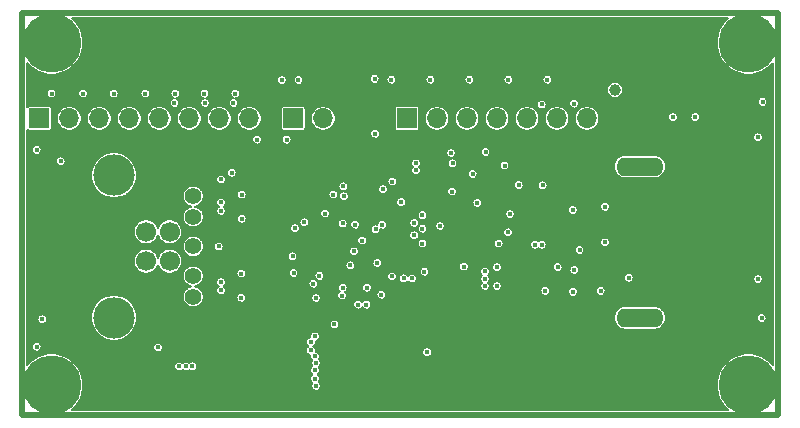
<source format=gbr>
G04 #@! TF.GenerationSoftware,KiCad,Pcbnew,5.1.10-6.fc33*
G04 #@! TF.CreationDate,2021-10-31T18:53:52+00:00*
G04 #@! TF.ProjectId,vl670,766c3637-302e-46b6-9963-61645f706362,rev?*
G04 #@! TF.SameCoordinates,Original*
G04 #@! TF.FileFunction,Copper,L3,Inr*
G04 #@! TF.FilePolarity,Positive*
%FSLAX46Y46*%
G04 Gerber Fmt 4.6, Leading zero omitted, Abs format (unit mm)*
G04 Created by KiCad (PCBNEW 5.1.10-6.fc33) date 2021-10-31 18:53:52*
%MOMM*%
%LPD*%
G01*
G04 APERTURE LIST*
G04 #@! TA.AperFunction,ComponentPad*
%ADD10C,1.400000*%
G04 #@! TD*
G04 #@! TA.AperFunction,ComponentPad*
%ADD11C,3.500000*%
G04 #@! TD*
G04 #@! TA.AperFunction,ComponentPad*
%ADD12C,1.700000*%
G04 #@! TD*
G04 #@! TA.AperFunction,ComponentPad*
%ADD13C,0.800000*%
G04 #@! TD*
G04 #@! TA.AperFunction,ComponentPad*
%ADD14C,5.000000*%
G04 #@! TD*
G04 #@! TA.AperFunction,ComponentPad*
%ADD15O,1.700000X1.700000*%
G04 #@! TD*
G04 #@! TA.AperFunction,ComponentPad*
%ADD16R,1.700000X1.700000*%
G04 #@! TD*
G04 #@! TA.AperFunction,ComponentPad*
%ADD17O,4.000000X1.600000*%
G04 #@! TD*
G04 #@! TA.AperFunction,ViaPad*
%ADD18C,0.450000*%
G04 #@! TD*
G04 #@! TA.AperFunction,ViaPad*
%ADD19C,1.000000*%
G04 #@! TD*
G04 #@! TA.AperFunction,Conductor*
%ADD20C,0.508000*%
G04 #@! TD*
G04 #@! TA.AperFunction,Conductor*
%ADD21C,0.127000*%
G04 #@! TD*
G04 #@! TA.AperFunction,Conductor*
%ADD22C,0.100000*%
G04 #@! TD*
G04 APERTURE END LIST*
D10*
G04 #@! TO.N,/SSRX-*
G04 #@! TO.C,J2*
X187000000Y-125750000D03*
G04 #@! TO.N,/SSRX+*
X187000000Y-127500000D03*
G04 #@! TO.N,/SSTX-*
X187000000Y-119000000D03*
G04 #@! TO.N,/SSTX+*
X187000000Y-120750000D03*
G04 #@! TO.N,GND*
X187000000Y-123250000D03*
D11*
X180290000Y-129270000D03*
X180290000Y-117230000D03*
D12*
G04 #@! TO.N,/D-*
X185000000Y-122000000D03*
G04 #@! TO.N,+5VP*
X185000000Y-124500000D03*
G04 #@! TO.N,GND*
X183000000Y-124500000D03*
G04 #@! TO.N,/D+*
X183000000Y-122000000D03*
G04 #@! TD*
D13*
G04 #@! TO.N,GND*
G04 #@! TO.C,H4*
X235325825Y-133674175D03*
X234000000Y-133125000D03*
X232674175Y-133674175D03*
X232125000Y-135000000D03*
X232674175Y-136325825D03*
X234000000Y-136875000D03*
X235325825Y-136325825D03*
X235875000Y-135000000D03*
D14*
X234000000Y-135000000D03*
G04 #@! TD*
D13*
G04 #@! TO.N,GND*
G04 #@! TO.C,H3*
X235325825Y-104674175D03*
X234000000Y-104125000D03*
X232674175Y-104674175D03*
X232125000Y-106000000D03*
X232674175Y-107325825D03*
X234000000Y-107875000D03*
X235325825Y-107325825D03*
X235875000Y-106000000D03*
D14*
X234000000Y-106000000D03*
G04 #@! TD*
D13*
G04 #@! TO.N,GND*
G04 #@! TO.C,H2*
X176325825Y-133674175D03*
X175000000Y-133125000D03*
X173674175Y-133674175D03*
X173125000Y-135000000D03*
X173674175Y-136325825D03*
X175000000Y-136875000D03*
X176325825Y-136325825D03*
X176875000Y-135000000D03*
D14*
X175000000Y-135000000D03*
G04 #@! TD*
D13*
G04 #@! TO.N,GND*
G04 #@! TO.C,H1*
X176325825Y-104674175D03*
X175000000Y-104125000D03*
X173674175Y-104674175D03*
X173125000Y-106000000D03*
X173674175Y-107325825D03*
X175000000Y-107875000D03*
X176325825Y-107325825D03*
X176875000Y-106000000D03*
D14*
X175000000Y-106000000D03*
G04 #@! TD*
D15*
G04 #@! TO.N,GND*
G04 #@! TO.C,J3*
X191740000Y-112400000D03*
G04 #@! TO.N,Net-(D12-Pad1)*
X189200000Y-112400000D03*
G04 #@! TO.N,Net-(D11-Pad1)*
X186660000Y-112400000D03*
G04 #@! TO.N,Net-(D10-Pad1)*
X184120000Y-112400000D03*
G04 #@! TO.N,Net-(D9-Pad1)*
X181580000Y-112400000D03*
G04 #@! TO.N,Net-(D8-Pad1)*
X179040000Y-112400000D03*
G04 #@! TO.N,Net-(D7-Pad1)*
X176500000Y-112400000D03*
D16*
G04 #@! TO.N,Net-(D19-Pad1)*
X173960000Y-112400000D03*
G04 #@! TD*
D17*
G04 #@! TO.N,GND*
G04 #@! TO.C,J4*
X224815000Y-129290000D03*
X224815000Y-116490000D03*
G04 #@! TD*
D15*
G04 #@! TO.N,GND*
G04 #@! TO.C,J5*
X198000000Y-112400000D03*
D16*
G04 #@! TO.N,+5V*
X195460000Y-112400000D03*
G04 #@! TD*
D15*
G04 #@! TO.N,GND*
G04 #@! TO.C,J1*
X220330000Y-112400000D03*
G04 #@! TO.N,~EXT_RESET*
X217790000Y-112400000D03*
G04 #@! TO.N,/eeprom/ISP_MOSI*
X215250000Y-112400000D03*
G04 #@! TO.N,/eeprom/ISP_MISO*
X212710000Y-112400000D03*
G04 #@! TO.N,/eeprom/~ISP_CS*
X210170000Y-112400000D03*
G04 #@! TO.N,/eeprom/ISP_SCK*
X207630000Y-112400000D03*
D16*
G04 #@! TO.N,GND*
X205090000Y-112400000D03*
G04 #@! TD*
D18*
G04 #@! TO.N,*
X235118000Y-129318000D03*
X173736000Y-115064000D03*
X175768000Y-116032000D03*
X173736000Y-131736000D03*
X235198000Y-110998000D03*
X234800000Y-114000000D03*
X234800000Y-126000000D03*
X174213000Y-129413000D03*
G04 #@! TO.N,GND*
X199650000Y-121300000D03*
X200600000Y-123650000D03*
X200300000Y-124850000D03*
X201300000Y-122750000D03*
X202575000Y-124650000D03*
X203000000Y-121400000D03*
X199700000Y-118160000D03*
X219130000Y-120158000D03*
X219140000Y-127086000D03*
X207887500Y-121512500D03*
X209900000Y-124950000D03*
X198141800Y-120458200D03*
X195400000Y-124079000D03*
X211045000Y-119555000D03*
X210650000Y-117100000D03*
X200700000Y-121400000D03*
X203825000Y-125775000D03*
X206567500Y-125382500D03*
X199600000Y-127400000D03*
X202917500Y-127332500D03*
X195483990Y-125496010D03*
X197160000Y-126400000D03*
X205850000Y-116800000D03*
X212850000Y-123000000D03*
X202429010Y-121800000D03*
X198950000Y-129850000D03*
X216575000Y-118075000D03*
X213800000Y-120500000D03*
X221854300Y-119890000D03*
X221851500Y-122890000D03*
X210375500Y-109121990D03*
X203771500Y-109121990D03*
X216979500Y-109121990D03*
X207073500Y-109121990D03*
X213677500Y-109121990D03*
X177660000Y-110299500D03*
X180263500Y-110299500D03*
X182930500Y-110299500D03*
X185470500Y-110299500D03*
X187947000Y-110299500D03*
X190550500Y-110299500D03*
X215923960Y-123100000D03*
X213650000Y-122050000D03*
X216500000Y-123100000D03*
X202348500Y-109051500D03*
X195900000Y-109156500D03*
X175000000Y-110300000D03*
X189350000Y-117575000D03*
X217850000Y-125000000D03*
X229500000Y-112300000D03*
X216800000Y-127000000D03*
X172500000Y-103500000D03*
X172500000Y-137500000D03*
X236500000Y-137500000D03*
X236500000Y-103500000D03*
X172500000Y-105500000D03*
X172500000Y-107500000D03*
X172500000Y-109500000D03*
X172500000Y-111500000D03*
X172500000Y-113500000D03*
X172500000Y-115500000D03*
X172500000Y-117500000D03*
X172500000Y-119500000D03*
X172500000Y-121500000D03*
X172500000Y-123500000D03*
X172500000Y-125500000D03*
X172500000Y-127500000D03*
X172500000Y-129500000D03*
X172500000Y-131500000D03*
X172500000Y-133500000D03*
X172500000Y-135500000D03*
X174500000Y-137500000D03*
X176500000Y-137500000D03*
X178500000Y-137500000D03*
X180500000Y-137500000D03*
X182500000Y-137500000D03*
X184500000Y-137500000D03*
X186500000Y-137500000D03*
X188500000Y-137500000D03*
X190500000Y-137500000D03*
X192500000Y-137500000D03*
X194500000Y-137500000D03*
X196500000Y-137500000D03*
X198500000Y-137500000D03*
X200500000Y-137500000D03*
X202500000Y-137500000D03*
X204500000Y-137500000D03*
X206500000Y-137500000D03*
X208500000Y-137500000D03*
X210500000Y-137500000D03*
X212500000Y-137500000D03*
X214500000Y-137500000D03*
X216500000Y-137500000D03*
X218500000Y-137500000D03*
X220500000Y-137500000D03*
X222500000Y-137500000D03*
X224500000Y-137500000D03*
X226500000Y-137500000D03*
X228500000Y-137500000D03*
X230500000Y-137500000D03*
X232500000Y-137500000D03*
X234500000Y-137500000D03*
X236500000Y-135500000D03*
X236500000Y-133500000D03*
X236500000Y-131500000D03*
X236500000Y-129500000D03*
X236500000Y-127500000D03*
X236500000Y-125500000D03*
X236500000Y-123500000D03*
X236500000Y-121500000D03*
X236500000Y-119500000D03*
X236500000Y-117500000D03*
X236500000Y-115500000D03*
X236500000Y-113500000D03*
X236500000Y-111500000D03*
X236500000Y-109500000D03*
X236500000Y-107500000D03*
X236500000Y-105500000D03*
X234500000Y-103500000D03*
X232500000Y-103500000D03*
X230500000Y-103500000D03*
X228500000Y-103500000D03*
X226500000Y-103500000D03*
X224500000Y-103500000D03*
X222500000Y-103500000D03*
X220500000Y-103500000D03*
X218500000Y-103500000D03*
X216500000Y-103500000D03*
X214500000Y-103500000D03*
X212500000Y-103500000D03*
X210500000Y-103500000D03*
X208500000Y-103500000D03*
X206500000Y-103500000D03*
X204500000Y-103500000D03*
X202500000Y-103500000D03*
X200500000Y-103500000D03*
X198500000Y-103500000D03*
X196500000Y-103500000D03*
X194500000Y-103500000D03*
X192500000Y-103500000D03*
X190500000Y-103500000D03*
X188500000Y-103500000D03*
X186500000Y-103500000D03*
X184500000Y-103500000D03*
X182500000Y-103500000D03*
X180500000Y-103500000D03*
X178500000Y-103500000D03*
X176500000Y-103500000D03*
X174500000Y-103500000D03*
X184000000Y-131800000D03*
X191100000Y-118850000D03*
X191100000Y-120900000D03*
X189150000Y-123250000D03*
X191060000Y-125540000D03*
X191060000Y-127587500D03*
X197400000Y-133100000D03*
X197400000Y-135050000D03*
X197300000Y-130850000D03*
X197300000Y-132550000D03*
G04 #@! TO.N,+3V3*
X206400000Y-126150000D03*
X205320000Y-124640000D03*
X205232000Y-119989600D03*
X200490000Y-118570000D03*
X196400000Y-122200000D03*
X201450000Y-111506000D03*
X197367770Y-124092113D03*
X204250000Y-127500000D03*
X199582500Y-128467500D03*
X203050000Y-128200000D03*
X210125000Y-115175000D03*
X214200000Y-114900000D03*
X216612500Y-117037500D03*
X205250000Y-114500000D03*
X226700000Y-112300000D03*
X190180000Y-129300000D03*
X189650000Y-119000000D03*
X189650000Y-120800000D03*
X189582500Y-127550000D03*
X189550000Y-125700000D03*
X195665000Y-135585000D03*
X195665000Y-132485000D03*
X199350000Y-130450000D03*
X199350000Y-132950000D03*
G04 #@! TO.N,+1V5*
X197675500Y-125730000D03*
X199650000Y-126733200D03*
X201691800Y-126733200D03*
X198850000Y-118850000D03*
G04 #@! TO.N,+1V2*
X206400000Y-123000000D03*
X199740000Y-119000000D03*
X206800000Y-132200000D03*
G04 #@! TO.N,+5V*
X194494000Y-109156500D03*
X196400000Y-121200000D03*
D19*
X222700000Y-110000000D03*
D18*
X211700000Y-126600000D03*
X212700000Y-126600000D03*
X211700000Y-126000000D03*
X212700000Y-125000000D03*
X211700000Y-125362500D03*
G04 #@! TO.N,Net-(D2-Pad2)*
X190250000Y-117000000D03*
G04 #@! TO.N,/eeprom/ISP_MOSI*
X208950000Y-116200000D03*
X216500000Y-111220000D03*
G04 #@! TO.N,/eeprom/ISP_SCK*
X213350000Y-116400000D03*
G04 #@! TO.N,Net-(R5-Pad1)*
X197400000Y-127600000D03*
G04 #@! TO.N,Net-(R6-Pad1)*
X205700000Y-121250000D03*
G04 #@! TO.N,Net-(R7-Pad1)*
X206400000Y-121750000D03*
G04 #@! TO.N,Net-(R8-Pad1)*
X205700000Y-122300000D03*
G04 #@! TO.N,Net-(R10-Pad2)*
X208900000Y-118600000D03*
X214550000Y-118050000D03*
G04 #@! TO.N,/eeprom/~ISP_CS*
X211750000Y-115250000D03*
G04 #@! TO.N,+5V_SW*
X221488000Y-127000000D03*
X223868000Y-125890000D03*
X219250000Y-125250000D03*
G04 #@! TO.N,Net-(D7-Pad1)*
X204600000Y-119500000D03*
G04 #@! TO.N,Net-(D8-Pad1)*
X203050000Y-118400000D03*
G04 #@! TO.N,Net-(D9-Pad1)*
X203849982Y-117750000D03*
G04 #@! TO.N,Net-(D10-Pad1)*
X185400000Y-111100000D03*
G04 #@! TO.N,Net-(D11-Pad1)*
X188000000Y-111100000D03*
G04 #@! TO.N,Net-(D12-Pad1)*
X190400000Y-111100000D03*
X194900000Y-114200000D03*
X192400000Y-114200000D03*
G04 #@! TO.N,+5VP*
X185797500Y-133402500D03*
X186375000Y-133400000D03*
X186925000Y-133400000D03*
G04 #@! TO.N,~EXT_RESET*
X202400000Y-113700000D03*
X206400000Y-120600000D03*
X205850000Y-116200000D03*
X208822222Y-115327778D03*
X219233500Y-111156500D03*
G04 #@! TO.N,Net-(D19-Pad1)*
X195600000Y-121700000D03*
G04 #@! TO.N,Net-(D20-Pad1)*
X219700000Y-123550000D03*
X227600000Y-112300000D03*
G04 #@! TO.N,/SSRX-*
X201655104Y-128169290D03*
G04 #@! TO.N,/SSTX-*
X189350712Y-119520104D03*
G04 #@! TO.N,/SSRX-*
X196950710Y-132055104D03*
G04 #@! TO.N,/SSRX+*
X200945104Y-128169288D03*
X196950712Y-131345104D03*
G04 #@! TO.N,/SSTX+*
X189350710Y-120230104D03*
G04 #@! TO.N,/SSRX-*
X189350712Y-126265104D03*
G04 #@! TO.N,/SSRX+*
X189350710Y-126975104D03*
G04 #@! TO.N,/D_DC-*
X204809159Y-125950000D03*
X197300000Y-133730841D03*
G04 #@! TO.N,/D_DC+*
X205519159Y-125950000D03*
X197300000Y-134440841D03*
G04 #@! TD*
D20*
G04 #@! TO.N,GND*
X172500000Y-103500000D02*
X236500000Y-103500000D01*
X236500000Y-103500000D02*
X236500000Y-137500000D01*
X236500000Y-137500000D02*
X173000000Y-137500000D01*
X173000000Y-137500000D02*
X172500000Y-137500000D01*
X172500000Y-137500000D02*
X172500000Y-119000000D01*
X172500000Y-119000000D02*
X172500000Y-103500000D01*
G04 #@! TD*
D21*
G04 #@! TO.N,+3V3*
X231910152Y-104284906D02*
X231615710Y-104725570D01*
X231412895Y-105215210D01*
X231309500Y-105735009D01*
X231309500Y-106264991D01*
X231412895Y-106784790D01*
X231615710Y-107274430D01*
X231910152Y-107715094D01*
X232284906Y-108089848D01*
X232725570Y-108384290D01*
X233215210Y-108587105D01*
X233735009Y-108690500D01*
X234264991Y-108690500D01*
X234784790Y-108587105D01*
X235274430Y-108384290D01*
X235715094Y-108089848D01*
X236055500Y-107749442D01*
X236055501Y-133250559D01*
X235715094Y-132910152D01*
X235274430Y-132615710D01*
X234784790Y-132412895D01*
X234264991Y-132309500D01*
X233735009Y-132309500D01*
X233215210Y-132412895D01*
X232725570Y-132615710D01*
X232284906Y-132910152D01*
X231910152Y-133284906D01*
X231615710Y-133725570D01*
X231412895Y-134215210D01*
X231309500Y-134735009D01*
X231309500Y-135264991D01*
X231412895Y-135784790D01*
X231615710Y-136274430D01*
X231910152Y-136715094D01*
X232250558Y-137055500D01*
X176749442Y-137055500D01*
X177089848Y-136715094D01*
X177384290Y-136274430D01*
X177587105Y-135784790D01*
X177690500Y-135264991D01*
X177690500Y-134735009D01*
X177587105Y-134215210D01*
X177384290Y-133725570D01*
X177141078Y-133361577D01*
X185382000Y-133361577D01*
X185382000Y-133443423D01*
X185397968Y-133523697D01*
X185429289Y-133599313D01*
X185474760Y-133667366D01*
X185532634Y-133725240D01*
X185600687Y-133770711D01*
X185676303Y-133802032D01*
X185756577Y-133818000D01*
X185838423Y-133818000D01*
X185918697Y-133802032D01*
X185994313Y-133770711D01*
X186062366Y-133725240D01*
X186087500Y-133700106D01*
X186110134Y-133722740D01*
X186178187Y-133768211D01*
X186253803Y-133799532D01*
X186334077Y-133815500D01*
X186415923Y-133815500D01*
X186496197Y-133799532D01*
X186571813Y-133768211D01*
X186639866Y-133722740D01*
X186650000Y-133712606D01*
X186660134Y-133722740D01*
X186728187Y-133768211D01*
X186803803Y-133799532D01*
X186884077Y-133815500D01*
X186965923Y-133815500D01*
X187046197Y-133799532D01*
X187121813Y-133768211D01*
X187189866Y-133722740D01*
X187247740Y-133664866D01*
X187293211Y-133596813D01*
X187324532Y-133521197D01*
X187340500Y-133440923D01*
X187340500Y-133359077D01*
X187324532Y-133278803D01*
X187293211Y-133203187D01*
X187247740Y-133135134D01*
X187189866Y-133077260D01*
X187121813Y-133031789D01*
X187046197Y-133000468D01*
X186965923Y-132984500D01*
X186884077Y-132984500D01*
X186803803Y-133000468D01*
X186728187Y-133031789D01*
X186660134Y-133077260D01*
X186650000Y-133087394D01*
X186639866Y-133077260D01*
X186571813Y-133031789D01*
X186496197Y-133000468D01*
X186415923Y-132984500D01*
X186334077Y-132984500D01*
X186253803Y-133000468D01*
X186178187Y-133031789D01*
X186110134Y-133077260D01*
X186085000Y-133102394D01*
X186062366Y-133079760D01*
X185994313Y-133034289D01*
X185918697Y-133002968D01*
X185838423Y-132987000D01*
X185756577Y-132987000D01*
X185676303Y-133002968D01*
X185600687Y-133034289D01*
X185532634Y-133079760D01*
X185474760Y-133137634D01*
X185429289Y-133205687D01*
X185397968Y-133281303D01*
X185382000Y-133361577D01*
X177141078Y-133361577D01*
X177089848Y-133284906D01*
X176715094Y-132910152D01*
X176274430Y-132615710D01*
X175784790Y-132412895D01*
X175264991Y-132309500D01*
X174735009Y-132309500D01*
X174215210Y-132412895D01*
X173725570Y-132615710D01*
X173284906Y-132910152D01*
X172944500Y-133250558D01*
X172944500Y-131695077D01*
X173320500Y-131695077D01*
X173320500Y-131776923D01*
X173336468Y-131857197D01*
X173367789Y-131932813D01*
X173413260Y-132000866D01*
X173471134Y-132058740D01*
X173539187Y-132104211D01*
X173614803Y-132135532D01*
X173695077Y-132151500D01*
X173776923Y-132151500D01*
X173857197Y-132135532D01*
X173932813Y-132104211D01*
X174000866Y-132058740D01*
X174058740Y-132000866D01*
X174104211Y-131932813D01*
X174135532Y-131857197D01*
X174151500Y-131776923D01*
X174151500Y-131759077D01*
X183584500Y-131759077D01*
X183584500Y-131840923D01*
X183600468Y-131921197D01*
X183631789Y-131996813D01*
X183677260Y-132064866D01*
X183735134Y-132122740D01*
X183803187Y-132168211D01*
X183878803Y-132199532D01*
X183959077Y-132215500D01*
X184040923Y-132215500D01*
X184121197Y-132199532D01*
X184196813Y-132168211D01*
X184264866Y-132122740D01*
X184322740Y-132064866D01*
X184356606Y-132014181D01*
X196535210Y-132014181D01*
X196535210Y-132096027D01*
X196551178Y-132176301D01*
X196582499Y-132251917D01*
X196627970Y-132319970D01*
X196685844Y-132377844D01*
X196753897Y-132423315D01*
X196829513Y-132454636D01*
X196892824Y-132467230D01*
X196884500Y-132509077D01*
X196884500Y-132590923D01*
X196900468Y-132671197D01*
X196931789Y-132746813D01*
X196977260Y-132814866D01*
X197035134Y-132872740D01*
X197046886Y-132880592D01*
X197031789Y-132903187D01*
X197000468Y-132978803D01*
X196984500Y-133059077D01*
X196984500Y-133140923D01*
X197000468Y-133221197D01*
X197031789Y-133296813D01*
X197077260Y-133364866D01*
X197086304Y-133373910D01*
X197035134Y-133408101D01*
X196977260Y-133465975D01*
X196931789Y-133534028D01*
X196900468Y-133609644D01*
X196884500Y-133689918D01*
X196884500Y-133771764D01*
X196900468Y-133852038D01*
X196931789Y-133927654D01*
X196977260Y-133995707D01*
X197035134Y-134053581D01*
X197083415Y-134085841D01*
X197035134Y-134118101D01*
X196977260Y-134175975D01*
X196931789Y-134244028D01*
X196900468Y-134319644D01*
X196884500Y-134399918D01*
X196884500Y-134481764D01*
X196900468Y-134562038D01*
X196931789Y-134637654D01*
X196977260Y-134705707D01*
X197035134Y-134763581D01*
X197074214Y-134789693D01*
X197031789Y-134853187D01*
X197000468Y-134928803D01*
X196984500Y-135009077D01*
X196984500Y-135090923D01*
X197000468Y-135171197D01*
X197031789Y-135246813D01*
X197077260Y-135314866D01*
X197135134Y-135372740D01*
X197203187Y-135418211D01*
X197278803Y-135449532D01*
X197359077Y-135465500D01*
X197440923Y-135465500D01*
X197521197Y-135449532D01*
X197596813Y-135418211D01*
X197664866Y-135372740D01*
X197722740Y-135314866D01*
X197768211Y-135246813D01*
X197799532Y-135171197D01*
X197815500Y-135090923D01*
X197815500Y-135009077D01*
X197799532Y-134928803D01*
X197768211Y-134853187D01*
X197722740Y-134785134D01*
X197664866Y-134727260D01*
X197625786Y-134701148D01*
X197668211Y-134637654D01*
X197699532Y-134562038D01*
X197715500Y-134481764D01*
X197715500Y-134399918D01*
X197699532Y-134319644D01*
X197668211Y-134244028D01*
X197622740Y-134175975D01*
X197564866Y-134118101D01*
X197516585Y-134085841D01*
X197564866Y-134053581D01*
X197622740Y-133995707D01*
X197668211Y-133927654D01*
X197699532Y-133852038D01*
X197715500Y-133771764D01*
X197715500Y-133689918D01*
X197699532Y-133609644D01*
X197668211Y-133534028D01*
X197622740Y-133465975D01*
X197613696Y-133456931D01*
X197664866Y-133422740D01*
X197722740Y-133364866D01*
X197768211Y-133296813D01*
X197799532Y-133221197D01*
X197815500Y-133140923D01*
X197815500Y-133059077D01*
X197799532Y-132978803D01*
X197768211Y-132903187D01*
X197722740Y-132835134D01*
X197664866Y-132777260D01*
X197653114Y-132769408D01*
X197668211Y-132746813D01*
X197699532Y-132671197D01*
X197715500Y-132590923D01*
X197715500Y-132509077D01*
X197699532Y-132428803D01*
X197668211Y-132353187D01*
X197622740Y-132285134D01*
X197564866Y-132227260D01*
X197496813Y-132181789D01*
X197441982Y-132159077D01*
X206384500Y-132159077D01*
X206384500Y-132240923D01*
X206400468Y-132321197D01*
X206431789Y-132396813D01*
X206477260Y-132464866D01*
X206535134Y-132522740D01*
X206603187Y-132568211D01*
X206678803Y-132599532D01*
X206759077Y-132615500D01*
X206840923Y-132615500D01*
X206921197Y-132599532D01*
X206996813Y-132568211D01*
X207064866Y-132522740D01*
X207122740Y-132464866D01*
X207168211Y-132396813D01*
X207199532Y-132321197D01*
X207215500Y-132240923D01*
X207215500Y-132159077D01*
X207199532Y-132078803D01*
X207168211Y-132003187D01*
X207122740Y-131935134D01*
X207064866Y-131877260D01*
X206996813Y-131831789D01*
X206921197Y-131800468D01*
X206840923Y-131784500D01*
X206759077Y-131784500D01*
X206678803Y-131800468D01*
X206603187Y-131831789D01*
X206535134Y-131877260D01*
X206477260Y-131935134D01*
X206431789Y-132003187D01*
X206400468Y-132078803D01*
X206384500Y-132159077D01*
X197441982Y-132159077D01*
X197421197Y-132150468D01*
X197357886Y-132137874D01*
X197366210Y-132096027D01*
X197366210Y-132014181D01*
X197350242Y-131933907D01*
X197318921Y-131858291D01*
X197273450Y-131790238D01*
X197215576Y-131732364D01*
X197167296Y-131700105D01*
X197215578Y-131667844D01*
X197273452Y-131609970D01*
X197318923Y-131541917D01*
X197350244Y-131466301D01*
X197366212Y-131386027D01*
X197366212Y-131304181D01*
X197357848Y-131262133D01*
X197421197Y-131249532D01*
X197496813Y-131218211D01*
X197564866Y-131172740D01*
X197622740Y-131114866D01*
X197668211Y-131046813D01*
X197699532Y-130971197D01*
X197715500Y-130890923D01*
X197715500Y-130809077D01*
X197699532Y-130728803D01*
X197668211Y-130653187D01*
X197622740Y-130585134D01*
X197564866Y-130527260D01*
X197496813Y-130481789D01*
X197421197Y-130450468D01*
X197340923Y-130434500D01*
X197259077Y-130434500D01*
X197178803Y-130450468D01*
X197103187Y-130481789D01*
X197035134Y-130527260D01*
X196977260Y-130585134D01*
X196931789Y-130653187D01*
X196900468Y-130728803D01*
X196884500Y-130809077D01*
X196884500Y-130890923D01*
X196892864Y-130932971D01*
X196829515Y-130945572D01*
X196753899Y-130976893D01*
X196685846Y-131022364D01*
X196627972Y-131080238D01*
X196582501Y-131148291D01*
X196551180Y-131223907D01*
X196535212Y-131304181D01*
X196535212Y-131386027D01*
X196551180Y-131466301D01*
X196582501Y-131541917D01*
X196627972Y-131609970D01*
X196685846Y-131667844D01*
X196734126Y-131700103D01*
X196685844Y-131732364D01*
X196627970Y-131790238D01*
X196582499Y-131858291D01*
X196551178Y-131933907D01*
X196535210Y-132014181D01*
X184356606Y-132014181D01*
X184368211Y-131996813D01*
X184399532Y-131921197D01*
X184415500Y-131840923D01*
X184415500Y-131759077D01*
X184399532Y-131678803D01*
X184368211Y-131603187D01*
X184322740Y-131535134D01*
X184264866Y-131477260D01*
X184196813Y-131431789D01*
X184121197Y-131400468D01*
X184040923Y-131384500D01*
X183959077Y-131384500D01*
X183878803Y-131400468D01*
X183803187Y-131431789D01*
X183735134Y-131477260D01*
X183677260Y-131535134D01*
X183631789Y-131603187D01*
X183600468Y-131678803D01*
X183584500Y-131759077D01*
X174151500Y-131759077D01*
X174151500Y-131695077D01*
X174135532Y-131614803D01*
X174104211Y-131539187D01*
X174058740Y-131471134D01*
X174000866Y-131413260D01*
X173932813Y-131367789D01*
X173857197Y-131336468D01*
X173776923Y-131320500D01*
X173695077Y-131320500D01*
X173614803Y-131336468D01*
X173539187Y-131367789D01*
X173471134Y-131413260D01*
X173413260Y-131471134D01*
X173367789Y-131539187D01*
X173336468Y-131614803D01*
X173320500Y-131695077D01*
X172944500Y-131695077D01*
X172944500Y-129372077D01*
X173797500Y-129372077D01*
X173797500Y-129453923D01*
X173813468Y-129534197D01*
X173844789Y-129609813D01*
X173890260Y-129677866D01*
X173948134Y-129735740D01*
X174016187Y-129781211D01*
X174091803Y-129812532D01*
X174172077Y-129828500D01*
X174253923Y-129828500D01*
X174334197Y-129812532D01*
X174409813Y-129781211D01*
X174477866Y-129735740D01*
X174535740Y-129677866D01*
X174581211Y-129609813D01*
X174612532Y-129534197D01*
X174628500Y-129453923D01*
X174628500Y-129372077D01*
X174612532Y-129291803D01*
X174581211Y-129216187D01*
X174535740Y-129148134D01*
X174477866Y-129090260D01*
X174460830Y-129078877D01*
X178349500Y-129078877D01*
X178349500Y-129461123D01*
X178424073Y-129836023D01*
X178570351Y-130189171D01*
X178782715Y-130506996D01*
X179053004Y-130777285D01*
X179370829Y-130989649D01*
X179723977Y-131135927D01*
X180098877Y-131210500D01*
X180481123Y-131210500D01*
X180856023Y-131135927D01*
X181209171Y-130989649D01*
X181526996Y-130777285D01*
X181797285Y-130506996D01*
X182009649Y-130189171D01*
X182155927Y-129836023D01*
X182161286Y-129809077D01*
X198534500Y-129809077D01*
X198534500Y-129890923D01*
X198550468Y-129971197D01*
X198581789Y-130046813D01*
X198627260Y-130114866D01*
X198685134Y-130172740D01*
X198753187Y-130218211D01*
X198828803Y-130249532D01*
X198909077Y-130265500D01*
X198990923Y-130265500D01*
X199071197Y-130249532D01*
X199146813Y-130218211D01*
X199214866Y-130172740D01*
X199272740Y-130114866D01*
X199318211Y-130046813D01*
X199349532Y-129971197D01*
X199365500Y-129890923D01*
X199365500Y-129809077D01*
X199349532Y-129728803D01*
X199318211Y-129653187D01*
X199272740Y-129585134D01*
X199214866Y-129527260D01*
X199146813Y-129481789D01*
X199071197Y-129450468D01*
X198990923Y-129434500D01*
X198909077Y-129434500D01*
X198828803Y-129450468D01*
X198753187Y-129481789D01*
X198685134Y-129527260D01*
X198627260Y-129585134D01*
X198581789Y-129653187D01*
X198550468Y-129728803D01*
X198534500Y-129809077D01*
X182161286Y-129809077D01*
X182230500Y-129461123D01*
X182230500Y-129290000D01*
X222619708Y-129290000D01*
X222638832Y-129484172D01*
X222695470Y-129670882D01*
X222787445Y-129842955D01*
X222911222Y-129993778D01*
X223062045Y-130117555D01*
X223234118Y-130209530D01*
X223420828Y-130266168D01*
X223566345Y-130280500D01*
X226063655Y-130280500D01*
X226209172Y-130266168D01*
X226395882Y-130209530D01*
X226567955Y-130117555D01*
X226718778Y-129993778D01*
X226842555Y-129842955D01*
X226934530Y-129670882D01*
X226991168Y-129484172D01*
X227010292Y-129290000D01*
X227009020Y-129277077D01*
X234702500Y-129277077D01*
X234702500Y-129358923D01*
X234718468Y-129439197D01*
X234749789Y-129514813D01*
X234795260Y-129582866D01*
X234853134Y-129640740D01*
X234921187Y-129686211D01*
X234996803Y-129717532D01*
X235077077Y-129733500D01*
X235158923Y-129733500D01*
X235239197Y-129717532D01*
X235314813Y-129686211D01*
X235382866Y-129640740D01*
X235440740Y-129582866D01*
X235486211Y-129514813D01*
X235517532Y-129439197D01*
X235533500Y-129358923D01*
X235533500Y-129277077D01*
X235517532Y-129196803D01*
X235486211Y-129121187D01*
X235440740Y-129053134D01*
X235382866Y-128995260D01*
X235314813Y-128949789D01*
X235239197Y-128918468D01*
X235158923Y-128902500D01*
X235077077Y-128902500D01*
X234996803Y-128918468D01*
X234921187Y-128949789D01*
X234853134Y-128995260D01*
X234795260Y-129053134D01*
X234749789Y-129121187D01*
X234718468Y-129196803D01*
X234702500Y-129277077D01*
X227009020Y-129277077D01*
X226991168Y-129095828D01*
X226934530Y-128909118D01*
X226842555Y-128737045D01*
X226718778Y-128586222D01*
X226567955Y-128462445D01*
X226395882Y-128370470D01*
X226209172Y-128313832D01*
X226063655Y-128299500D01*
X223566345Y-128299500D01*
X223420828Y-128313832D01*
X223234118Y-128370470D01*
X223062045Y-128462445D01*
X222911222Y-128586222D01*
X222787445Y-128737045D01*
X222695470Y-128909118D01*
X222638832Y-129095828D01*
X222619708Y-129290000D01*
X182230500Y-129290000D01*
X182230500Y-129078877D01*
X182155927Y-128703977D01*
X182009649Y-128350829D01*
X181797285Y-128033004D01*
X181526996Y-127762715D01*
X181209171Y-127550351D01*
X180856023Y-127404073D01*
X180481123Y-127329500D01*
X180098877Y-127329500D01*
X179723977Y-127404073D01*
X179370829Y-127550351D01*
X179053004Y-127762715D01*
X178782715Y-128033004D01*
X178570351Y-128350829D01*
X178424073Y-128703977D01*
X178349500Y-129078877D01*
X174460830Y-129078877D01*
X174409813Y-129044789D01*
X174334197Y-129013468D01*
X174253923Y-128997500D01*
X174172077Y-128997500D01*
X174091803Y-129013468D01*
X174016187Y-129044789D01*
X173948134Y-129090260D01*
X173890260Y-129148134D01*
X173844789Y-129216187D01*
X173813468Y-129291803D01*
X173797500Y-129372077D01*
X172944500Y-129372077D01*
X172944500Y-125662293D01*
X186109500Y-125662293D01*
X186109500Y-125837707D01*
X186143721Y-126009749D01*
X186210849Y-126171810D01*
X186308303Y-126317661D01*
X186432339Y-126441697D01*
X186578190Y-126539151D01*
X186740251Y-126606279D01*
X186834369Y-126625000D01*
X186740251Y-126643721D01*
X186578190Y-126710849D01*
X186432339Y-126808303D01*
X186308303Y-126932339D01*
X186210849Y-127078190D01*
X186143721Y-127240251D01*
X186109500Y-127412293D01*
X186109500Y-127587707D01*
X186143721Y-127759749D01*
X186210849Y-127921810D01*
X186308303Y-128067661D01*
X186432339Y-128191697D01*
X186578190Y-128289151D01*
X186740251Y-128356279D01*
X186912293Y-128390500D01*
X187087707Y-128390500D01*
X187259749Y-128356279D01*
X187421810Y-128289151D01*
X187567661Y-128191697D01*
X187630993Y-128128365D01*
X200529604Y-128128365D01*
X200529604Y-128210211D01*
X200545572Y-128290485D01*
X200576893Y-128366101D01*
X200622364Y-128434154D01*
X200680238Y-128492028D01*
X200748291Y-128537499D01*
X200823907Y-128568820D01*
X200904181Y-128584788D01*
X200986027Y-128584788D01*
X201066301Y-128568820D01*
X201141917Y-128537499D01*
X201209970Y-128492028D01*
X201267844Y-128434154D01*
X201300103Y-128385874D01*
X201332364Y-128434156D01*
X201390238Y-128492030D01*
X201458291Y-128537501D01*
X201533907Y-128568822D01*
X201614181Y-128584790D01*
X201696027Y-128584790D01*
X201776301Y-128568822D01*
X201851917Y-128537501D01*
X201919970Y-128492030D01*
X201977844Y-128434156D01*
X202023315Y-128366103D01*
X202054636Y-128290487D01*
X202070604Y-128210213D01*
X202070604Y-128128367D01*
X202054636Y-128048093D01*
X202023315Y-127972477D01*
X201977844Y-127904424D01*
X201919970Y-127846550D01*
X201851917Y-127801079D01*
X201776301Y-127769758D01*
X201696027Y-127753790D01*
X201614181Y-127753790D01*
X201533907Y-127769758D01*
X201458291Y-127801079D01*
X201390238Y-127846550D01*
X201332364Y-127904424D01*
X201300105Y-127952704D01*
X201267844Y-127904422D01*
X201209970Y-127846548D01*
X201141917Y-127801077D01*
X201066301Y-127769756D01*
X200986027Y-127753788D01*
X200904181Y-127753788D01*
X200823907Y-127769756D01*
X200748291Y-127801077D01*
X200680238Y-127846548D01*
X200622364Y-127904422D01*
X200576893Y-127972475D01*
X200545572Y-128048091D01*
X200529604Y-128128365D01*
X187630993Y-128128365D01*
X187691697Y-128067661D01*
X187789151Y-127921810D01*
X187856279Y-127759749D01*
X187890500Y-127587707D01*
X187890500Y-127546577D01*
X190644500Y-127546577D01*
X190644500Y-127628423D01*
X190660468Y-127708697D01*
X190691789Y-127784313D01*
X190737260Y-127852366D01*
X190795134Y-127910240D01*
X190863187Y-127955711D01*
X190938803Y-127987032D01*
X191019077Y-128003000D01*
X191100923Y-128003000D01*
X191181197Y-127987032D01*
X191256813Y-127955711D01*
X191324866Y-127910240D01*
X191382740Y-127852366D01*
X191428211Y-127784313D01*
X191459532Y-127708697D01*
X191475500Y-127628423D01*
X191475500Y-127559077D01*
X196984500Y-127559077D01*
X196984500Y-127640923D01*
X197000468Y-127721197D01*
X197031789Y-127796813D01*
X197077260Y-127864866D01*
X197135134Y-127922740D01*
X197203187Y-127968211D01*
X197278803Y-127999532D01*
X197359077Y-128015500D01*
X197440923Y-128015500D01*
X197521197Y-127999532D01*
X197596813Y-127968211D01*
X197664866Y-127922740D01*
X197722740Y-127864866D01*
X197768211Y-127796813D01*
X197799532Y-127721197D01*
X197815500Y-127640923D01*
X197815500Y-127559077D01*
X197799532Y-127478803D01*
X197768211Y-127403187D01*
X197738739Y-127359077D01*
X199184500Y-127359077D01*
X199184500Y-127440923D01*
X199200468Y-127521197D01*
X199231789Y-127596813D01*
X199277260Y-127664866D01*
X199335134Y-127722740D01*
X199403187Y-127768211D01*
X199478803Y-127799532D01*
X199559077Y-127815500D01*
X199640923Y-127815500D01*
X199721197Y-127799532D01*
X199796813Y-127768211D01*
X199864866Y-127722740D01*
X199922740Y-127664866D01*
X199968211Y-127596813D01*
X199999532Y-127521197D01*
X200015500Y-127440923D01*
X200015500Y-127359077D01*
X200002073Y-127291577D01*
X202502000Y-127291577D01*
X202502000Y-127373423D01*
X202517968Y-127453697D01*
X202549289Y-127529313D01*
X202594760Y-127597366D01*
X202652634Y-127655240D01*
X202720687Y-127700711D01*
X202796303Y-127732032D01*
X202876577Y-127748000D01*
X202958423Y-127748000D01*
X203038697Y-127732032D01*
X203114313Y-127700711D01*
X203182366Y-127655240D01*
X203240240Y-127597366D01*
X203285711Y-127529313D01*
X203317032Y-127453697D01*
X203333000Y-127373423D01*
X203333000Y-127291577D01*
X203317032Y-127211303D01*
X203285711Y-127135687D01*
X203240240Y-127067634D01*
X203182366Y-127009760D01*
X203114313Y-126964289D01*
X203038697Y-126932968D01*
X202958423Y-126917000D01*
X202876577Y-126917000D01*
X202796303Y-126932968D01*
X202720687Y-126964289D01*
X202652634Y-127009760D01*
X202594760Y-127067634D01*
X202549289Y-127135687D01*
X202517968Y-127211303D01*
X202502000Y-127291577D01*
X200002073Y-127291577D01*
X199999532Y-127278803D01*
X199968211Y-127203187D01*
X199922740Y-127135134D01*
X199872113Y-127084507D01*
X199914866Y-127055940D01*
X199972740Y-126998066D01*
X200018211Y-126930013D01*
X200049532Y-126854397D01*
X200065500Y-126774123D01*
X200065500Y-126692277D01*
X201276300Y-126692277D01*
X201276300Y-126774123D01*
X201292268Y-126854397D01*
X201323589Y-126930013D01*
X201369060Y-126998066D01*
X201426934Y-127055940D01*
X201494987Y-127101411D01*
X201570603Y-127132732D01*
X201650877Y-127148700D01*
X201732723Y-127148700D01*
X201812997Y-127132732D01*
X201888613Y-127101411D01*
X201956666Y-127055940D01*
X202014540Y-126998066D01*
X202060011Y-126930013D01*
X202091332Y-126854397D01*
X202107300Y-126774123D01*
X202107300Y-126692277D01*
X202091332Y-126612003D01*
X202060011Y-126536387D01*
X202014540Y-126468334D01*
X201956666Y-126410460D01*
X201888613Y-126364989D01*
X201812997Y-126333668D01*
X201732723Y-126317700D01*
X201650877Y-126317700D01*
X201570603Y-126333668D01*
X201494987Y-126364989D01*
X201426934Y-126410460D01*
X201369060Y-126468334D01*
X201323589Y-126536387D01*
X201292268Y-126612003D01*
X201276300Y-126692277D01*
X200065500Y-126692277D01*
X200049532Y-126612003D01*
X200018211Y-126536387D01*
X199972740Y-126468334D01*
X199914866Y-126410460D01*
X199846813Y-126364989D01*
X199771197Y-126333668D01*
X199690923Y-126317700D01*
X199609077Y-126317700D01*
X199528803Y-126333668D01*
X199453187Y-126364989D01*
X199385134Y-126410460D01*
X199327260Y-126468334D01*
X199281789Y-126536387D01*
X199250468Y-126612003D01*
X199234500Y-126692277D01*
X199234500Y-126774123D01*
X199250468Y-126854397D01*
X199281789Y-126930013D01*
X199327260Y-126998066D01*
X199377887Y-127048693D01*
X199335134Y-127077260D01*
X199277260Y-127135134D01*
X199231789Y-127203187D01*
X199200468Y-127278803D01*
X199184500Y-127359077D01*
X197738739Y-127359077D01*
X197722740Y-127335134D01*
X197664866Y-127277260D01*
X197596813Y-127231789D01*
X197521197Y-127200468D01*
X197440923Y-127184500D01*
X197359077Y-127184500D01*
X197278803Y-127200468D01*
X197203187Y-127231789D01*
X197135134Y-127277260D01*
X197077260Y-127335134D01*
X197031789Y-127403187D01*
X197000468Y-127478803D01*
X196984500Y-127559077D01*
X191475500Y-127559077D01*
X191475500Y-127546577D01*
X191459532Y-127466303D01*
X191428211Y-127390687D01*
X191382740Y-127322634D01*
X191324866Y-127264760D01*
X191256813Y-127219289D01*
X191181197Y-127187968D01*
X191100923Y-127172000D01*
X191019077Y-127172000D01*
X190938803Y-127187968D01*
X190863187Y-127219289D01*
X190795134Y-127264760D01*
X190737260Y-127322634D01*
X190691789Y-127390687D01*
X190660468Y-127466303D01*
X190644500Y-127546577D01*
X187890500Y-127546577D01*
X187890500Y-127412293D01*
X187856279Y-127240251D01*
X187789151Y-127078190D01*
X187692928Y-126934181D01*
X188935210Y-126934181D01*
X188935210Y-127016027D01*
X188951178Y-127096301D01*
X188982499Y-127171917D01*
X189027970Y-127239970D01*
X189085844Y-127297844D01*
X189153897Y-127343315D01*
X189229513Y-127374636D01*
X189309787Y-127390604D01*
X189391633Y-127390604D01*
X189471907Y-127374636D01*
X189547523Y-127343315D01*
X189615576Y-127297844D01*
X189673450Y-127239970D01*
X189718921Y-127171917D01*
X189750242Y-127096301D01*
X189766210Y-127016027D01*
X189766210Y-126934181D01*
X189750242Y-126853907D01*
X189718921Y-126778291D01*
X189673450Y-126710238D01*
X189615576Y-126652364D01*
X189567296Y-126620105D01*
X189615578Y-126587844D01*
X189673452Y-126529970D01*
X189718923Y-126461917D01*
X189750244Y-126386301D01*
X189755659Y-126359077D01*
X196744500Y-126359077D01*
X196744500Y-126440923D01*
X196760468Y-126521197D01*
X196791789Y-126596813D01*
X196837260Y-126664866D01*
X196895134Y-126722740D01*
X196963187Y-126768211D01*
X197038803Y-126799532D01*
X197119077Y-126815500D01*
X197200923Y-126815500D01*
X197281197Y-126799532D01*
X197356813Y-126768211D01*
X197424866Y-126722740D01*
X197482740Y-126664866D01*
X197528211Y-126596813D01*
X197559532Y-126521197D01*
X197575500Y-126440923D01*
X197575500Y-126359077D01*
X197559532Y-126278803D01*
X197528211Y-126203187D01*
X197482740Y-126135134D01*
X197424866Y-126077260D01*
X197356813Y-126031789D01*
X197281197Y-126000468D01*
X197200923Y-125984500D01*
X197119077Y-125984500D01*
X197038803Y-126000468D01*
X196963187Y-126031789D01*
X196895134Y-126077260D01*
X196837260Y-126135134D01*
X196791789Y-126203187D01*
X196760468Y-126278803D01*
X196744500Y-126359077D01*
X189755659Y-126359077D01*
X189766212Y-126306027D01*
X189766212Y-126224181D01*
X189750244Y-126143907D01*
X189718923Y-126068291D01*
X189673452Y-126000238D01*
X189615578Y-125942364D01*
X189547525Y-125896893D01*
X189471909Y-125865572D01*
X189391635Y-125849604D01*
X189309789Y-125849604D01*
X189229515Y-125865572D01*
X189153899Y-125896893D01*
X189085846Y-125942364D01*
X189027972Y-126000238D01*
X188982501Y-126068291D01*
X188951180Y-126143907D01*
X188935212Y-126224181D01*
X188935212Y-126306027D01*
X188951180Y-126386301D01*
X188982501Y-126461917D01*
X189027972Y-126529970D01*
X189085846Y-126587844D01*
X189134126Y-126620103D01*
X189085844Y-126652364D01*
X189027970Y-126710238D01*
X188982499Y-126778291D01*
X188951178Y-126853907D01*
X188935210Y-126934181D01*
X187692928Y-126934181D01*
X187691697Y-126932339D01*
X187567661Y-126808303D01*
X187421810Y-126710849D01*
X187259749Y-126643721D01*
X187165631Y-126625000D01*
X187259749Y-126606279D01*
X187421810Y-126539151D01*
X187567661Y-126441697D01*
X187691697Y-126317661D01*
X187789151Y-126171810D01*
X187856279Y-126009749D01*
X187890500Y-125837707D01*
X187890500Y-125662293D01*
X187858035Y-125499077D01*
X190644500Y-125499077D01*
X190644500Y-125580923D01*
X190660468Y-125661197D01*
X190691789Y-125736813D01*
X190737260Y-125804866D01*
X190795134Y-125862740D01*
X190863187Y-125908211D01*
X190938803Y-125939532D01*
X191019077Y-125955500D01*
X191100923Y-125955500D01*
X191181197Y-125939532D01*
X191256813Y-125908211D01*
X191324866Y-125862740D01*
X191382740Y-125804866D01*
X191428211Y-125736813D01*
X191459532Y-125661197D01*
X191475500Y-125580923D01*
X191475500Y-125499077D01*
X191466750Y-125455087D01*
X195068490Y-125455087D01*
X195068490Y-125536933D01*
X195084458Y-125617207D01*
X195115779Y-125692823D01*
X195161250Y-125760876D01*
X195219124Y-125818750D01*
X195287177Y-125864221D01*
X195362793Y-125895542D01*
X195443067Y-125911510D01*
X195524913Y-125911510D01*
X195605187Y-125895542D01*
X195680803Y-125864221D01*
X195748856Y-125818750D01*
X195806730Y-125760876D01*
X195852201Y-125692823D01*
X195853752Y-125689077D01*
X197260000Y-125689077D01*
X197260000Y-125770923D01*
X197275968Y-125851197D01*
X197307289Y-125926813D01*
X197352760Y-125994866D01*
X197410634Y-126052740D01*
X197478687Y-126098211D01*
X197554303Y-126129532D01*
X197634577Y-126145500D01*
X197716423Y-126145500D01*
X197796697Y-126129532D01*
X197872313Y-126098211D01*
X197940366Y-126052740D01*
X197998240Y-125994866D01*
X198043711Y-125926813D01*
X198075032Y-125851197D01*
X198091000Y-125770923D01*
X198091000Y-125734077D01*
X203409500Y-125734077D01*
X203409500Y-125815923D01*
X203425468Y-125896197D01*
X203456789Y-125971813D01*
X203502260Y-126039866D01*
X203560134Y-126097740D01*
X203628187Y-126143211D01*
X203703803Y-126174532D01*
X203784077Y-126190500D01*
X203865923Y-126190500D01*
X203946197Y-126174532D01*
X204021813Y-126143211D01*
X204089866Y-126097740D01*
X204147740Y-126039866D01*
X204193211Y-125971813D01*
X204219196Y-125909077D01*
X204393659Y-125909077D01*
X204393659Y-125990923D01*
X204409627Y-126071197D01*
X204440948Y-126146813D01*
X204486419Y-126214866D01*
X204544293Y-126272740D01*
X204612346Y-126318211D01*
X204687962Y-126349532D01*
X204768236Y-126365500D01*
X204850082Y-126365500D01*
X204930356Y-126349532D01*
X205005972Y-126318211D01*
X205074025Y-126272740D01*
X205131899Y-126214866D01*
X205164159Y-126166585D01*
X205196419Y-126214866D01*
X205254293Y-126272740D01*
X205322346Y-126318211D01*
X205397962Y-126349532D01*
X205478236Y-126365500D01*
X205560082Y-126365500D01*
X205640356Y-126349532D01*
X205715972Y-126318211D01*
X205784025Y-126272740D01*
X205841899Y-126214866D01*
X205887370Y-126146813D01*
X205918691Y-126071197D01*
X205934659Y-125990923D01*
X205934659Y-125909077D01*
X205918691Y-125828803D01*
X205887370Y-125753187D01*
X205841899Y-125685134D01*
X205784025Y-125627260D01*
X205715972Y-125581789D01*
X205640356Y-125550468D01*
X205560082Y-125534500D01*
X205478236Y-125534500D01*
X205397962Y-125550468D01*
X205322346Y-125581789D01*
X205254293Y-125627260D01*
X205196419Y-125685134D01*
X205164159Y-125733415D01*
X205131899Y-125685134D01*
X205074025Y-125627260D01*
X205005972Y-125581789D01*
X204930356Y-125550468D01*
X204850082Y-125534500D01*
X204768236Y-125534500D01*
X204687962Y-125550468D01*
X204612346Y-125581789D01*
X204544293Y-125627260D01*
X204486419Y-125685134D01*
X204440948Y-125753187D01*
X204409627Y-125828803D01*
X204393659Y-125909077D01*
X204219196Y-125909077D01*
X204224532Y-125896197D01*
X204240500Y-125815923D01*
X204240500Y-125734077D01*
X204224532Y-125653803D01*
X204193211Y-125578187D01*
X204147740Y-125510134D01*
X204089866Y-125452260D01*
X204021813Y-125406789D01*
X203946197Y-125375468D01*
X203865923Y-125359500D01*
X203784077Y-125359500D01*
X203703803Y-125375468D01*
X203628187Y-125406789D01*
X203560134Y-125452260D01*
X203502260Y-125510134D01*
X203456789Y-125578187D01*
X203425468Y-125653803D01*
X203409500Y-125734077D01*
X198091000Y-125734077D01*
X198091000Y-125689077D01*
X198075032Y-125608803D01*
X198043711Y-125533187D01*
X197998240Y-125465134D01*
X197940366Y-125407260D01*
X197872313Y-125361789D01*
X197823517Y-125341577D01*
X206152000Y-125341577D01*
X206152000Y-125423423D01*
X206167968Y-125503697D01*
X206199289Y-125579313D01*
X206244760Y-125647366D01*
X206302634Y-125705240D01*
X206370687Y-125750711D01*
X206446303Y-125782032D01*
X206526577Y-125798000D01*
X206608423Y-125798000D01*
X206688697Y-125782032D01*
X206764313Y-125750711D01*
X206832366Y-125705240D01*
X206890240Y-125647366D01*
X206935711Y-125579313D01*
X206967032Y-125503697D01*
X206983000Y-125423423D01*
X206983000Y-125341577D01*
X206967032Y-125261303D01*
X206935711Y-125185687D01*
X206890240Y-125117634D01*
X206832366Y-125059760D01*
X206764313Y-125014289D01*
X206688697Y-124982968D01*
X206608423Y-124967000D01*
X206526577Y-124967000D01*
X206446303Y-124982968D01*
X206370687Y-125014289D01*
X206302634Y-125059760D01*
X206244760Y-125117634D01*
X206199289Y-125185687D01*
X206167968Y-125261303D01*
X206152000Y-125341577D01*
X197823517Y-125341577D01*
X197796697Y-125330468D01*
X197716423Y-125314500D01*
X197634577Y-125314500D01*
X197554303Y-125330468D01*
X197478687Y-125361789D01*
X197410634Y-125407260D01*
X197352760Y-125465134D01*
X197307289Y-125533187D01*
X197275968Y-125608803D01*
X197260000Y-125689077D01*
X195853752Y-125689077D01*
X195883522Y-125617207D01*
X195899490Y-125536933D01*
X195899490Y-125455087D01*
X195883522Y-125374813D01*
X195852201Y-125299197D01*
X195806730Y-125231144D01*
X195748856Y-125173270D01*
X195680803Y-125127799D01*
X195605187Y-125096478D01*
X195524913Y-125080510D01*
X195443067Y-125080510D01*
X195362793Y-125096478D01*
X195287177Y-125127799D01*
X195219124Y-125173270D01*
X195161250Y-125231144D01*
X195115779Y-125299197D01*
X195084458Y-125374813D01*
X195068490Y-125455087D01*
X191466750Y-125455087D01*
X191459532Y-125418803D01*
X191428211Y-125343187D01*
X191382740Y-125275134D01*
X191324866Y-125217260D01*
X191256813Y-125171789D01*
X191181197Y-125140468D01*
X191100923Y-125124500D01*
X191019077Y-125124500D01*
X190938803Y-125140468D01*
X190863187Y-125171789D01*
X190795134Y-125217260D01*
X190737260Y-125275134D01*
X190691789Y-125343187D01*
X190660468Y-125418803D01*
X190644500Y-125499077D01*
X187858035Y-125499077D01*
X187856279Y-125490251D01*
X187789151Y-125328190D01*
X187691697Y-125182339D01*
X187567661Y-125058303D01*
X187421810Y-124960849D01*
X187259749Y-124893721D01*
X187087707Y-124859500D01*
X186912293Y-124859500D01*
X186740251Y-124893721D01*
X186578190Y-124960849D01*
X186432339Y-125058303D01*
X186308303Y-125182339D01*
X186210849Y-125328190D01*
X186143721Y-125490251D01*
X186109500Y-125662293D01*
X172944500Y-125662293D01*
X172944500Y-124397520D01*
X181959500Y-124397520D01*
X181959500Y-124602480D01*
X181999485Y-124803503D01*
X182077920Y-124992862D01*
X182191791Y-125163280D01*
X182336720Y-125308209D01*
X182507138Y-125422080D01*
X182696497Y-125500515D01*
X182897520Y-125540500D01*
X183102480Y-125540500D01*
X183303503Y-125500515D01*
X183492862Y-125422080D01*
X183663280Y-125308209D01*
X183808209Y-125163280D01*
X183922080Y-124992862D01*
X184000000Y-124804746D01*
X184077920Y-124992862D01*
X184191791Y-125163280D01*
X184336720Y-125308209D01*
X184507138Y-125422080D01*
X184696497Y-125500515D01*
X184897520Y-125540500D01*
X185102480Y-125540500D01*
X185303503Y-125500515D01*
X185492862Y-125422080D01*
X185663280Y-125308209D01*
X185808209Y-125163280D01*
X185922080Y-124992862D01*
X185998206Y-124809077D01*
X199884500Y-124809077D01*
X199884500Y-124890923D01*
X199900468Y-124971197D01*
X199931789Y-125046813D01*
X199977260Y-125114866D01*
X200035134Y-125172740D01*
X200103187Y-125218211D01*
X200178803Y-125249532D01*
X200259077Y-125265500D01*
X200340923Y-125265500D01*
X200421197Y-125249532D01*
X200496813Y-125218211D01*
X200564866Y-125172740D01*
X200622740Y-125114866D01*
X200668211Y-125046813D01*
X200699532Y-124971197D01*
X200715500Y-124890923D01*
X200715500Y-124809077D01*
X200699532Y-124728803D01*
X200668211Y-124653187D01*
X200638739Y-124609077D01*
X202159500Y-124609077D01*
X202159500Y-124690923D01*
X202175468Y-124771197D01*
X202206789Y-124846813D01*
X202252260Y-124914866D01*
X202310134Y-124972740D01*
X202378187Y-125018211D01*
X202453803Y-125049532D01*
X202534077Y-125065500D01*
X202615923Y-125065500D01*
X202696197Y-125049532D01*
X202771813Y-125018211D01*
X202839866Y-124972740D01*
X202897740Y-124914866D01*
X202901608Y-124909077D01*
X209484500Y-124909077D01*
X209484500Y-124990923D01*
X209500468Y-125071197D01*
X209531789Y-125146813D01*
X209577260Y-125214866D01*
X209635134Y-125272740D01*
X209703187Y-125318211D01*
X209778803Y-125349532D01*
X209859077Y-125365500D01*
X209940923Y-125365500D01*
X210021197Y-125349532D01*
X210088686Y-125321577D01*
X211284500Y-125321577D01*
X211284500Y-125403423D01*
X211300468Y-125483697D01*
X211331789Y-125559313D01*
X211377260Y-125627366D01*
X211431144Y-125681250D01*
X211377260Y-125735134D01*
X211331789Y-125803187D01*
X211300468Y-125878803D01*
X211284500Y-125959077D01*
X211284500Y-126040923D01*
X211300468Y-126121197D01*
X211331789Y-126196813D01*
X211377260Y-126264866D01*
X211412394Y-126300000D01*
X211377260Y-126335134D01*
X211331789Y-126403187D01*
X211300468Y-126478803D01*
X211284500Y-126559077D01*
X211284500Y-126640923D01*
X211300468Y-126721197D01*
X211331789Y-126796813D01*
X211377260Y-126864866D01*
X211435134Y-126922740D01*
X211503187Y-126968211D01*
X211578803Y-126999532D01*
X211659077Y-127015500D01*
X211740923Y-127015500D01*
X211821197Y-126999532D01*
X211896813Y-126968211D01*
X211964866Y-126922740D01*
X212022740Y-126864866D01*
X212068211Y-126796813D01*
X212099532Y-126721197D01*
X212115500Y-126640923D01*
X212115500Y-126559077D01*
X212284500Y-126559077D01*
X212284500Y-126640923D01*
X212300468Y-126721197D01*
X212331789Y-126796813D01*
X212377260Y-126864866D01*
X212435134Y-126922740D01*
X212503187Y-126968211D01*
X212578803Y-126999532D01*
X212659077Y-127015500D01*
X212740923Y-127015500D01*
X212821197Y-126999532D01*
X212896813Y-126968211D01*
X212910483Y-126959077D01*
X216384500Y-126959077D01*
X216384500Y-127040923D01*
X216400468Y-127121197D01*
X216431789Y-127196813D01*
X216477260Y-127264866D01*
X216535134Y-127322740D01*
X216603187Y-127368211D01*
X216678803Y-127399532D01*
X216759077Y-127415500D01*
X216840923Y-127415500D01*
X216921197Y-127399532D01*
X216996813Y-127368211D01*
X217064866Y-127322740D01*
X217122740Y-127264866D01*
X217168211Y-127196813D01*
X217199532Y-127121197D01*
X217214673Y-127045077D01*
X218724500Y-127045077D01*
X218724500Y-127126923D01*
X218740468Y-127207197D01*
X218771789Y-127282813D01*
X218817260Y-127350866D01*
X218875134Y-127408740D01*
X218943187Y-127454211D01*
X219018803Y-127485532D01*
X219099077Y-127501500D01*
X219180923Y-127501500D01*
X219261197Y-127485532D01*
X219336813Y-127454211D01*
X219404866Y-127408740D01*
X219462740Y-127350866D01*
X219508211Y-127282813D01*
X219539532Y-127207197D01*
X219555500Y-127126923D01*
X219555500Y-127045077D01*
X219539532Y-126964803D01*
X219537161Y-126959077D01*
X221072500Y-126959077D01*
X221072500Y-127040923D01*
X221088468Y-127121197D01*
X221119789Y-127196813D01*
X221165260Y-127264866D01*
X221223134Y-127322740D01*
X221291187Y-127368211D01*
X221366803Y-127399532D01*
X221447077Y-127415500D01*
X221528923Y-127415500D01*
X221609197Y-127399532D01*
X221684813Y-127368211D01*
X221752866Y-127322740D01*
X221810740Y-127264866D01*
X221856211Y-127196813D01*
X221887532Y-127121197D01*
X221903500Y-127040923D01*
X221903500Y-126959077D01*
X221887532Y-126878803D01*
X221856211Y-126803187D01*
X221810740Y-126735134D01*
X221752866Y-126677260D01*
X221684813Y-126631789D01*
X221609197Y-126600468D01*
X221528923Y-126584500D01*
X221447077Y-126584500D01*
X221366803Y-126600468D01*
X221291187Y-126631789D01*
X221223134Y-126677260D01*
X221165260Y-126735134D01*
X221119789Y-126803187D01*
X221088468Y-126878803D01*
X221072500Y-126959077D01*
X219537161Y-126959077D01*
X219508211Y-126889187D01*
X219462740Y-126821134D01*
X219404866Y-126763260D01*
X219336813Y-126717789D01*
X219261197Y-126686468D01*
X219180923Y-126670500D01*
X219099077Y-126670500D01*
X219018803Y-126686468D01*
X218943187Y-126717789D01*
X218875134Y-126763260D01*
X218817260Y-126821134D01*
X218771789Y-126889187D01*
X218740468Y-126964803D01*
X218724500Y-127045077D01*
X217214673Y-127045077D01*
X217215500Y-127040923D01*
X217215500Y-126959077D01*
X217199532Y-126878803D01*
X217168211Y-126803187D01*
X217122740Y-126735134D01*
X217064866Y-126677260D01*
X216996813Y-126631789D01*
X216921197Y-126600468D01*
X216840923Y-126584500D01*
X216759077Y-126584500D01*
X216678803Y-126600468D01*
X216603187Y-126631789D01*
X216535134Y-126677260D01*
X216477260Y-126735134D01*
X216431789Y-126803187D01*
X216400468Y-126878803D01*
X216384500Y-126959077D01*
X212910483Y-126959077D01*
X212964866Y-126922740D01*
X213022740Y-126864866D01*
X213068211Y-126796813D01*
X213099532Y-126721197D01*
X213115500Y-126640923D01*
X213115500Y-126559077D01*
X213099532Y-126478803D01*
X213068211Y-126403187D01*
X213022740Y-126335134D01*
X212964866Y-126277260D01*
X212896813Y-126231789D01*
X212821197Y-126200468D01*
X212740923Y-126184500D01*
X212659077Y-126184500D01*
X212578803Y-126200468D01*
X212503187Y-126231789D01*
X212435134Y-126277260D01*
X212377260Y-126335134D01*
X212331789Y-126403187D01*
X212300468Y-126478803D01*
X212284500Y-126559077D01*
X212115500Y-126559077D01*
X212099532Y-126478803D01*
X212068211Y-126403187D01*
X212022740Y-126335134D01*
X211987606Y-126300000D01*
X212022740Y-126264866D01*
X212068211Y-126196813D01*
X212099532Y-126121197D01*
X212115500Y-126040923D01*
X212115500Y-125959077D01*
X212099532Y-125878803D01*
X212087220Y-125849077D01*
X223452500Y-125849077D01*
X223452500Y-125930923D01*
X223468468Y-126011197D01*
X223499789Y-126086813D01*
X223545260Y-126154866D01*
X223603134Y-126212740D01*
X223671187Y-126258211D01*
X223746803Y-126289532D01*
X223827077Y-126305500D01*
X223908923Y-126305500D01*
X223989197Y-126289532D01*
X224064813Y-126258211D01*
X224132866Y-126212740D01*
X224190740Y-126154866D01*
X224236211Y-126086813D01*
X224267532Y-126011197D01*
X224277899Y-125959077D01*
X234384500Y-125959077D01*
X234384500Y-126040923D01*
X234400468Y-126121197D01*
X234431789Y-126196813D01*
X234477260Y-126264866D01*
X234535134Y-126322740D01*
X234603187Y-126368211D01*
X234678803Y-126399532D01*
X234759077Y-126415500D01*
X234840923Y-126415500D01*
X234921197Y-126399532D01*
X234996813Y-126368211D01*
X235064866Y-126322740D01*
X235122740Y-126264866D01*
X235168211Y-126196813D01*
X235199532Y-126121197D01*
X235215500Y-126040923D01*
X235215500Y-125959077D01*
X235199532Y-125878803D01*
X235168211Y-125803187D01*
X235122740Y-125735134D01*
X235064866Y-125677260D01*
X234996813Y-125631789D01*
X234921197Y-125600468D01*
X234840923Y-125584500D01*
X234759077Y-125584500D01*
X234678803Y-125600468D01*
X234603187Y-125631789D01*
X234535134Y-125677260D01*
X234477260Y-125735134D01*
X234431789Y-125803187D01*
X234400468Y-125878803D01*
X234384500Y-125959077D01*
X224277899Y-125959077D01*
X224283500Y-125930923D01*
X224283500Y-125849077D01*
X224267532Y-125768803D01*
X224236211Y-125693187D01*
X224190740Y-125625134D01*
X224132866Y-125567260D01*
X224064813Y-125521789D01*
X223989197Y-125490468D01*
X223908923Y-125474500D01*
X223827077Y-125474500D01*
X223746803Y-125490468D01*
X223671187Y-125521789D01*
X223603134Y-125567260D01*
X223545260Y-125625134D01*
X223499789Y-125693187D01*
X223468468Y-125768803D01*
X223452500Y-125849077D01*
X212087220Y-125849077D01*
X212068211Y-125803187D01*
X212022740Y-125735134D01*
X211968856Y-125681250D01*
X212022740Y-125627366D01*
X212068211Y-125559313D01*
X212099532Y-125483697D01*
X212115500Y-125403423D01*
X212115500Y-125321577D01*
X212099532Y-125241303D01*
X212068211Y-125165687D01*
X212022740Y-125097634D01*
X211964866Y-125039760D01*
X211896813Y-124994289D01*
X211821197Y-124962968D01*
X211801637Y-124959077D01*
X212284500Y-124959077D01*
X212284500Y-125040923D01*
X212300468Y-125121197D01*
X212331789Y-125196813D01*
X212377260Y-125264866D01*
X212435134Y-125322740D01*
X212503187Y-125368211D01*
X212578803Y-125399532D01*
X212659077Y-125415500D01*
X212740923Y-125415500D01*
X212821197Y-125399532D01*
X212896813Y-125368211D01*
X212964866Y-125322740D01*
X213022740Y-125264866D01*
X213068211Y-125196813D01*
X213099532Y-125121197D01*
X213115500Y-125040923D01*
X213115500Y-124959077D01*
X217434500Y-124959077D01*
X217434500Y-125040923D01*
X217450468Y-125121197D01*
X217481789Y-125196813D01*
X217527260Y-125264866D01*
X217585134Y-125322740D01*
X217653187Y-125368211D01*
X217728803Y-125399532D01*
X217809077Y-125415500D01*
X217890923Y-125415500D01*
X217971197Y-125399532D01*
X218046813Y-125368211D01*
X218114866Y-125322740D01*
X218172740Y-125264866D01*
X218210016Y-125209077D01*
X218834500Y-125209077D01*
X218834500Y-125290923D01*
X218850468Y-125371197D01*
X218881789Y-125446813D01*
X218927260Y-125514866D01*
X218985134Y-125572740D01*
X219053187Y-125618211D01*
X219128803Y-125649532D01*
X219209077Y-125665500D01*
X219290923Y-125665500D01*
X219371197Y-125649532D01*
X219446813Y-125618211D01*
X219514866Y-125572740D01*
X219572740Y-125514866D01*
X219618211Y-125446813D01*
X219649532Y-125371197D01*
X219665500Y-125290923D01*
X219665500Y-125209077D01*
X219649532Y-125128803D01*
X219618211Y-125053187D01*
X219572740Y-124985134D01*
X219514866Y-124927260D01*
X219446813Y-124881789D01*
X219371197Y-124850468D01*
X219290923Y-124834500D01*
X219209077Y-124834500D01*
X219128803Y-124850468D01*
X219053187Y-124881789D01*
X218985134Y-124927260D01*
X218927260Y-124985134D01*
X218881789Y-125053187D01*
X218850468Y-125128803D01*
X218834500Y-125209077D01*
X218210016Y-125209077D01*
X218218211Y-125196813D01*
X218249532Y-125121197D01*
X218265500Y-125040923D01*
X218265500Y-124959077D01*
X218249532Y-124878803D01*
X218218211Y-124803187D01*
X218172740Y-124735134D01*
X218114866Y-124677260D01*
X218046813Y-124631789D01*
X217971197Y-124600468D01*
X217890923Y-124584500D01*
X217809077Y-124584500D01*
X217728803Y-124600468D01*
X217653187Y-124631789D01*
X217585134Y-124677260D01*
X217527260Y-124735134D01*
X217481789Y-124803187D01*
X217450468Y-124878803D01*
X217434500Y-124959077D01*
X213115500Y-124959077D01*
X213099532Y-124878803D01*
X213068211Y-124803187D01*
X213022740Y-124735134D01*
X212964866Y-124677260D01*
X212896813Y-124631789D01*
X212821197Y-124600468D01*
X212740923Y-124584500D01*
X212659077Y-124584500D01*
X212578803Y-124600468D01*
X212503187Y-124631789D01*
X212435134Y-124677260D01*
X212377260Y-124735134D01*
X212331789Y-124803187D01*
X212300468Y-124878803D01*
X212284500Y-124959077D01*
X211801637Y-124959077D01*
X211740923Y-124947000D01*
X211659077Y-124947000D01*
X211578803Y-124962968D01*
X211503187Y-124994289D01*
X211435134Y-125039760D01*
X211377260Y-125097634D01*
X211331789Y-125165687D01*
X211300468Y-125241303D01*
X211284500Y-125321577D01*
X210088686Y-125321577D01*
X210096813Y-125318211D01*
X210164866Y-125272740D01*
X210222740Y-125214866D01*
X210268211Y-125146813D01*
X210299532Y-125071197D01*
X210315500Y-124990923D01*
X210315500Y-124909077D01*
X210299532Y-124828803D01*
X210268211Y-124753187D01*
X210222740Y-124685134D01*
X210164866Y-124627260D01*
X210096813Y-124581789D01*
X210021197Y-124550468D01*
X209940923Y-124534500D01*
X209859077Y-124534500D01*
X209778803Y-124550468D01*
X209703187Y-124581789D01*
X209635134Y-124627260D01*
X209577260Y-124685134D01*
X209531789Y-124753187D01*
X209500468Y-124828803D01*
X209484500Y-124909077D01*
X202901608Y-124909077D01*
X202943211Y-124846813D01*
X202974532Y-124771197D01*
X202990500Y-124690923D01*
X202990500Y-124609077D01*
X202974532Y-124528803D01*
X202943211Y-124453187D01*
X202897740Y-124385134D01*
X202839866Y-124327260D01*
X202771813Y-124281789D01*
X202696197Y-124250468D01*
X202615923Y-124234500D01*
X202534077Y-124234500D01*
X202453803Y-124250468D01*
X202378187Y-124281789D01*
X202310134Y-124327260D01*
X202252260Y-124385134D01*
X202206789Y-124453187D01*
X202175468Y-124528803D01*
X202159500Y-124609077D01*
X200638739Y-124609077D01*
X200622740Y-124585134D01*
X200564866Y-124527260D01*
X200496813Y-124481789D01*
X200421197Y-124450468D01*
X200340923Y-124434500D01*
X200259077Y-124434500D01*
X200178803Y-124450468D01*
X200103187Y-124481789D01*
X200035134Y-124527260D01*
X199977260Y-124585134D01*
X199931789Y-124653187D01*
X199900468Y-124728803D01*
X199884500Y-124809077D01*
X185998206Y-124809077D01*
X186000515Y-124803503D01*
X186040500Y-124602480D01*
X186040500Y-124397520D01*
X186000515Y-124196497D01*
X185922080Y-124007138D01*
X185808209Y-123836720D01*
X185663280Y-123691791D01*
X185492862Y-123577920D01*
X185303503Y-123499485D01*
X185102480Y-123459500D01*
X184897520Y-123459500D01*
X184696497Y-123499485D01*
X184507138Y-123577920D01*
X184336720Y-123691791D01*
X184191791Y-123836720D01*
X184077920Y-124007138D01*
X184000000Y-124195254D01*
X183922080Y-124007138D01*
X183808209Y-123836720D01*
X183663280Y-123691791D01*
X183492862Y-123577920D01*
X183303503Y-123499485D01*
X183102480Y-123459500D01*
X182897520Y-123459500D01*
X182696497Y-123499485D01*
X182507138Y-123577920D01*
X182336720Y-123691791D01*
X182191791Y-123836720D01*
X182077920Y-124007138D01*
X181999485Y-124196497D01*
X181959500Y-124397520D01*
X172944500Y-124397520D01*
X172944500Y-123162293D01*
X186109500Y-123162293D01*
X186109500Y-123337707D01*
X186143721Y-123509749D01*
X186210849Y-123671810D01*
X186308303Y-123817661D01*
X186432339Y-123941697D01*
X186578190Y-124039151D01*
X186740251Y-124106279D01*
X186912293Y-124140500D01*
X187087707Y-124140500D01*
X187259749Y-124106279D01*
X187421810Y-124039151D01*
X187423417Y-124038077D01*
X194984500Y-124038077D01*
X194984500Y-124119923D01*
X195000468Y-124200197D01*
X195031789Y-124275813D01*
X195077260Y-124343866D01*
X195135134Y-124401740D01*
X195203187Y-124447211D01*
X195278803Y-124478532D01*
X195359077Y-124494500D01*
X195440923Y-124494500D01*
X195521197Y-124478532D01*
X195596813Y-124447211D01*
X195664866Y-124401740D01*
X195722740Y-124343866D01*
X195768211Y-124275813D01*
X195799532Y-124200197D01*
X195815500Y-124119923D01*
X195815500Y-124038077D01*
X195799532Y-123957803D01*
X195768211Y-123882187D01*
X195722740Y-123814134D01*
X195664866Y-123756260D01*
X195596813Y-123710789D01*
X195521197Y-123679468D01*
X195440923Y-123663500D01*
X195359077Y-123663500D01*
X195278803Y-123679468D01*
X195203187Y-123710789D01*
X195135134Y-123756260D01*
X195077260Y-123814134D01*
X195031789Y-123882187D01*
X195000468Y-123957803D01*
X194984500Y-124038077D01*
X187423417Y-124038077D01*
X187567661Y-123941697D01*
X187691697Y-123817661D01*
X187789151Y-123671810D01*
X187856279Y-123509749D01*
X187890500Y-123337707D01*
X187890500Y-123209077D01*
X188734500Y-123209077D01*
X188734500Y-123290923D01*
X188750468Y-123371197D01*
X188781789Y-123446813D01*
X188827260Y-123514866D01*
X188885134Y-123572740D01*
X188953187Y-123618211D01*
X189028803Y-123649532D01*
X189109077Y-123665500D01*
X189190923Y-123665500D01*
X189271197Y-123649532D01*
X189346813Y-123618211D01*
X189360483Y-123609077D01*
X200184500Y-123609077D01*
X200184500Y-123690923D01*
X200200468Y-123771197D01*
X200231789Y-123846813D01*
X200277260Y-123914866D01*
X200335134Y-123972740D01*
X200403187Y-124018211D01*
X200478803Y-124049532D01*
X200559077Y-124065500D01*
X200640923Y-124065500D01*
X200721197Y-124049532D01*
X200796813Y-124018211D01*
X200864866Y-123972740D01*
X200922740Y-123914866D01*
X200968211Y-123846813D01*
X200999532Y-123771197D01*
X201015500Y-123690923D01*
X201015500Y-123609077D01*
X200999532Y-123528803D01*
X200968211Y-123453187D01*
X200922740Y-123385134D01*
X200864866Y-123327260D01*
X200796813Y-123281789D01*
X200721197Y-123250468D01*
X200640923Y-123234500D01*
X200559077Y-123234500D01*
X200478803Y-123250468D01*
X200403187Y-123281789D01*
X200335134Y-123327260D01*
X200277260Y-123385134D01*
X200231789Y-123453187D01*
X200200468Y-123528803D01*
X200184500Y-123609077D01*
X189360483Y-123609077D01*
X189414866Y-123572740D01*
X189472740Y-123514866D01*
X189518211Y-123446813D01*
X189549532Y-123371197D01*
X189565500Y-123290923D01*
X189565500Y-123209077D01*
X189549532Y-123128803D01*
X189518211Y-123053187D01*
X189472740Y-122985134D01*
X189414866Y-122927260D01*
X189346813Y-122881789D01*
X189271197Y-122850468D01*
X189190923Y-122834500D01*
X189109077Y-122834500D01*
X189028803Y-122850468D01*
X188953187Y-122881789D01*
X188885134Y-122927260D01*
X188827260Y-122985134D01*
X188781789Y-123053187D01*
X188750468Y-123128803D01*
X188734500Y-123209077D01*
X187890500Y-123209077D01*
X187890500Y-123162293D01*
X187856279Y-122990251D01*
X187789151Y-122828190D01*
X187709563Y-122709077D01*
X200884500Y-122709077D01*
X200884500Y-122790923D01*
X200900468Y-122871197D01*
X200931789Y-122946813D01*
X200977260Y-123014866D01*
X201035134Y-123072740D01*
X201103187Y-123118211D01*
X201178803Y-123149532D01*
X201259077Y-123165500D01*
X201340923Y-123165500D01*
X201421197Y-123149532D01*
X201496813Y-123118211D01*
X201564866Y-123072740D01*
X201622740Y-123014866D01*
X201660016Y-122959077D01*
X205984500Y-122959077D01*
X205984500Y-123040923D01*
X206000468Y-123121197D01*
X206031789Y-123196813D01*
X206077260Y-123264866D01*
X206135134Y-123322740D01*
X206203187Y-123368211D01*
X206278803Y-123399532D01*
X206359077Y-123415500D01*
X206440923Y-123415500D01*
X206521197Y-123399532D01*
X206596813Y-123368211D01*
X206664866Y-123322740D01*
X206722740Y-123264866D01*
X206768211Y-123196813D01*
X206799532Y-123121197D01*
X206815500Y-123040923D01*
X206815500Y-122959077D01*
X212434500Y-122959077D01*
X212434500Y-123040923D01*
X212450468Y-123121197D01*
X212481789Y-123196813D01*
X212527260Y-123264866D01*
X212585134Y-123322740D01*
X212653187Y-123368211D01*
X212728803Y-123399532D01*
X212809077Y-123415500D01*
X212890923Y-123415500D01*
X212971197Y-123399532D01*
X213046813Y-123368211D01*
X213114866Y-123322740D01*
X213172740Y-123264866D01*
X213218211Y-123196813D01*
X213249532Y-123121197D01*
X213261888Y-123059077D01*
X215508460Y-123059077D01*
X215508460Y-123140923D01*
X215524428Y-123221197D01*
X215555749Y-123296813D01*
X215601220Y-123364866D01*
X215659094Y-123422740D01*
X215727147Y-123468211D01*
X215802763Y-123499532D01*
X215883037Y-123515500D01*
X215964883Y-123515500D01*
X216045157Y-123499532D01*
X216120773Y-123468211D01*
X216188826Y-123422740D01*
X216211980Y-123399586D01*
X216235134Y-123422740D01*
X216303187Y-123468211D01*
X216378803Y-123499532D01*
X216459077Y-123515500D01*
X216540923Y-123515500D01*
X216573212Y-123509077D01*
X219284500Y-123509077D01*
X219284500Y-123590923D01*
X219300468Y-123671197D01*
X219331789Y-123746813D01*
X219377260Y-123814866D01*
X219435134Y-123872740D01*
X219503187Y-123918211D01*
X219578803Y-123949532D01*
X219659077Y-123965500D01*
X219740923Y-123965500D01*
X219821197Y-123949532D01*
X219896813Y-123918211D01*
X219964866Y-123872740D01*
X220022740Y-123814866D01*
X220068211Y-123746813D01*
X220099532Y-123671197D01*
X220115500Y-123590923D01*
X220115500Y-123509077D01*
X220099532Y-123428803D01*
X220068211Y-123353187D01*
X220022740Y-123285134D01*
X219964866Y-123227260D01*
X219896813Y-123181789D01*
X219821197Y-123150468D01*
X219740923Y-123134500D01*
X219659077Y-123134500D01*
X219578803Y-123150468D01*
X219503187Y-123181789D01*
X219435134Y-123227260D01*
X219377260Y-123285134D01*
X219331789Y-123353187D01*
X219300468Y-123428803D01*
X219284500Y-123509077D01*
X216573212Y-123509077D01*
X216621197Y-123499532D01*
X216696813Y-123468211D01*
X216764866Y-123422740D01*
X216822740Y-123364866D01*
X216868211Y-123296813D01*
X216899532Y-123221197D01*
X216915500Y-123140923D01*
X216915500Y-123059077D01*
X216899532Y-122978803D01*
X216868211Y-122903187D01*
X216832057Y-122849077D01*
X221436000Y-122849077D01*
X221436000Y-122930923D01*
X221451968Y-123011197D01*
X221483289Y-123086813D01*
X221528760Y-123154866D01*
X221586634Y-123212740D01*
X221654687Y-123258211D01*
X221730303Y-123289532D01*
X221810577Y-123305500D01*
X221892423Y-123305500D01*
X221972697Y-123289532D01*
X222048313Y-123258211D01*
X222116366Y-123212740D01*
X222174240Y-123154866D01*
X222219711Y-123086813D01*
X222251032Y-123011197D01*
X222267000Y-122930923D01*
X222267000Y-122849077D01*
X222251032Y-122768803D01*
X222219711Y-122693187D01*
X222174240Y-122625134D01*
X222116366Y-122567260D01*
X222048313Y-122521789D01*
X221972697Y-122490468D01*
X221892423Y-122474500D01*
X221810577Y-122474500D01*
X221730303Y-122490468D01*
X221654687Y-122521789D01*
X221586634Y-122567260D01*
X221528760Y-122625134D01*
X221483289Y-122693187D01*
X221451968Y-122768803D01*
X221436000Y-122849077D01*
X216832057Y-122849077D01*
X216822740Y-122835134D01*
X216764866Y-122777260D01*
X216696813Y-122731789D01*
X216621197Y-122700468D01*
X216540923Y-122684500D01*
X216459077Y-122684500D01*
X216378803Y-122700468D01*
X216303187Y-122731789D01*
X216235134Y-122777260D01*
X216211980Y-122800414D01*
X216188826Y-122777260D01*
X216120773Y-122731789D01*
X216045157Y-122700468D01*
X215964883Y-122684500D01*
X215883037Y-122684500D01*
X215802763Y-122700468D01*
X215727147Y-122731789D01*
X215659094Y-122777260D01*
X215601220Y-122835134D01*
X215555749Y-122903187D01*
X215524428Y-122978803D01*
X215508460Y-123059077D01*
X213261888Y-123059077D01*
X213265500Y-123040923D01*
X213265500Y-122959077D01*
X213249532Y-122878803D01*
X213218211Y-122803187D01*
X213172740Y-122735134D01*
X213114866Y-122677260D01*
X213046813Y-122631789D01*
X212971197Y-122600468D01*
X212890923Y-122584500D01*
X212809077Y-122584500D01*
X212728803Y-122600468D01*
X212653187Y-122631789D01*
X212585134Y-122677260D01*
X212527260Y-122735134D01*
X212481789Y-122803187D01*
X212450468Y-122878803D01*
X212434500Y-122959077D01*
X206815500Y-122959077D01*
X206799532Y-122878803D01*
X206768211Y-122803187D01*
X206722740Y-122735134D01*
X206664866Y-122677260D01*
X206596813Y-122631789D01*
X206521197Y-122600468D01*
X206440923Y-122584500D01*
X206359077Y-122584500D01*
X206278803Y-122600468D01*
X206203187Y-122631789D01*
X206135134Y-122677260D01*
X206077260Y-122735134D01*
X206031789Y-122803187D01*
X206000468Y-122878803D01*
X205984500Y-122959077D01*
X201660016Y-122959077D01*
X201668211Y-122946813D01*
X201699532Y-122871197D01*
X201715500Y-122790923D01*
X201715500Y-122709077D01*
X201699532Y-122628803D01*
X201668211Y-122553187D01*
X201622740Y-122485134D01*
X201564866Y-122427260D01*
X201496813Y-122381789D01*
X201421197Y-122350468D01*
X201340923Y-122334500D01*
X201259077Y-122334500D01*
X201178803Y-122350468D01*
X201103187Y-122381789D01*
X201035134Y-122427260D01*
X200977260Y-122485134D01*
X200931789Y-122553187D01*
X200900468Y-122628803D01*
X200884500Y-122709077D01*
X187709563Y-122709077D01*
X187691697Y-122682339D01*
X187567661Y-122558303D01*
X187421810Y-122460849D01*
X187259749Y-122393721D01*
X187087707Y-122359500D01*
X186912293Y-122359500D01*
X186740251Y-122393721D01*
X186578190Y-122460849D01*
X186432339Y-122558303D01*
X186308303Y-122682339D01*
X186210849Y-122828190D01*
X186143721Y-122990251D01*
X186109500Y-123162293D01*
X172944500Y-123162293D01*
X172944500Y-121897520D01*
X181959500Y-121897520D01*
X181959500Y-122102480D01*
X181999485Y-122303503D01*
X182077920Y-122492862D01*
X182191791Y-122663280D01*
X182336720Y-122808209D01*
X182507138Y-122922080D01*
X182696497Y-123000515D01*
X182897520Y-123040500D01*
X183102480Y-123040500D01*
X183303503Y-123000515D01*
X183492862Y-122922080D01*
X183663280Y-122808209D01*
X183808209Y-122663280D01*
X183922080Y-122492862D01*
X184000000Y-122304746D01*
X184077920Y-122492862D01*
X184191791Y-122663280D01*
X184336720Y-122808209D01*
X184507138Y-122922080D01*
X184696497Y-123000515D01*
X184897520Y-123040500D01*
X185102480Y-123040500D01*
X185303503Y-123000515D01*
X185492862Y-122922080D01*
X185663280Y-122808209D01*
X185808209Y-122663280D01*
X185922080Y-122492862D01*
X186000515Y-122303503D01*
X186009351Y-122259077D01*
X205284500Y-122259077D01*
X205284500Y-122340923D01*
X205300468Y-122421197D01*
X205331789Y-122496813D01*
X205377260Y-122564866D01*
X205435134Y-122622740D01*
X205503187Y-122668211D01*
X205578803Y-122699532D01*
X205659077Y-122715500D01*
X205740923Y-122715500D01*
X205821197Y-122699532D01*
X205896813Y-122668211D01*
X205964866Y-122622740D01*
X206022740Y-122564866D01*
X206068211Y-122496813D01*
X206099532Y-122421197D01*
X206115500Y-122340923D01*
X206115500Y-122259077D01*
X206099532Y-122178803D01*
X206068211Y-122103187D01*
X206022740Y-122035134D01*
X205964866Y-121977260D01*
X205896813Y-121931789D01*
X205821197Y-121900468D01*
X205740923Y-121884500D01*
X205659077Y-121884500D01*
X205578803Y-121900468D01*
X205503187Y-121931789D01*
X205435134Y-121977260D01*
X205377260Y-122035134D01*
X205331789Y-122103187D01*
X205300468Y-122178803D01*
X205284500Y-122259077D01*
X186009351Y-122259077D01*
X186040500Y-122102480D01*
X186040500Y-121897520D01*
X186000515Y-121696497D01*
X185985016Y-121659077D01*
X195184500Y-121659077D01*
X195184500Y-121740923D01*
X195200468Y-121821197D01*
X195231789Y-121896813D01*
X195277260Y-121964866D01*
X195335134Y-122022740D01*
X195403187Y-122068211D01*
X195478803Y-122099532D01*
X195559077Y-122115500D01*
X195640923Y-122115500D01*
X195721197Y-122099532D01*
X195796813Y-122068211D01*
X195864866Y-122022740D01*
X195922740Y-121964866D01*
X195968211Y-121896813D01*
X195999532Y-121821197D01*
X196015500Y-121740923D01*
X196015500Y-121659077D01*
X195999532Y-121578803D01*
X195968211Y-121503187D01*
X195922740Y-121435134D01*
X195864866Y-121377260D01*
X195796813Y-121331789D01*
X195721197Y-121300468D01*
X195640923Y-121284500D01*
X195559077Y-121284500D01*
X195478803Y-121300468D01*
X195403187Y-121331789D01*
X195335134Y-121377260D01*
X195277260Y-121435134D01*
X195231789Y-121503187D01*
X195200468Y-121578803D01*
X195184500Y-121659077D01*
X185985016Y-121659077D01*
X185922080Y-121507138D01*
X185808209Y-121336720D01*
X185663280Y-121191791D01*
X185492862Y-121077920D01*
X185303503Y-120999485D01*
X185102480Y-120959500D01*
X184897520Y-120959500D01*
X184696497Y-120999485D01*
X184507138Y-121077920D01*
X184336720Y-121191791D01*
X184191791Y-121336720D01*
X184077920Y-121507138D01*
X184000000Y-121695254D01*
X183922080Y-121507138D01*
X183808209Y-121336720D01*
X183663280Y-121191791D01*
X183492862Y-121077920D01*
X183303503Y-120999485D01*
X183102480Y-120959500D01*
X182897520Y-120959500D01*
X182696497Y-120999485D01*
X182507138Y-121077920D01*
X182336720Y-121191791D01*
X182191791Y-121336720D01*
X182077920Y-121507138D01*
X181999485Y-121696497D01*
X181959500Y-121897520D01*
X172944500Y-121897520D01*
X172944500Y-117038877D01*
X178349500Y-117038877D01*
X178349500Y-117421123D01*
X178424073Y-117796023D01*
X178570351Y-118149171D01*
X178782715Y-118466996D01*
X179053004Y-118737285D01*
X179370829Y-118949649D01*
X179723977Y-119095927D01*
X180098877Y-119170500D01*
X180481123Y-119170500D01*
X180856023Y-119095927D01*
X181209171Y-118949649D01*
X181265078Y-118912293D01*
X186109500Y-118912293D01*
X186109500Y-119087707D01*
X186143721Y-119259749D01*
X186210849Y-119421810D01*
X186308303Y-119567661D01*
X186432339Y-119691697D01*
X186578190Y-119789151D01*
X186740251Y-119856279D01*
X186834369Y-119875000D01*
X186740251Y-119893721D01*
X186578190Y-119960849D01*
X186432339Y-120058303D01*
X186308303Y-120182339D01*
X186210849Y-120328190D01*
X186143721Y-120490251D01*
X186109500Y-120662293D01*
X186109500Y-120837707D01*
X186143721Y-121009749D01*
X186210849Y-121171810D01*
X186308303Y-121317661D01*
X186432339Y-121441697D01*
X186578190Y-121539151D01*
X186740251Y-121606279D01*
X186912293Y-121640500D01*
X187087707Y-121640500D01*
X187259749Y-121606279D01*
X187421810Y-121539151D01*
X187567661Y-121441697D01*
X187691697Y-121317661D01*
X187789151Y-121171810D01*
X187856279Y-121009749D01*
X187886249Y-120859077D01*
X190684500Y-120859077D01*
X190684500Y-120940923D01*
X190700468Y-121021197D01*
X190731789Y-121096813D01*
X190777260Y-121164866D01*
X190835134Y-121222740D01*
X190903187Y-121268211D01*
X190978803Y-121299532D01*
X191059077Y-121315500D01*
X191140923Y-121315500D01*
X191221197Y-121299532D01*
X191296813Y-121268211D01*
X191364866Y-121222740D01*
X191422740Y-121164866D01*
X191426608Y-121159077D01*
X195984500Y-121159077D01*
X195984500Y-121240923D01*
X196000468Y-121321197D01*
X196031789Y-121396813D01*
X196077260Y-121464866D01*
X196135134Y-121522740D01*
X196203187Y-121568211D01*
X196278803Y-121599532D01*
X196359077Y-121615500D01*
X196440923Y-121615500D01*
X196521197Y-121599532D01*
X196596813Y-121568211D01*
X196664866Y-121522740D01*
X196722740Y-121464866D01*
X196768211Y-121396813D01*
X196799532Y-121321197D01*
X196811888Y-121259077D01*
X199234500Y-121259077D01*
X199234500Y-121340923D01*
X199250468Y-121421197D01*
X199281789Y-121496813D01*
X199327260Y-121564866D01*
X199385134Y-121622740D01*
X199453187Y-121668211D01*
X199528803Y-121699532D01*
X199609077Y-121715500D01*
X199690923Y-121715500D01*
X199771197Y-121699532D01*
X199846813Y-121668211D01*
X199914866Y-121622740D01*
X199972740Y-121564866D01*
X200018211Y-121496813D01*
X200049532Y-121421197D01*
X200061888Y-121359077D01*
X200284500Y-121359077D01*
X200284500Y-121440923D01*
X200300468Y-121521197D01*
X200331789Y-121596813D01*
X200377260Y-121664866D01*
X200435134Y-121722740D01*
X200503187Y-121768211D01*
X200578803Y-121799532D01*
X200659077Y-121815500D01*
X200740923Y-121815500D01*
X200821197Y-121799532D01*
X200896813Y-121768211D01*
X200910483Y-121759077D01*
X202013510Y-121759077D01*
X202013510Y-121840923D01*
X202029478Y-121921197D01*
X202060799Y-121996813D01*
X202106270Y-122064866D01*
X202164144Y-122122740D01*
X202232197Y-122168211D01*
X202307813Y-122199532D01*
X202388087Y-122215500D01*
X202469933Y-122215500D01*
X202550207Y-122199532D01*
X202625823Y-122168211D01*
X202693876Y-122122740D01*
X202751750Y-122064866D01*
X202797221Y-121996813D01*
X202828542Y-121921197D01*
X202844510Y-121840923D01*
X202844510Y-121785327D01*
X202878803Y-121799532D01*
X202959077Y-121815500D01*
X203040923Y-121815500D01*
X203121197Y-121799532D01*
X203196813Y-121768211D01*
X203264866Y-121722740D01*
X203278529Y-121709077D01*
X205984500Y-121709077D01*
X205984500Y-121790923D01*
X206000468Y-121871197D01*
X206031789Y-121946813D01*
X206077260Y-122014866D01*
X206135134Y-122072740D01*
X206203187Y-122118211D01*
X206278803Y-122149532D01*
X206359077Y-122165500D01*
X206440923Y-122165500D01*
X206521197Y-122149532D01*
X206596813Y-122118211D01*
X206664866Y-122072740D01*
X206722740Y-122014866D01*
X206726608Y-122009077D01*
X213234500Y-122009077D01*
X213234500Y-122090923D01*
X213250468Y-122171197D01*
X213281789Y-122246813D01*
X213327260Y-122314866D01*
X213385134Y-122372740D01*
X213453187Y-122418211D01*
X213528803Y-122449532D01*
X213609077Y-122465500D01*
X213690923Y-122465500D01*
X213771197Y-122449532D01*
X213846813Y-122418211D01*
X213914866Y-122372740D01*
X213972740Y-122314866D01*
X214018211Y-122246813D01*
X214049532Y-122171197D01*
X214065500Y-122090923D01*
X214065500Y-122009077D01*
X214049532Y-121928803D01*
X214018211Y-121853187D01*
X213972740Y-121785134D01*
X213914866Y-121727260D01*
X213846813Y-121681789D01*
X213771197Y-121650468D01*
X213690923Y-121634500D01*
X213609077Y-121634500D01*
X213528803Y-121650468D01*
X213453187Y-121681789D01*
X213385134Y-121727260D01*
X213327260Y-121785134D01*
X213281789Y-121853187D01*
X213250468Y-121928803D01*
X213234500Y-122009077D01*
X206726608Y-122009077D01*
X206768211Y-121946813D01*
X206799532Y-121871197D01*
X206815500Y-121790923D01*
X206815500Y-121709077D01*
X206799532Y-121628803D01*
X206768211Y-121553187D01*
X206722740Y-121485134D01*
X206709183Y-121471577D01*
X207472000Y-121471577D01*
X207472000Y-121553423D01*
X207487968Y-121633697D01*
X207519289Y-121709313D01*
X207564760Y-121777366D01*
X207622634Y-121835240D01*
X207690687Y-121880711D01*
X207766303Y-121912032D01*
X207846577Y-121928000D01*
X207928423Y-121928000D01*
X208008697Y-121912032D01*
X208084313Y-121880711D01*
X208152366Y-121835240D01*
X208210240Y-121777366D01*
X208255711Y-121709313D01*
X208287032Y-121633697D01*
X208303000Y-121553423D01*
X208303000Y-121471577D01*
X208287032Y-121391303D01*
X208255711Y-121315687D01*
X208210240Y-121247634D01*
X208152366Y-121189760D01*
X208084313Y-121144289D01*
X208008697Y-121112968D01*
X207928423Y-121097000D01*
X207846577Y-121097000D01*
X207766303Y-121112968D01*
X207690687Y-121144289D01*
X207622634Y-121189760D01*
X207564760Y-121247634D01*
X207519289Y-121315687D01*
X207487968Y-121391303D01*
X207472000Y-121471577D01*
X206709183Y-121471577D01*
X206664866Y-121427260D01*
X206596813Y-121381789D01*
X206521197Y-121350468D01*
X206440923Y-121334500D01*
X206359077Y-121334500D01*
X206278803Y-121350468D01*
X206203187Y-121381789D01*
X206135134Y-121427260D01*
X206077260Y-121485134D01*
X206031789Y-121553187D01*
X206000468Y-121628803D01*
X205984500Y-121709077D01*
X203278529Y-121709077D01*
X203322740Y-121664866D01*
X203368211Y-121596813D01*
X203399532Y-121521197D01*
X203415500Y-121440923D01*
X203415500Y-121359077D01*
X203399532Y-121278803D01*
X203370651Y-121209077D01*
X205284500Y-121209077D01*
X205284500Y-121290923D01*
X205300468Y-121371197D01*
X205331789Y-121446813D01*
X205377260Y-121514866D01*
X205435134Y-121572740D01*
X205503187Y-121618211D01*
X205578803Y-121649532D01*
X205659077Y-121665500D01*
X205740923Y-121665500D01*
X205821197Y-121649532D01*
X205896813Y-121618211D01*
X205964866Y-121572740D01*
X206022740Y-121514866D01*
X206068211Y-121446813D01*
X206099532Y-121371197D01*
X206115500Y-121290923D01*
X206115500Y-121209077D01*
X206099532Y-121128803D01*
X206068211Y-121053187D01*
X206022740Y-120985134D01*
X205964866Y-120927260D01*
X205896813Y-120881789D01*
X205821197Y-120850468D01*
X205740923Y-120834500D01*
X205659077Y-120834500D01*
X205578803Y-120850468D01*
X205503187Y-120881789D01*
X205435134Y-120927260D01*
X205377260Y-120985134D01*
X205331789Y-121053187D01*
X205300468Y-121128803D01*
X205284500Y-121209077D01*
X203370651Y-121209077D01*
X203368211Y-121203187D01*
X203322740Y-121135134D01*
X203264866Y-121077260D01*
X203196813Y-121031789D01*
X203121197Y-121000468D01*
X203040923Y-120984500D01*
X202959077Y-120984500D01*
X202878803Y-121000468D01*
X202803187Y-121031789D01*
X202735134Y-121077260D01*
X202677260Y-121135134D01*
X202631789Y-121203187D01*
X202600468Y-121278803D01*
X202584500Y-121359077D01*
X202584500Y-121414673D01*
X202550207Y-121400468D01*
X202469933Y-121384500D01*
X202388087Y-121384500D01*
X202307813Y-121400468D01*
X202232197Y-121431789D01*
X202164144Y-121477260D01*
X202106270Y-121535134D01*
X202060799Y-121603187D01*
X202029478Y-121678803D01*
X202013510Y-121759077D01*
X200910483Y-121759077D01*
X200964866Y-121722740D01*
X201022740Y-121664866D01*
X201068211Y-121596813D01*
X201099532Y-121521197D01*
X201115500Y-121440923D01*
X201115500Y-121359077D01*
X201099532Y-121278803D01*
X201068211Y-121203187D01*
X201022740Y-121135134D01*
X200964866Y-121077260D01*
X200896813Y-121031789D01*
X200821197Y-121000468D01*
X200740923Y-120984500D01*
X200659077Y-120984500D01*
X200578803Y-121000468D01*
X200503187Y-121031789D01*
X200435134Y-121077260D01*
X200377260Y-121135134D01*
X200331789Y-121203187D01*
X200300468Y-121278803D01*
X200284500Y-121359077D01*
X200061888Y-121359077D01*
X200065500Y-121340923D01*
X200065500Y-121259077D01*
X200049532Y-121178803D01*
X200018211Y-121103187D01*
X199972740Y-121035134D01*
X199914866Y-120977260D01*
X199846813Y-120931789D01*
X199771197Y-120900468D01*
X199690923Y-120884500D01*
X199609077Y-120884500D01*
X199528803Y-120900468D01*
X199453187Y-120931789D01*
X199385134Y-120977260D01*
X199327260Y-121035134D01*
X199281789Y-121103187D01*
X199250468Y-121178803D01*
X199234500Y-121259077D01*
X196811888Y-121259077D01*
X196815500Y-121240923D01*
X196815500Y-121159077D01*
X196799532Y-121078803D01*
X196768211Y-121003187D01*
X196722740Y-120935134D01*
X196664866Y-120877260D01*
X196596813Y-120831789D01*
X196521197Y-120800468D01*
X196440923Y-120784500D01*
X196359077Y-120784500D01*
X196278803Y-120800468D01*
X196203187Y-120831789D01*
X196135134Y-120877260D01*
X196077260Y-120935134D01*
X196031789Y-121003187D01*
X196000468Y-121078803D01*
X195984500Y-121159077D01*
X191426608Y-121159077D01*
X191468211Y-121096813D01*
X191499532Y-121021197D01*
X191515500Y-120940923D01*
X191515500Y-120859077D01*
X191499532Y-120778803D01*
X191468211Y-120703187D01*
X191422740Y-120635134D01*
X191364866Y-120577260D01*
X191296813Y-120531789D01*
X191221197Y-120500468D01*
X191140923Y-120484500D01*
X191059077Y-120484500D01*
X190978803Y-120500468D01*
X190903187Y-120531789D01*
X190835134Y-120577260D01*
X190777260Y-120635134D01*
X190731789Y-120703187D01*
X190700468Y-120778803D01*
X190684500Y-120859077D01*
X187886249Y-120859077D01*
X187890500Y-120837707D01*
X187890500Y-120662293D01*
X187856279Y-120490251D01*
X187789151Y-120328190D01*
X187696269Y-120189181D01*
X188935210Y-120189181D01*
X188935210Y-120271027D01*
X188951178Y-120351301D01*
X188982499Y-120426917D01*
X189027970Y-120494970D01*
X189085844Y-120552844D01*
X189153897Y-120598315D01*
X189229513Y-120629636D01*
X189309787Y-120645604D01*
X189391633Y-120645604D01*
X189471907Y-120629636D01*
X189547523Y-120598315D01*
X189615576Y-120552844D01*
X189673450Y-120494970D01*
X189718921Y-120426917D01*
X189722913Y-120417277D01*
X197726300Y-120417277D01*
X197726300Y-120499123D01*
X197742268Y-120579397D01*
X197773589Y-120655013D01*
X197819060Y-120723066D01*
X197876934Y-120780940D01*
X197944987Y-120826411D01*
X198020603Y-120857732D01*
X198100877Y-120873700D01*
X198182723Y-120873700D01*
X198262997Y-120857732D01*
X198338613Y-120826411D01*
X198406666Y-120780940D01*
X198464540Y-120723066D01*
X198510011Y-120655013D01*
X198541332Y-120579397D01*
X198545374Y-120559077D01*
X205984500Y-120559077D01*
X205984500Y-120640923D01*
X206000468Y-120721197D01*
X206031789Y-120796813D01*
X206077260Y-120864866D01*
X206135134Y-120922740D01*
X206203187Y-120968211D01*
X206278803Y-120999532D01*
X206359077Y-121015500D01*
X206440923Y-121015500D01*
X206521197Y-120999532D01*
X206596813Y-120968211D01*
X206664866Y-120922740D01*
X206722740Y-120864866D01*
X206768211Y-120796813D01*
X206799532Y-120721197D01*
X206815500Y-120640923D01*
X206815500Y-120559077D01*
X206799532Y-120478803D01*
X206791362Y-120459077D01*
X213384500Y-120459077D01*
X213384500Y-120540923D01*
X213400468Y-120621197D01*
X213431789Y-120696813D01*
X213477260Y-120764866D01*
X213535134Y-120822740D01*
X213603187Y-120868211D01*
X213678803Y-120899532D01*
X213759077Y-120915500D01*
X213840923Y-120915500D01*
X213921197Y-120899532D01*
X213996813Y-120868211D01*
X214064866Y-120822740D01*
X214122740Y-120764866D01*
X214168211Y-120696813D01*
X214199532Y-120621197D01*
X214215500Y-120540923D01*
X214215500Y-120459077D01*
X214199532Y-120378803D01*
X214168211Y-120303187D01*
X214122740Y-120235134D01*
X214064866Y-120177260D01*
X213996813Y-120131789D01*
X213961295Y-120117077D01*
X218714500Y-120117077D01*
X218714500Y-120198923D01*
X218730468Y-120279197D01*
X218761789Y-120354813D01*
X218807260Y-120422866D01*
X218865134Y-120480740D01*
X218933187Y-120526211D01*
X219008803Y-120557532D01*
X219089077Y-120573500D01*
X219170923Y-120573500D01*
X219251197Y-120557532D01*
X219326813Y-120526211D01*
X219394866Y-120480740D01*
X219452740Y-120422866D01*
X219498211Y-120354813D01*
X219529532Y-120279197D01*
X219545500Y-120198923D01*
X219545500Y-120117077D01*
X219529532Y-120036803D01*
X219498211Y-119961187D01*
X219452740Y-119893134D01*
X219408683Y-119849077D01*
X221438800Y-119849077D01*
X221438800Y-119930923D01*
X221454768Y-120011197D01*
X221486089Y-120086813D01*
X221531560Y-120154866D01*
X221589434Y-120212740D01*
X221657487Y-120258211D01*
X221733103Y-120289532D01*
X221813377Y-120305500D01*
X221895223Y-120305500D01*
X221975497Y-120289532D01*
X222051113Y-120258211D01*
X222119166Y-120212740D01*
X222177040Y-120154866D01*
X222222511Y-120086813D01*
X222253832Y-120011197D01*
X222269800Y-119930923D01*
X222269800Y-119849077D01*
X222253832Y-119768803D01*
X222222511Y-119693187D01*
X222177040Y-119625134D01*
X222119166Y-119567260D01*
X222051113Y-119521789D01*
X221975497Y-119490468D01*
X221895223Y-119474500D01*
X221813377Y-119474500D01*
X221733103Y-119490468D01*
X221657487Y-119521789D01*
X221589434Y-119567260D01*
X221531560Y-119625134D01*
X221486089Y-119693187D01*
X221454768Y-119768803D01*
X221438800Y-119849077D01*
X219408683Y-119849077D01*
X219394866Y-119835260D01*
X219326813Y-119789789D01*
X219251197Y-119758468D01*
X219170923Y-119742500D01*
X219089077Y-119742500D01*
X219008803Y-119758468D01*
X218933187Y-119789789D01*
X218865134Y-119835260D01*
X218807260Y-119893134D01*
X218761789Y-119961187D01*
X218730468Y-120036803D01*
X218714500Y-120117077D01*
X213961295Y-120117077D01*
X213921197Y-120100468D01*
X213840923Y-120084500D01*
X213759077Y-120084500D01*
X213678803Y-120100468D01*
X213603187Y-120131789D01*
X213535134Y-120177260D01*
X213477260Y-120235134D01*
X213431789Y-120303187D01*
X213400468Y-120378803D01*
X213384500Y-120459077D01*
X206791362Y-120459077D01*
X206768211Y-120403187D01*
X206722740Y-120335134D01*
X206664866Y-120277260D01*
X206596813Y-120231789D01*
X206521197Y-120200468D01*
X206440923Y-120184500D01*
X206359077Y-120184500D01*
X206278803Y-120200468D01*
X206203187Y-120231789D01*
X206135134Y-120277260D01*
X206077260Y-120335134D01*
X206031789Y-120403187D01*
X206000468Y-120478803D01*
X205984500Y-120559077D01*
X198545374Y-120559077D01*
X198557300Y-120499123D01*
X198557300Y-120417277D01*
X198541332Y-120337003D01*
X198510011Y-120261387D01*
X198464540Y-120193334D01*
X198406666Y-120135460D01*
X198338613Y-120089989D01*
X198262997Y-120058668D01*
X198182723Y-120042700D01*
X198100877Y-120042700D01*
X198020603Y-120058668D01*
X197944987Y-120089989D01*
X197876934Y-120135460D01*
X197819060Y-120193334D01*
X197773589Y-120261387D01*
X197742268Y-120337003D01*
X197726300Y-120417277D01*
X189722913Y-120417277D01*
X189750242Y-120351301D01*
X189766210Y-120271027D01*
X189766210Y-120189181D01*
X189750242Y-120108907D01*
X189718921Y-120033291D01*
X189673450Y-119965238D01*
X189615576Y-119907364D01*
X189567296Y-119875105D01*
X189615578Y-119842844D01*
X189673452Y-119784970D01*
X189718923Y-119716917D01*
X189750244Y-119641301D01*
X189766212Y-119561027D01*
X189766212Y-119479181D01*
X189762213Y-119459077D01*
X204184500Y-119459077D01*
X204184500Y-119540923D01*
X204200468Y-119621197D01*
X204231789Y-119696813D01*
X204277260Y-119764866D01*
X204335134Y-119822740D01*
X204403187Y-119868211D01*
X204478803Y-119899532D01*
X204559077Y-119915500D01*
X204640923Y-119915500D01*
X204721197Y-119899532D01*
X204796813Y-119868211D01*
X204864866Y-119822740D01*
X204922740Y-119764866D01*
X204968211Y-119696813D01*
X204999532Y-119621197D01*
X205015500Y-119540923D01*
X205015500Y-119514077D01*
X210629500Y-119514077D01*
X210629500Y-119595923D01*
X210645468Y-119676197D01*
X210676789Y-119751813D01*
X210722260Y-119819866D01*
X210780134Y-119877740D01*
X210848187Y-119923211D01*
X210923803Y-119954532D01*
X211004077Y-119970500D01*
X211085923Y-119970500D01*
X211166197Y-119954532D01*
X211241813Y-119923211D01*
X211309866Y-119877740D01*
X211367740Y-119819866D01*
X211413211Y-119751813D01*
X211444532Y-119676197D01*
X211460500Y-119595923D01*
X211460500Y-119514077D01*
X211444532Y-119433803D01*
X211413211Y-119358187D01*
X211367740Y-119290134D01*
X211309866Y-119232260D01*
X211241813Y-119186789D01*
X211166197Y-119155468D01*
X211085923Y-119139500D01*
X211004077Y-119139500D01*
X210923803Y-119155468D01*
X210848187Y-119186789D01*
X210780134Y-119232260D01*
X210722260Y-119290134D01*
X210676789Y-119358187D01*
X210645468Y-119433803D01*
X210629500Y-119514077D01*
X205015500Y-119514077D01*
X205015500Y-119459077D01*
X204999532Y-119378803D01*
X204968211Y-119303187D01*
X204922740Y-119235134D01*
X204864866Y-119177260D01*
X204796813Y-119131789D01*
X204721197Y-119100468D01*
X204640923Y-119084500D01*
X204559077Y-119084500D01*
X204478803Y-119100468D01*
X204403187Y-119131789D01*
X204335134Y-119177260D01*
X204277260Y-119235134D01*
X204231789Y-119303187D01*
X204200468Y-119378803D01*
X204184500Y-119459077D01*
X189762213Y-119459077D01*
X189750244Y-119398907D01*
X189718923Y-119323291D01*
X189673452Y-119255238D01*
X189615578Y-119197364D01*
X189547525Y-119151893D01*
X189471909Y-119120572D01*
X189391635Y-119104604D01*
X189309789Y-119104604D01*
X189229515Y-119120572D01*
X189153899Y-119151893D01*
X189085846Y-119197364D01*
X189027972Y-119255238D01*
X188982501Y-119323291D01*
X188951180Y-119398907D01*
X188935212Y-119479181D01*
X188935212Y-119561027D01*
X188951180Y-119641301D01*
X188982501Y-119716917D01*
X189027972Y-119784970D01*
X189085846Y-119842844D01*
X189134126Y-119875103D01*
X189085844Y-119907364D01*
X189027970Y-119965238D01*
X188982499Y-120033291D01*
X188951178Y-120108907D01*
X188935210Y-120189181D01*
X187696269Y-120189181D01*
X187691697Y-120182339D01*
X187567661Y-120058303D01*
X187421810Y-119960849D01*
X187259749Y-119893721D01*
X187165631Y-119875000D01*
X187259749Y-119856279D01*
X187421810Y-119789151D01*
X187567661Y-119691697D01*
X187691697Y-119567661D01*
X187789151Y-119421810D01*
X187856279Y-119259749D01*
X187890500Y-119087707D01*
X187890500Y-118912293D01*
X187869970Y-118809077D01*
X190684500Y-118809077D01*
X190684500Y-118890923D01*
X190700468Y-118971197D01*
X190731789Y-119046813D01*
X190777260Y-119114866D01*
X190835134Y-119172740D01*
X190903187Y-119218211D01*
X190978803Y-119249532D01*
X191059077Y-119265500D01*
X191140923Y-119265500D01*
X191221197Y-119249532D01*
X191296813Y-119218211D01*
X191364866Y-119172740D01*
X191422740Y-119114866D01*
X191468211Y-119046813D01*
X191499532Y-118971197D01*
X191515500Y-118890923D01*
X191515500Y-118809077D01*
X198434500Y-118809077D01*
X198434500Y-118890923D01*
X198450468Y-118971197D01*
X198481789Y-119046813D01*
X198527260Y-119114866D01*
X198585134Y-119172740D01*
X198653187Y-119218211D01*
X198728803Y-119249532D01*
X198809077Y-119265500D01*
X198890923Y-119265500D01*
X198971197Y-119249532D01*
X199046813Y-119218211D01*
X199114866Y-119172740D01*
X199172740Y-119114866D01*
X199218211Y-119046813D01*
X199249532Y-118971197D01*
X199251942Y-118959077D01*
X199324500Y-118959077D01*
X199324500Y-119040923D01*
X199340468Y-119121197D01*
X199371789Y-119196813D01*
X199417260Y-119264866D01*
X199475134Y-119322740D01*
X199543187Y-119368211D01*
X199618803Y-119399532D01*
X199699077Y-119415500D01*
X199780923Y-119415500D01*
X199861197Y-119399532D01*
X199936813Y-119368211D01*
X200004866Y-119322740D01*
X200062740Y-119264866D01*
X200108211Y-119196813D01*
X200139532Y-119121197D01*
X200155500Y-119040923D01*
X200155500Y-118959077D01*
X200139532Y-118878803D01*
X200108211Y-118803187D01*
X200062740Y-118735134D01*
X200004866Y-118677260D01*
X199936813Y-118631789D01*
X199861197Y-118600468D01*
X199780923Y-118584500D01*
X199699077Y-118584500D01*
X199618803Y-118600468D01*
X199543187Y-118631789D01*
X199475134Y-118677260D01*
X199417260Y-118735134D01*
X199371789Y-118803187D01*
X199340468Y-118878803D01*
X199324500Y-118959077D01*
X199251942Y-118959077D01*
X199265500Y-118890923D01*
X199265500Y-118809077D01*
X199249532Y-118728803D01*
X199218211Y-118653187D01*
X199172740Y-118585134D01*
X199114866Y-118527260D01*
X199046813Y-118481789D01*
X198971197Y-118450468D01*
X198890923Y-118434500D01*
X198809077Y-118434500D01*
X198728803Y-118450468D01*
X198653187Y-118481789D01*
X198585134Y-118527260D01*
X198527260Y-118585134D01*
X198481789Y-118653187D01*
X198450468Y-118728803D01*
X198434500Y-118809077D01*
X191515500Y-118809077D01*
X191499532Y-118728803D01*
X191468211Y-118653187D01*
X191422740Y-118585134D01*
X191364866Y-118527260D01*
X191296813Y-118481789D01*
X191221197Y-118450468D01*
X191140923Y-118434500D01*
X191059077Y-118434500D01*
X190978803Y-118450468D01*
X190903187Y-118481789D01*
X190835134Y-118527260D01*
X190777260Y-118585134D01*
X190731789Y-118653187D01*
X190700468Y-118728803D01*
X190684500Y-118809077D01*
X187869970Y-118809077D01*
X187856279Y-118740251D01*
X187789151Y-118578190D01*
X187691697Y-118432339D01*
X187567661Y-118308303D01*
X187421810Y-118210849D01*
X187259749Y-118143721D01*
X187135855Y-118119077D01*
X199284500Y-118119077D01*
X199284500Y-118200923D01*
X199300468Y-118281197D01*
X199331789Y-118356813D01*
X199377260Y-118424866D01*
X199435134Y-118482740D01*
X199503187Y-118528211D01*
X199578803Y-118559532D01*
X199659077Y-118575500D01*
X199740923Y-118575500D01*
X199821197Y-118559532D01*
X199896813Y-118528211D01*
X199964866Y-118482740D01*
X200022740Y-118424866D01*
X200066698Y-118359077D01*
X202634500Y-118359077D01*
X202634500Y-118440923D01*
X202650468Y-118521197D01*
X202681789Y-118596813D01*
X202727260Y-118664866D01*
X202785134Y-118722740D01*
X202853187Y-118768211D01*
X202928803Y-118799532D01*
X203009077Y-118815500D01*
X203090923Y-118815500D01*
X203171197Y-118799532D01*
X203246813Y-118768211D01*
X203314866Y-118722740D01*
X203372740Y-118664866D01*
X203418211Y-118596813D01*
X203433841Y-118559077D01*
X208484500Y-118559077D01*
X208484500Y-118640923D01*
X208500468Y-118721197D01*
X208531789Y-118796813D01*
X208577260Y-118864866D01*
X208635134Y-118922740D01*
X208703187Y-118968211D01*
X208778803Y-118999532D01*
X208859077Y-119015500D01*
X208940923Y-119015500D01*
X209021197Y-118999532D01*
X209096813Y-118968211D01*
X209164866Y-118922740D01*
X209222740Y-118864866D01*
X209268211Y-118796813D01*
X209299532Y-118721197D01*
X209315500Y-118640923D01*
X209315500Y-118559077D01*
X209299532Y-118478803D01*
X209268211Y-118403187D01*
X209222740Y-118335134D01*
X209164866Y-118277260D01*
X209096813Y-118231789D01*
X209021197Y-118200468D01*
X208940923Y-118184500D01*
X208859077Y-118184500D01*
X208778803Y-118200468D01*
X208703187Y-118231789D01*
X208635134Y-118277260D01*
X208577260Y-118335134D01*
X208531789Y-118403187D01*
X208500468Y-118478803D01*
X208484500Y-118559077D01*
X203433841Y-118559077D01*
X203449532Y-118521197D01*
X203465500Y-118440923D01*
X203465500Y-118359077D01*
X203449532Y-118278803D01*
X203418211Y-118203187D01*
X203372740Y-118135134D01*
X203314866Y-118077260D01*
X203246813Y-118031789D01*
X203171197Y-118000468D01*
X203090923Y-117984500D01*
X203009077Y-117984500D01*
X202928803Y-118000468D01*
X202853187Y-118031789D01*
X202785134Y-118077260D01*
X202727260Y-118135134D01*
X202681789Y-118203187D01*
X202650468Y-118278803D01*
X202634500Y-118359077D01*
X200066698Y-118359077D01*
X200068211Y-118356813D01*
X200099532Y-118281197D01*
X200115500Y-118200923D01*
X200115500Y-118119077D01*
X200099532Y-118038803D01*
X200068211Y-117963187D01*
X200022740Y-117895134D01*
X199964866Y-117837260D01*
X199896813Y-117791789D01*
X199821197Y-117760468D01*
X199740923Y-117744500D01*
X199659077Y-117744500D01*
X199578803Y-117760468D01*
X199503187Y-117791789D01*
X199435134Y-117837260D01*
X199377260Y-117895134D01*
X199331789Y-117963187D01*
X199300468Y-118038803D01*
X199284500Y-118119077D01*
X187135855Y-118119077D01*
X187087707Y-118109500D01*
X186912293Y-118109500D01*
X186740251Y-118143721D01*
X186578190Y-118210849D01*
X186432339Y-118308303D01*
X186308303Y-118432339D01*
X186210849Y-118578190D01*
X186143721Y-118740251D01*
X186109500Y-118912293D01*
X181265078Y-118912293D01*
X181526996Y-118737285D01*
X181797285Y-118466996D01*
X182009649Y-118149171D01*
X182155927Y-117796023D01*
X182208031Y-117534077D01*
X188934500Y-117534077D01*
X188934500Y-117615923D01*
X188950468Y-117696197D01*
X188981789Y-117771813D01*
X189027260Y-117839866D01*
X189085134Y-117897740D01*
X189153187Y-117943211D01*
X189228803Y-117974532D01*
X189309077Y-117990500D01*
X189390923Y-117990500D01*
X189471197Y-117974532D01*
X189546813Y-117943211D01*
X189614866Y-117897740D01*
X189672740Y-117839866D01*
X189718211Y-117771813D01*
X189744196Y-117709077D01*
X203434482Y-117709077D01*
X203434482Y-117790923D01*
X203450450Y-117871197D01*
X203481771Y-117946813D01*
X203527242Y-118014866D01*
X203585116Y-118072740D01*
X203653169Y-118118211D01*
X203728785Y-118149532D01*
X203809059Y-118165500D01*
X203890905Y-118165500D01*
X203971179Y-118149532D01*
X204046795Y-118118211D01*
X204114848Y-118072740D01*
X204172722Y-118014866D01*
X204176590Y-118009077D01*
X214134500Y-118009077D01*
X214134500Y-118090923D01*
X214150468Y-118171197D01*
X214181789Y-118246813D01*
X214227260Y-118314866D01*
X214285134Y-118372740D01*
X214353187Y-118418211D01*
X214428803Y-118449532D01*
X214509077Y-118465500D01*
X214590923Y-118465500D01*
X214671197Y-118449532D01*
X214746813Y-118418211D01*
X214814866Y-118372740D01*
X214872740Y-118314866D01*
X214918211Y-118246813D01*
X214949532Y-118171197D01*
X214965500Y-118090923D01*
X214965500Y-118034077D01*
X216159500Y-118034077D01*
X216159500Y-118115923D01*
X216175468Y-118196197D01*
X216206789Y-118271813D01*
X216252260Y-118339866D01*
X216310134Y-118397740D01*
X216378187Y-118443211D01*
X216453803Y-118474532D01*
X216534077Y-118490500D01*
X216615923Y-118490500D01*
X216696197Y-118474532D01*
X216771813Y-118443211D01*
X216839866Y-118397740D01*
X216897740Y-118339866D01*
X216943211Y-118271813D01*
X216974532Y-118196197D01*
X216990500Y-118115923D01*
X216990500Y-118034077D01*
X216974532Y-117953803D01*
X216943211Y-117878187D01*
X216897740Y-117810134D01*
X216839866Y-117752260D01*
X216771813Y-117706789D01*
X216696197Y-117675468D01*
X216615923Y-117659500D01*
X216534077Y-117659500D01*
X216453803Y-117675468D01*
X216378187Y-117706789D01*
X216310134Y-117752260D01*
X216252260Y-117810134D01*
X216206789Y-117878187D01*
X216175468Y-117953803D01*
X216159500Y-118034077D01*
X214965500Y-118034077D01*
X214965500Y-118009077D01*
X214949532Y-117928803D01*
X214918211Y-117853187D01*
X214872740Y-117785134D01*
X214814866Y-117727260D01*
X214746813Y-117681789D01*
X214671197Y-117650468D01*
X214590923Y-117634500D01*
X214509077Y-117634500D01*
X214428803Y-117650468D01*
X214353187Y-117681789D01*
X214285134Y-117727260D01*
X214227260Y-117785134D01*
X214181789Y-117853187D01*
X214150468Y-117928803D01*
X214134500Y-118009077D01*
X204176590Y-118009077D01*
X204218193Y-117946813D01*
X204249514Y-117871197D01*
X204265482Y-117790923D01*
X204265482Y-117709077D01*
X204249514Y-117628803D01*
X204218193Y-117553187D01*
X204172722Y-117485134D01*
X204114848Y-117427260D01*
X204046795Y-117381789D01*
X203971179Y-117350468D01*
X203890905Y-117334500D01*
X203809059Y-117334500D01*
X203728785Y-117350468D01*
X203653169Y-117381789D01*
X203585116Y-117427260D01*
X203527242Y-117485134D01*
X203481771Y-117553187D01*
X203450450Y-117628803D01*
X203434482Y-117709077D01*
X189744196Y-117709077D01*
X189749532Y-117696197D01*
X189765500Y-117615923D01*
X189765500Y-117534077D01*
X189749532Y-117453803D01*
X189718211Y-117378187D01*
X189672740Y-117310134D01*
X189614866Y-117252260D01*
X189546813Y-117206789D01*
X189471197Y-117175468D01*
X189390923Y-117159500D01*
X189309077Y-117159500D01*
X189228803Y-117175468D01*
X189153187Y-117206789D01*
X189085134Y-117252260D01*
X189027260Y-117310134D01*
X188981789Y-117378187D01*
X188950468Y-117453803D01*
X188934500Y-117534077D01*
X182208031Y-117534077D01*
X182230500Y-117421123D01*
X182230500Y-117038877D01*
X182214627Y-116959077D01*
X189834500Y-116959077D01*
X189834500Y-117040923D01*
X189850468Y-117121197D01*
X189881789Y-117196813D01*
X189927260Y-117264866D01*
X189985134Y-117322740D01*
X190053187Y-117368211D01*
X190128803Y-117399532D01*
X190209077Y-117415500D01*
X190290923Y-117415500D01*
X190371197Y-117399532D01*
X190446813Y-117368211D01*
X190514866Y-117322740D01*
X190572740Y-117264866D01*
X190618211Y-117196813D01*
X190649532Y-117121197D01*
X190665500Y-117040923D01*
X190665500Y-116959077D01*
X190649532Y-116878803D01*
X190618211Y-116803187D01*
X190572740Y-116735134D01*
X190514866Y-116677260D01*
X190446813Y-116631789D01*
X190371197Y-116600468D01*
X190290923Y-116584500D01*
X190209077Y-116584500D01*
X190128803Y-116600468D01*
X190053187Y-116631789D01*
X189985134Y-116677260D01*
X189927260Y-116735134D01*
X189881789Y-116803187D01*
X189850468Y-116878803D01*
X189834500Y-116959077D01*
X182214627Y-116959077D01*
X182155927Y-116663977D01*
X182009649Y-116310829D01*
X181908252Y-116159077D01*
X205434500Y-116159077D01*
X205434500Y-116240923D01*
X205450468Y-116321197D01*
X205481789Y-116396813D01*
X205527260Y-116464866D01*
X205562394Y-116500000D01*
X205527260Y-116535134D01*
X205481789Y-116603187D01*
X205450468Y-116678803D01*
X205434500Y-116759077D01*
X205434500Y-116840923D01*
X205450468Y-116921197D01*
X205481789Y-116996813D01*
X205527260Y-117064866D01*
X205585134Y-117122740D01*
X205653187Y-117168211D01*
X205728803Y-117199532D01*
X205809077Y-117215500D01*
X205890923Y-117215500D01*
X205971197Y-117199532D01*
X206046813Y-117168211D01*
X206114866Y-117122740D01*
X206172740Y-117064866D01*
X206176608Y-117059077D01*
X210234500Y-117059077D01*
X210234500Y-117140923D01*
X210250468Y-117221197D01*
X210281789Y-117296813D01*
X210327260Y-117364866D01*
X210385134Y-117422740D01*
X210453187Y-117468211D01*
X210528803Y-117499532D01*
X210609077Y-117515500D01*
X210690923Y-117515500D01*
X210771197Y-117499532D01*
X210846813Y-117468211D01*
X210914866Y-117422740D01*
X210972740Y-117364866D01*
X211018211Y-117296813D01*
X211049532Y-117221197D01*
X211065500Y-117140923D01*
X211065500Y-117059077D01*
X211049532Y-116978803D01*
X211018211Y-116903187D01*
X210972740Y-116835134D01*
X210914866Y-116777260D01*
X210846813Y-116731789D01*
X210771197Y-116700468D01*
X210690923Y-116684500D01*
X210609077Y-116684500D01*
X210528803Y-116700468D01*
X210453187Y-116731789D01*
X210385134Y-116777260D01*
X210327260Y-116835134D01*
X210281789Y-116903187D01*
X210250468Y-116978803D01*
X210234500Y-117059077D01*
X206176608Y-117059077D01*
X206218211Y-116996813D01*
X206249532Y-116921197D01*
X206265500Y-116840923D01*
X206265500Y-116759077D01*
X206249532Y-116678803D01*
X206218211Y-116603187D01*
X206172740Y-116535134D01*
X206137606Y-116500000D01*
X206172740Y-116464866D01*
X206218211Y-116396813D01*
X206249532Y-116321197D01*
X206265500Y-116240923D01*
X206265500Y-116159077D01*
X208534500Y-116159077D01*
X208534500Y-116240923D01*
X208550468Y-116321197D01*
X208581789Y-116396813D01*
X208627260Y-116464866D01*
X208685134Y-116522740D01*
X208753187Y-116568211D01*
X208828803Y-116599532D01*
X208909077Y-116615500D01*
X208990923Y-116615500D01*
X209071197Y-116599532D01*
X209146813Y-116568211D01*
X209214866Y-116522740D01*
X209272740Y-116464866D01*
X209318211Y-116396813D01*
X209333841Y-116359077D01*
X212934500Y-116359077D01*
X212934500Y-116440923D01*
X212950468Y-116521197D01*
X212981789Y-116596813D01*
X213027260Y-116664866D01*
X213085134Y-116722740D01*
X213153187Y-116768211D01*
X213228803Y-116799532D01*
X213309077Y-116815500D01*
X213390923Y-116815500D01*
X213471197Y-116799532D01*
X213546813Y-116768211D01*
X213614866Y-116722740D01*
X213672740Y-116664866D01*
X213718211Y-116596813D01*
X213749532Y-116521197D01*
X213755737Y-116490000D01*
X222619708Y-116490000D01*
X222638832Y-116684172D01*
X222695470Y-116870882D01*
X222787445Y-117042955D01*
X222911222Y-117193778D01*
X223062045Y-117317555D01*
X223234118Y-117409530D01*
X223420828Y-117466168D01*
X223566345Y-117480500D01*
X226063655Y-117480500D01*
X226209172Y-117466168D01*
X226395882Y-117409530D01*
X226567955Y-117317555D01*
X226718778Y-117193778D01*
X226842555Y-117042955D01*
X226934530Y-116870882D01*
X226991168Y-116684172D01*
X227010292Y-116490000D01*
X226991168Y-116295828D01*
X226934530Y-116109118D01*
X226842555Y-115937045D01*
X226718778Y-115786222D01*
X226567955Y-115662445D01*
X226395882Y-115570470D01*
X226209172Y-115513832D01*
X226063655Y-115499500D01*
X223566345Y-115499500D01*
X223420828Y-115513832D01*
X223234118Y-115570470D01*
X223062045Y-115662445D01*
X222911222Y-115786222D01*
X222787445Y-115937045D01*
X222695470Y-116109118D01*
X222638832Y-116295828D01*
X222619708Y-116490000D01*
X213755737Y-116490000D01*
X213765500Y-116440923D01*
X213765500Y-116359077D01*
X213749532Y-116278803D01*
X213718211Y-116203187D01*
X213672740Y-116135134D01*
X213614866Y-116077260D01*
X213546813Y-116031789D01*
X213471197Y-116000468D01*
X213390923Y-115984500D01*
X213309077Y-115984500D01*
X213228803Y-116000468D01*
X213153187Y-116031789D01*
X213085134Y-116077260D01*
X213027260Y-116135134D01*
X212981789Y-116203187D01*
X212950468Y-116278803D01*
X212934500Y-116359077D01*
X209333841Y-116359077D01*
X209349532Y-116321197D01*
X209365500Y-116240923D01*
X209365500Y-116159077D01*
X209349532Y-116078803D01*
X209318211Y-116003187D01*
X209272740Y-115935134D01*
X209214866Y-115877260D01*
X209146813Y-115831789D01*
X209071197Y-115800468D01*
X208990923Y-115784500D01*
X208909077Y-115784500D01*
X208828803Y-115800468D01*
X208753187Y-115831789D01*
X208685134Y-115877260D01*
X208627260Y-115935134D01*
X208581789Y-116003187D01*
X208550468Y-116078803D01*
X208534500Y-116159077D01*
X206265500Y-116159077D01*
X206249532Y-116078803D01*
X206218211Y-116003187D01*
X206172740Y-115935134D01*
X206114866Y-115877260D01*
X206046813Y-115831789D01*
X205971197Y-115800468D01*
X205890923Y-115784500D01*
X205809077Y-115784500D01*
X205728803Y-115800468D01*
X205653187Y-115831789D01*
X205585134Y-115877260D01*
X205527260Y-115935134D01*
X205481789Y-116003187D01*
X205450468Y-116078803D01*
X205434500Y-116159077D01*
X181908252Y-116159077D01*
X181797285Y-115993004D01*
X181526996Y-115722715D01*
X181209171Y-115510351D01*
X180856023Y-115364073D01*
X180481123Y-115289500D01*
X180098877Y-115289500D01*
X179723977Y-115364073D01*
X179370829Y-115510351D01*
X179053004Y-115722715D01*
X178782715Y-115993004D01*
X178570351Y-116310829D01*
X178424073Y-116663977D01*
X178349500Y-117038877D01*
X172944500Y-117038877D01*
X172944500Y-115991077D01*
X175352500Y-115991077D01*
X175352500Y-116072923D01*
X175368468Y-116153197D01*
X175399789Y-116228813D01*
X175445260Y-116296866D01*
X175503134Y-116354740D01*
X175571187Y-116400211D01*
X175646803Y-116431532D01*
X175727077Y-116447500D01*
X175808923Y-116447500D01*
X175889197Y-116431532D01*
X175964813Y-116400211D01*
X176032866Y-116354740D01*
X176090740Y-116296866D01*
X176136211Y-116228813D01*
X176167532Y-116153197D01*
X176183500Y-116072923D01*
X176183500Y-115991077D01*
X176167532Y-115910803D01*
X176136211Y-115835187D01*
X176090740Y-115767134D01*
X176032866Y-115709260D01*
X175964813Y-115663789D01*
X175889197Y-115632468D01*
X175808923Y-115616500D01*
X175727077Y-115616500D01*
X175646803Y-115632468D01*
X175571187Y-115663789D01*
X175503134Y-115709260D01*
X175445260Y-115767134D01*
X175399789Y-115835187D01*
X175368468Y-115910803D01*
X175352500Y-115991077D01*
X172944500Y-115991077D01*
X172944500Y-115023077D01*
X173320500Y-115023077D01*
X173320500Y-115104923D01*
X173336468Y-115185197D01*
X173367789Y-115260813D01*
X173413260Y-115328866D01*
X173471134Y-115386740D01*
X173539187Y-115432211D01*
X173614803Y-115463532D01*
X173695077Y-115479500D01*
X173776923Y-115479500D01*
X173857197Y-115463532D01*
X173932813Y-115432211D01*
X174000866Y-115386740D01*
X174058740Y-115328866D01*
X174086810Y-115286855D01*
X208406722Y-115286855D01*
X208406722Y-115368701D01*
X208422690Y-115448975D01*
X208454011Y-115524591D01*
X208499482Y-115592644D01*
X208557356Y-115650518D01*
X208625409Y-115695989D01*
X208701025Y-115727310D01*
X208781299Y-115743278D01*
X208863145Y-115743278D01*
X208943419Y-115727310D01*
X209019035Y-115695989D01*
X209087088Y-115650518D01*
X209144962Y-115592644D01*
X209190433Y-115524591D01*
X209221754Y-115448975D01*
X209237722Y-115368701D01*
X209237722Y-115286855D01*
X209222251Y-115209077D01*
X211334500Y-115209077D01*
X211334500Y-115290923D01*
X211350468Y-115371197D01*
X211381789Y-115446813D01*
X211427260Y-115514866D01*
X211485134Y-115572740D01*
X211553187Y-115618211D01*
X211628803Y-115649532D01*
X211709077Y-115665500D01*
X211790923Y-115665500D01*
X211871197Y-115649532D01*
X211946813Y-115618211D01*
X212014866Y-115572740D01*
X212072740Y-115514866D01*
X212118211Y-115446813D01*
X212149532Y-115371197D01*
X212165500Y-115290923D01*
X212165500Y-115209077D01*
X212149532Y-115128803D01*
X212118211Y-115053187D01*
X212072740Y-114985134D01*
X212014866Y-114927260D01*
X211946813Y-114881789D01*
X211871197Y-114850468D01*
X211790923Y-114834500D01*
X211709077Y-114834500D01*
X211628803Y-114850468D01*
X211553187Y-114881789D01*
X211485134Y-114927260D01*
X211427260Y-114985134D01*
X211381789Y-115053187D01*
X211350468Y-115128803D01*
X211334500Y-115209077D01*
X209222251Y-115209077D01*
X209221754Y-115206581D01*
X209190433Y-115130965D01*
X209144962Y-115062912D01*
X209087088Y-115005038D01*
X209019035Y-114959567D01*
X208943419Y-114928246D01*
X208863145Y-114912278D01*
X208781299Y-114912278D01*
X208701025Y-114928246D01*
X208625409Y-114959567D01*
X208557356Y-115005038D01*
X208499482Y-115062912D01*
X208454011Y-115130965D01*
X208422690Y-115206581D01*
X208406722Y-115286855D01*
X174086810Y-115286855D01*
X174104211Y-115260813D01*
X174135532Y-115185197D01*
X174151500Y-115104923D01*
X174151500Y-115023077D01*
X174135532Y-114942803D01*
X174104211Y-114867187D01*
X174058740Y-114799134D01*
X174000866Y-114741260D01*
X173932813Y-114695789D01*
X173857197Y-114664468D01*
X173776923Y-114648500D01*
X173695077Y-114648500D01*
X173614803Y-114664468D01*
X173539187Y-114695789D01*
X173471134Y-114741260D01*
X173413260Y-114799134D01*
X173367789Y-114867187D01*
X173336468Y-114942803D01*
X173320500Y-115023077D01*
X172944500Y-115023077D01*
X172944500Y-114159077D01*
X191984500Y-114159077D01*
X191984500Y-114240923D01*
X192000468Y-114321197D01*
X192031789Y-114396813D01*
X192077260Y-114464866D01*
X192135134Y-114522740D01*
X192203187Y-114568211D01*
X192278803Y-114599532D01*
X192359077Y-114615500D01*
X192440923Y-114615500D01*
X192521197Y-114599532D01*
X192596813Y-114568211D01*
X192664866Y-114522740D01*
X192722740Y-114464866D01*
X192768211Y-114396813D01*
X192799532Y-114321197D01*
X192815500Y-114240923D01*
X192815500Y-114159077D01*
X194484500Y-114159077D01*
X194484500Y-114240923D01*
X194500468Y-114321197D01*
X194531789Y-114396813D01*
X194577260Y-114464866D01*
X194635134Y-114522740D01*
X194703187Y-114568211D01*
X194778803Y-114599532D01*
X194859077Y-114615500D01*
X194940923Y-114615500D01*
X195021197Y-114599532D01*
X195096813Y-114568211D01*
X195164866Y-114522740D01*
X195222740Y-114464866D01*
X195268211Y-114396813D01*
X195299532Y-114321197D01*
X195315500Y-114240923D01*
X195315500Y-114159077D01*
X195299532Y-114078803D01*
X195268211Y-114003187D01*
X195222740Y-113935134D01*
X195164866Y-113877260D01*
X195096813Y-113831789D01*
X195021197Y-113800468D01*
X194940923Y-113784500D01*
X194859077Y-113784500D01*
X194778803Y-113800468D01*
X194703187Y-113831789D01*
X194635134Y-113877260D01*
X194577260Y-113935134D01*
X194531789Y-114003187D01*
X194500468Y-114078803D01*
X194484500Y-114159077D01*
X192815500Y-114159077D01*
X192799532Y-114078803D01*
X192768211Y-114003187D01*
X192722740Y-113935134D01*
X192664866Y-113877260D01*
X192596813Y-113831789D01*
X192521197Y-113800468D01*
X192440923Y-113784500D01*
X192359077Y-113784500D01*
X192278803Y-113800468D01*
X192203187Y-113831789D01*
X192135134Y-113877260D01*
X192077260Y-113935134D01*
X192031789Y-114003187D01*
X192000468Y-114078803D01*
X191984500Y-114159077D01*
X172944500Y-114159077D01*
X172944500Y-113659077D01*
X201984500Y-113659077D01*
X201984500Y-113740923D01*
X202000468Y-113821197D01*
X202031789Y-113896813D01*
X202077260Y-113964866D01*
X202135134Y-114022740D01*
X202203187Y-114068211D01*
X202278803Y-114099532D01*
X202359077Y-114115500D01*
X202440923Y-114115500D01*
X202521197Y-114099532D01*
X202596813Y-114068211D01*
X202664866Y-114022740D01*
X202722740Y-113964866D01*
X202726608Y-113959077D01*
X234384500Y-113959077D01*
X234384500Y-114040923D01*
X234400468Y-114121197D01*
X234431789Y-114196813D01*
X234477260Y-114264866D01*
X234535134Y-114322740D01*
X234603187Y-114368211D01*
X234678803Y-114399532D01*
X234759077Y-114415500D01*
X234840923Y-114415500D01*
X234921197Y-114399532D01*
X234996813Y-114368211D01*
X235064866Y-114322740D01*
X235122740Y-114264866D01*
X235168211Y-114196813D01*
X235199532Y-114121197D01*
X235215500Y-114040923D01*
X235215500Y-113959077D01*
X235199532Y-113878803D01*
X235168211Y-113803187D01*
X235122740Y-113735134D01*
X235064866Y-113677260D01*
X234996813Y-113631789D01*
X234921197Y-113600468D01*
X234840923Y-113584500D01*
X234759077Y-113584500D01*
X234678803Y-113600468D01*
X234603187Y-113631789D01*
X234535134Y-113677260D01*
X234477260Y-113735134D01*
X234431789Y-113803187D01*
X234400468Y-113878803D01*
X234384500Y-113959077D01*
X202726608Y-113959077D01*
X202768211Y-113896813D01*
X202799532Y-113821197D01*
X202815500Y-113740923D01*
X202815500Y-113659077D01*
X202799532Y-113578803D01*
X202768211Y-113503187D01*
X202722740Y-113435134D01*
X202664866Y-113377260D01*
X202596813Y-113331789D01*
X202521197Y-113300468D01*
X202440923Y-113284500D01*
X202359077Y-113284500D01*
X202278803Y-113300468D01*
X202203187Y-113331789D01*
X202135134Y-113377260D01*
X202077260Y-113435134D01*
X202031789Y-113503187D01*
X202000468Y-113578803D01*
X201984500Y-113659077D01*
X172944500Y-113659077D01*
X172944500Y-113344488D01*
X172950839Y-113356348D01*
X172974645Y-113385355D01*
X173003652Y-113409161D01*
X173036746Y-113426850D01*
X173072656Y-113437743D01*
X173110000Y-113441421D01*
X174810000Y-113441421D01*
X174847344Y-113437743D01*
X174883254Y-113426850D01*
X174916348Y-113409161D01*
X174945355Y-113385355D01*
X174969161Y-113356348D01*
X174986850Y-113323254D01*
X174997743Y-113287344D01*
X175001421Y-113250000D01*
X175001421Y-112297520D01*
X175459500Y-112297520D01*
X175459500Y-112502480D01*
X175499485Y-112703503D01*
X175577920Y-112892862D01*
X175691791Y-113063280D01*
X175836720Y-113208209D01*
X176007138Y-113322080D01*
X176196497Y-113400515D01*
X176397520Y-113440500D01*
X176602480Y-113440500D01*
X176803503Y-113400515D01*
X176992862Y-113322080D01*
X177163280Y-113208209D01*
X177308209Y-113063280D01*
X177422080Y-112892862D01*
X177500515Y-112703503D01*
X177540500Y-112502480D01*
X177540500Y-112297520D01*
X177999500Y-112297520D01*
X177999500Y-112502480D01*
X178039485Y-112703503D01*
X178117920Y-112892862D01*
X178231791Y-113063280D01*
X178376720Y-113208209D01*
X178547138Y-113322080D01*
X178736497Y-113400515D01*
X178937520Y-113440500D01*
X179142480Y-113440500D01*
X179343503Y-113400515D01*
X179532862Y-113322080D01*
X179703280Y-113208209D01*
X179848209Y-113063280D01*
X179962080Y-112892862D01*
X180040515Y-112703503D01*
X180080500Y-112502480D01*
X180080500Y-112297520D01*
X180539500Y-112297520D01*
X180539500Y-112502480D01*
X180579485Y-112703503D01*
X180657920Y-112892862D01*
X180771791Y-113063280D01*
X180916720Y-113208209D01*
X181087138Y-113322080D01*
X181276497Y-113400515D01*
X181477520Y-113440500D01*
X181682480Y-113440500D01*
X181883503Y-113400515D01*
X182072862Y-113322080D01*
X182243280Y-113208209D01*
X182388209Y-113063280D01*
X182502080Y-112892862D01*
X182580515Y-112703503D01*
X182620500Y-112502480D01*
X182620500Y-112297520D01*
X183079500Y-112297520D01*
X183079500Y-112502480D01*
X183119485Y-112703503D01*
X183197920Y-112892862D01*
X183311791Y-113063280D01*
X183456720Y-113208209D01*
X183627138Y-113322080D01*
X183816497Y-113400515D01*
X184017520Y-113440500D01*
X184222480Y-113440500D01*
X184423503Y-113400515D01*
X184612862Y-113322080D01*
X184783280Y-113208209D01*
X184928209Y-113063280D01*
X185042080Y-112892862D01*
X185120515Y-112703503D01*
X185160500Y-112502480D01*
X185160500Y-112297520D01*
X185619500Y-112297520D01*
X185619500Y-112502480D01*
X185659485Y-112703503D01*
X185737920Y-112892862D01*
X185851791Y-113063280D01*
X185996720Y-113208209D01*
X186167138Y-113322080D01*
X186356497Y-113400515D01*
X186557520Y-113440500D01*
X186762480Y-113440500D01*
X186963503Y-113400515D01*
X187152862Y-113322080D01*
X187323280Y-113208209D01*
X187468209Y-113063280D01*
X187582080Y-112892862D01*
X187660515Y-112703503D01*
X187700500Y-112502480D01*
X187700500Y-112297520D01*
X188159500Y-112297520D01*
X188159500Y-112502480D01*
X188199485Y-112703503D01*
X188277920Y-112892862D01*
X188391791Y-113063280D01*
X188536720Y-113208209D01*
X188707138Y-113322080D01*
X188896497Y-113400515D01*
X189097520Y-113440500D01*
X189302480Y-113440500D01*
X189503503Y-113400515D01*
X189692862Y-113322080D01*
X189863280Y-113208209D01*
X190008209Y-113063280D01*
X190122080Y-112892862D01*
X190200515Y-112703503D01*
X190240500Y-112502480D01*
X190240500Y-112297520D01*
X190699500Y-112297520D01*
X190699500Y-112502480D01*
X190739485Y-112703503D01*
X190817920Y-112892862D01*
X190931791Y-113063280D01*
X191076720Y-113208209D01*
X191247138Y-113322080D01*
X191436497Y-113400515D01*
X191637520Y-113440500D01*
X191842480Y-113440500D01*
X192043503Y-113400515D01*
X192232862Y-113322080D01*
X192403280Y-113208209D01*
X192548209Y-113063280D01*
X192662080Y-112892862D01*
X192740515Y-112703503D01*
X192780500Y-112502480D01*
X192780500Y-112297520D01*
X192740515Y-112096497D01*
X192662080Y-111907138D01*
X192548209Y-111736720D01*
X192403280Y-111591791D01*
X192340737Y-111550000D01*
X194418579Y-111550000D01*
X194418579Y-113250000D01*
X194422257Y-113287344D01*
X194433150Y-113323254D01*
X194450839Y-113356348D01*
X194474645Y-113385355D01*
X194503652Y-113409161D01*
X194536746Y-113426850D01*
X194572656Y-113437743D01*
X194610000Y-113441421D01*
X196310000Y-113441421D01*
X196347344Y-113437743D01*
X196383254Y-113426850D01*
X196416348Y-113409161D01*
X196445355Y-113385355D01*
X196469161Y-113356348D01*
X196486850Y-113323254D01*
X196497743Y-113287344D01*
X196501421Y-113250000D01*
X196501421Y-112297520D01*
X196959500Y-112297520D01*
X196959500Y-112502480D01*
X196999485Y-112703503D01*
X197077920Y-112892862D01*
X197191791Y-113063280D01*
X197336720Y-113208209D01*
X197507138Y-113322080D01*
X197696497Y-113400515D01*
X197897520Y-113440500D01*
X198102480Y-113440500D01*
X198303503Y-113400515D01*
X198492862Y-113322080D01*
X198663280Y-113208209D01*
X198808209Y-113063280D01*
X198922080Y-112892862D01*
X199000515Y-112703503D01*
X199040500Y-112502480D01*
X199040500Y-112297520D01*
X199000515Y-112096497D01*
X198922080Y-111907138D01*
X198808209Y-111736720D01*
X198663280Y-111591791D01*
X198600737Y-111550000D01*
X204048579Y-111550000D01*
X204048579Y-113250000D01*
X204052257Y-113287344D01*
X204063150Y-113323254D01*
X204080839Y-113356348D01*
X204104645Y-113385355D01*
X204133652Y-113409161D01*
X204166746Y-113426850D01*
X204202656Y-113437743D01*
X204240000Y-113441421D01*
X205940000Y-113441421D01*
X205977344Y-113437743D01*
X206013254Y-113426850D01*
X206046348Y-113409161D01*
X206075355Y-113385355D01*
X206099161Y-113356348D01*
X206116850Y-113323254D01*
X206127743Y-113287344D01*
X206131421Y-113250000D01*
X206131421Y-112297520D01*
X206589500Y-112297520D01*
X206589500Y-112502480D01*
X206629485Y-112703503D01*
X206707920Y-112892862D01*
X206821791Y-113063280D01*
X206966720Y-113208209D01*
X207137138Y-113322080D01*
X207326497Y-113400515D01*
X207527520Y-113440500D01*
X207732480Y-113440500D01*
X207933503Y-113400515D01*
X208122862Y-113322080D01*
X208293280Y-113208209D01*
X208438209Y-113063280D01*
X208552080Y-112892862D01*
X208630515Y-112703503D01*
X208670500Y-112502480D01*
X208670500Y-112297520D01*
X209129500Y-112297520D01*
X209129500Y-112502480D01*
X209169485Y-112703503D01*
X209247920Y-112892862D01*
X209361791Y-113063280D01*
X209506720Y-113208209D01*
X209677138Y-113322080D01*
X209866497Y-113400515D01*
X210067520Y-113440500D01*
X210272480Y-113440500D01*
X210473503Y-113400515D01*
X210662862Y-113322080D01*
X210833280Y-113208209D01*
X210978209Y-113063280D01*
X211092080Y-112892862D01*
X211170515Y-112703503D01*
X211210500Y-112502480D01*
X211210500Y-112297520D01*
X211669500Y-112297520D01*
X211669500Y-112502480D01*
X211709485Y-112703503D01*
X211787920Y-112892862D01*
X211901791Y-113063280D01*
X212046720Y-113208209D01*
X212217138Y-113322080D01*
X212406497Y-113400515D01*
X212607520Y-113440500D01*
X212812480Y-113440500D01*
X213013503Y-113400515D01*
X213202862Y-113322080D01*
X213373280Y-113208209D01*
X213518209Y-113063280D01*
X213632080Y-112892862D01*
X213710515Y-112703503D01*
X213750500Y-112502480D01*
X213750500Y-112297520D01*
X214209500Y-112297520D01*
X214209500Y-112502480D01*
X214249485Y-112703503D01*
X214327920Y-112892862D01*
X214441791Y-113063280D01*
X214586720Y-113208209D01*
X214757138Y-113322080D01*
X214946497Y-113400515D01*
X215147520Y-113440500D01*
X215352480Y-113440500D01*
X215553503Y-113400515D01*
X215742862Y-113322080D01*
X215913280Y-113208209D01*
X216058209Y-113063280D01*
X216172080Y-112892862D01*
X216250515Y-112703503D01*
X216290500Y-112502480D01*
X216290500Y-112297520D01*
X216749500Y-112297520D01*
X216749500Y-112502480D01*
X216789485Y-112703503D01*
X216867920Y-112892862D01*
X216981791Y-113063280D01*
X217126720Y-113208209D01*
X217297138Y-113322080D01*
X217486497Y-113400515D01*
X217687520Y-113440500D01*
X217892480Y-113440500D01*
X218093503Y-113400515D01*
X218282862Y-113322080D01*
X218453280Y-113208209D01*
X218598209Y-113063280D01*
X218712080Y-112892862D01*
X218790515Y-112703503D01*
X218830500Y-112502480D01*
X218830500Y-112297520D01*
X219289500Y-112297520D01*
X219289500Y-112502480D01*
X219329485Y-112703503D01*
X219407920Y-112892862D01*
X219521791Y-113063280D01*
X219666720Y-113208209D01*
X219837138Y-113322080D01*
X220026497Y-113400515D01*
X220227520Y-113440500D01*
X220432480Y-113440500D01*
X220633503Y-113400515D01*
X220822862Y-113322080D01*
X220993280Y-113208209D01*
X221138209Y-113063280D01*
X221252080Y-112892862D01*
X221330515Y-112703503D01*
X221370500Y-112502480D01*
X221370500Y-112297520D01*
X221362854Y-112259077D01*
X227184500Y-112259077D01*
X227184500Y-112340923D01*
X227200468Y-112421197D01*
X227231789Y-112496813D01*
X227277260Y-112564866D01*
X227335134Y-112622740D01*
X227403187Y-112668211D01*
X227478803Y-112699532D01*
X227559077Y-112715500D01*
X227640923Y-112715500D01*
X227721197Y-112699532D01*
X227796813Y-112668211D01*
X227864866Y-112622740D01*
X227922740Y-112564866D01*
X227968211Y-112496813D01*
X227999532Y-112421197D01*
X228015500Y-112340923D01*
X228015500Y-112259077D01*
X229084500Y-112259077D01*
X229084500Y-112340923D01*
X229100468Y-112421197D01*
X229131789Y-112496813D01*
X229177260Y-112564866D01*
X229235134Y-112622740D01*
X229303187Y-112668211D01*
X229378803Y-112699532D01*
X229459077Y-112715500D01*
X229540923Y-112715500D01*
X229621197Y-112699532D01*
X229696813Y-112668211D01*
X229764866Y-112622740D01*
X229822740Y-112564866D01*
X229868211Y-112496813D01*
X229899532Y-112421197D01*
X229915500Y-112340923D01*
X229915500Y-112259077D01*
X229899532Y-112178803D01*
X229868211Y-112103187D01*
X229822740Y-112035134D01*
X229764866Y-111977260D01*
X229696813Y-111931789D01*
X229621197Y-111900468D01*
X229540923Y-111884500D01*
X229459077Y-111884500D01*
X229378803Y-111900468D01*
X229303187Y-111931789D01*
X229235134Y-111977260D01*
X229177260Y-112035134D01*
X229131789Y-112103187D01*
X229100468Y-112178803D01*
X229084500Y-112259077D01*
X228015500Y-112259077D01*
X227999532Y-112178803D01*
X227968211Y-112103187D01*
X227922740Y-112035134D01*
X227864866Y-111977260D01*
X227796813Y-111931789D01*
X227721197Y-111900468D01*
X227640923Y-111884500D01*
X227559077Y-111884500D01*
X227478803Y-111900468D01*
X227403187Y-111931789D01*
X227335134Y-111977260D01*
X227277260Y-112035134D01*
X227231789Y-112103187D01*
X227200468Y-112178803D01*
X227184500Y-112259077D01*
X221362854Y-112259077D01*
X221330515Y-112096497D01*
X221252080Y-111907138D01*
X221138209Y-111736720D01*
X220993280Y-111591791D01*
X220822862Y-111477920D01*
X220633503Y-111399485D01*
X220432480Y-111359500D01*
X220227520Y-111359500D01*
X220026497Y-111399485D01*
X219837138Y-111477920D01*
X219666720Y-111591791D01*
X219521791Y-111736720D01*
X219407920Y-111907138D01*
X219329485Y-112096497D01*
X219289500Y-112297520D01*
X218830500Y-112297520D01*
X218790515Y-112096497D01*
X218712080Y-111907138D01*
X218598209Y-111736720D01*
X218453280Y-111591791D01*
X218282862Y-111477920D01*
X218093503Y-111399485D01*
X217892480Y-111359500D01*
X217687520Y-111359500D01*
X217486497Y-111399485D01*
X217297138Y-111477920D01*
X217126720Y-111591791D01*
X216981791Y-111736720D01*
X216867920Y-111907138D01*
X216789485Y-112096497D01*
X216749500Y-112297520D01*
X216290500Y-112297520D01*
X216250515Y-112096497D01*
X216172080Y-111907138D01*
X216058209Y-111736720D01*
X215913280Y-111591791D01*
X215742862Y-111477920D01*
X215553503Y-111399485D01*
X215352480Y-111359500D01*
X215147520Y-111359500D01*
X214946497Y-111399485D01*
X214757138Y-111477920D01*
X214586720Y-111591791D01*
X214441791Y-111736720D01*
X214327920Y-111907138D01*
X214249485Y-112096497D01*
X214209500Y-112297520D01*
X213750500Y-112297520D01*
X213710515Y-112096497D01*
X213632080Y-111907138D01*
X213518209Y-111736720D01*
X213373280Y-111591791D01*
X213202862Y-111477920D01*
X213013503Y-111399485D01*
X212812480Y-111359500D01*
X212607520Y-111359500D01*
X212406497Y-111399485D01*
X212217138Y-111477920D01*
X212046720Y-111591791D01*
X211901791Y-111736720D01*
X211787920Y-111907138D01*
X211709485Y-112096497D01*
X211669500Y-112297520D01*
X211210500Y-112297520D01*
X211170515Y-112096497D01*
X211092080Y-111907138D01*
X210978209Y-111736720D01*
X210833280Y-111591791D01*
X210662862Y-111477920D01*
X210473503Y-111399485D01*
X210272480Y-111359500D01*
X210067520Y-111359500D01*
X209866497Y-111399485D01*
X209677138Y-111477920D01*
X209506720Y-111591791D01*
X209361791Y-111736720D01*
X209247920Y-111907138D01*
X209169485Y-112096497D01*
X209129500Y-112297520D01*
X208670500Y-112297520D01*
X208630515Y-112096497D01*
X208552080Y-111907138D01*
X208438209Y-111736720D01*
X208293280Y-111591791D01*
X208122862Y-111477920D01*
X207933503Y-111399485D01*
X207732480Y-111359500D01*
X207527520Y-111359500D01*
X207326497Y-111399485D01*
X207137138Y-111477920D01*
X206966720Y-111591791D01*
X206821791Y-111736720D01*
X206707920Y-111907138D01*
X206629485Y-112096497D01*
X206589500Y-112297520D01*
X206131421Y-112297520D01*
X206131421Y-111550000D01*
X206127743Y-111512656D01*
X206116850Y-111476746D01*
X206099161Y-111443652D01*
X206075355Y-111414645D01*
X206046348Y-111390839D01*
X206013254Y-111373150D01*
X205977344Y-111362257D01*
X205940000Y-111358579D01*
X204240000Y-111358579D01*
X204202656Y-111362257D01*
X204166746Y-111373150D01*
X204133652Y-111390839D01*
X204104645Y-111414645D01*
X204080839Y-111443652D01*
X204063150Y-111476746D01*
X204052257Y-111512656D01*
X204048579Y-111550000D01*
X198600737Y-111550000D01*
X198492862Y-111477920D01*
X198303503Y-111399485D01*
X198102480Y-111359500D01*
X197897520Y-111359500D01*
X197696497Y-111399485D01*
X197507138Y-111477920D01*
X197336720Y-111591791D01*
X197191791Y-111736720D01*
X197077920Y-111907138D01*
X196999485Y-112096497D01*
X196959500Y-112297520D01*
X196501421Y-112297520D01*
X196501421Y-111550000D01*
X196497743Y-111512656D01*
X196486850Y-111476746D01*
X196469161Y-111443652D01*
X196445355Y-111414645D01*
X196416348Y-111390839D01*
X196383254Y-111373150D01*
X196347344Y-111362257D01*
X196310000Y-111358579D01*
X194610000Y-111358579D01*
X194572656Y-111362257D01*
X194536746Y-111373150D01*
X194503652Y-111390839D01*
X194474645Y-111414645D01*
X194450839Y-111443652D01*
X194433150Y-111476746D01*
X194422257Y-111512656D01*
X194418579Y-111550000D01*
X192340737Y-111550000D01*
X192232862Y-111477920D01*
X192043503Y-111399485D01*
X191842480Y-111359500D01*
X191637520Y-111359500D01*
X191436497Y-111399485D01*
X191247138Y-111477920D01*
X191076720Y-111591791D01*
X190931791Y-111736720D01*
X190817920Y-111907138D01*
X190739485Y-112096497D01*
X190699500Y-112297520D01*
X190240500Y-112297520D01*
X190200515Y-112096497D01*
X190122080Y-111907138D01*
X190008209Y-111736720D01*
X189863280Y-111591791D01*
X189692862Y-111477920D01*
X189503503Y-111399485D01*
X189302480Y-111359500D01*
X189097520Y-111359500D01*
X188896497Y-111399485D01*
X188707138Y-111477920D01*
X188536720Y-111591791D01*
X188391791Y-111736720D01*
X188277920Y-111907138D01*
X188199485Y-112096497D01*
X188159500Y-112297520D01*
X187700500Y-112297520D01*
X187660515Y-112096497D01*
X187582080Y-111907138D01*
X187468209Y-111736720D01*
X187323280Y-111591791D01*
X187152862Y-111477920D01*
X186963503Y-111399485D01*
X186762480Y-111359500D01*
X186557520Y-111359500D01*
X186356497Y-111399485D01*
X186167138Y-111477920D01*
X185996720Y-111591791D01*
X185851791Y-111736720D01*
X185737920Y-111907138D01*
X185659485Y-112096497D01*
X185619500Y-112297520D01*
X185160500Y-112297520D01*
X185120515Y-112096497D01*
X185042080Y-111907138D01*
X184928209Y-111736720D01*
X184783280Y-111591791D01*
X184612862Y-111477920D01*
X184423503Y-111399485D01*
X184222480Y-111359500D01*
X184017520Y-111359500D01*
X183816497Y-111399485D01*
X183627138Y-111477920D01*
X183456720Y-111591791D01*
X183311791Y-111736720D01*
X183197920Y-111907138D01*
X183119485Y-112096497D01*
X183079500Y-112297520D01*
X182620500Y-112297520D01*
X182580515Y-112096497D01*
X182502080Y-111907138D01*
X182388209Y-111736720D01*
X182243280Y-111591791D01*
X182072862Y-111477920D01*
X181883503Y-111399485D01*
X181682480Y-111359500D01*
X181477520Y-111359500D01*
X181276497Y-111399485D01*
X181087138Y-111477920D01*
X180916720Y-111591791D01*
X180771791Y-111736720D01*
X180657920Y-111907138D01*
X180579485Y-112096497D01*
X180539500Y-112297520D01*
X180080500Y-112297520D01*
X180040515Y-112096497D01*
X179962080Y-111907138D01*
X179848209Y-111736720D01*
X179703280Y-111591791D01*
X179532862Y-111477920D01*
X179343503Y-111399485D01*
X179142480Y-111359500D01*
X178937520Y-111359500D01*
X178736497Y-111399485D01*
X178547138Y-111477920D01*
X178376720Y-111591791D01*
X178231791Y-111736720D01*
X178117920Y-111907138D01*
X178039485Y-112096497D01*
X177999500Y-112297520D01*
X177540500Y-112297520D01*
X177500515Y-112096497D01*
X177422080Y-111907138D01*
X177308209Y-111736720D01*
X177163280Y-111591791D01*
X176992862Y-111477920D01*
X176803503Y-111399485D01*
X176602480Y-111359500D01*
X176397520Y-111359500D01*
X176196497Y-111399485D01*
X176007138Y-111477920D01*
X175836720Y-111591791D01*
X175691791Y-111736720D01*
X175577920Y-111907138D01*
X175499485Y-112096497D01*
X175459500Y-112297520D01*
X175001421Y-112297520D01*
X175001421Y-111550000D01*
X174997743Y-111512656D01*
X174986850Y-111476746D01*
X174969161Y-111443652D01*
X174945355Y-111414645D01*
X174916348Y-111390839D01*
X174883254Y-111373150D01*
X174847344Y-111362257D01*
X174810000Y-111358579D01*
X173110000Y-111358579D01*
X173072656Y-111362257D01*
X173036746Y-111373150D01*
X173003652Y-111390839D01*
X172974645Y-111414645D01*
X172950839Y-111443652D01*
X172944500Y-111455512D01*
X172944500Y-111059077D01*
X184984500Y-111059077D01*
X184984500Y-111140923D01*
X185000468Y-111221197D01*
X185031789Y-111296813D01*
X185077260Y-111364866D01*
X185135134Y-111422740D01*
X185203187Y-111468211D01*
X185278803Y-111499532D01*
X185359077Y-111515500D01*
X185440923Y-111515500D01*
X185521197Y-111499532D01*
X185596813Y-111468211D01*
X185664866Y-111422740D01*
X185722740Y-111364866D01*
X185768211Y-111296813D01*
X185799532Y-111221197D01*
X185815500Y-111140923D01*
X185815500Y-111059077D01*
X185799532Y-110978803D01*
X185768211Y-110903187D01*
X185722740Y-110835134D01*
X185664866Y-110777260D01*
X185596813Y-110731789D01*
X185541727Y-110708972D01*
X185591697Y-110699032D01*
X185667313Y-110667711D01*
X185735366Y-110622240D01*
X185793240Y-110564366D01*
X185838711Y-110496313D01*
X185870032Y-110420697D01*
X185886000Y-110340423D01*
X185886000Y-110258577D01*
X187531500Y-110258577D01*
X187531500Y-110340423D01*
X187547468Y-110420697D01*
X187578789Y-110496313D01*
X187624260Y-110564366D01*
X187682134Y-110622240D01*
X187750187Y-110667711D01*
X187825803Y-110699032D01*
X187863950Y-110706620D01*
X187803187Y-110731789D01*
X187735134Y-110777260D01*
X187677260Y-110835134D01*
X187631789Y-110903187D01*
X187600468Y-110978803D01*
X187584500Y-111059077D01*
X187584500Y-111140923D01*
X187600468Y-111221197D01*
X187631789Y-111296813D01*
X187677260Y-111364866D01*
X187735134Y-111422740D01*
X187803187Y-111468211D01*
X187878803Y-111499532D01*
X187959077Y-111515500D01*
X188040923Y-111515500D01*
X188121197Y-111499532D01*
X188196813Y-111468211D01*
X188264866Y-111422740D01*
X188322740Y-111364866D01*
X188368211Y-111296813D01*
X188399532Y-111221197D01*
X188415500Y-111140923D01*
X188415500Y-111059077D01*
X189984500Y-111059077D01*
X189984500Y-111140923D01*
X190000468Y-111221197D01*
X190031789Y-111296813D01*
X190077260Y-111364866D01*
X190135134Y-111422740D01*
X190203187Y-111468211D01*
X190278803Y-111499532D01*
X190359077Y-111515500D01*
X190440923Y-111515500D01*
X190521197Y-111499532D01*
X190596813Y-111468211D01*
X190664866Y-111422740D01*
X190722740Y-111364866D01*
X190768211Y-111296813D01*
X190799532Y-111221197D01*
X190807910Y-111179077D01*
X216084500Y-111179077D01*
X216084500Y-111260923D01*
X216100468Y-111341197D01*
X216131789Y-111416813D01*
X216177260Y-111484866D01*
X216235134Y-111542740D01*
X216303187Y-111588211D01*
X216378803Y-111619532D01*
X216459077Y-111635500D01*
X216540923Y-111635500D01*
X216621197Y-111619532D01*
X216696813Y-111588211D01*
X216764866Y-111542740D01*
X216822740Y-111484866D01*
X216868211Y-111416813D01*
X216899532Y-111341197D01*
X216915500Y-111260923D01*
X216915500Y-111179077D01*
X216902869Y-111115577D01*
X218818000Y-111115577D01*
X218818000Y-111197423D01*
X218833968Y-111277697D01*
X218865289Y-111353313D01*
X218910760Y-111421366D01*
X218968634Y-111479240D01*
X219036687Y-111524711D01*
X219112303Y-111556032D01*
X219192577Y-111572000D01*
X219274423Y-111572000D01*
X219354697Y-111556032D01*
X219430313Y-111524711D01*
X219498366Y-111479240D01*
X219556240Y-111421366D01*
X219601711Y-111353313D01*
X219633032Y-111277697D01*
X219649000Y-111197423D01*
X219649000Y-111115577D01*
X219633032Y-111035303D01*
X219601711Y-110959687D01*
X219599968Y-110957077D01*
X234782500Y-110957077D01*
X234782500Y-111038923D01*
X234798468Y-111119197D01*
X234829789Y-111194813D01*
X234875260Y-111262866D01*
X234933134Y-111320740D01*
X235001187Y-111366211D01*
X235076803Y-111397532D01*
X235157077Y-111413500D01*
X235238923Y-111413500D01*
X235319197Y-111397532D01*
X235394813Y-111366211D01*
X235462866Y-111320740D01*
X235520740Y-111262866D01*
X235566211Y-111194813D01*
X235597532Y-111119197D01*
X235613500Y-111038923D01*
X235613500Y-110957077D01*
X235597532Y-110876803D01*
X235566211Y-110801187D01*
X235520740Y-110733134D01*
X235462866Y-110675260D01*
X235394813Y-110629789D01*
X235319197Y-110598468D01*
X235238923Y-110582500D01*
X235157077Y-110582500D01*
X235076803Y-110598468D01*
X235001187Y-110629789D01*
X234933134Y-110675260D01*
X234875260Y-110733134D01*
X234829789Y-110801187D01*
X234798468Y-110876803D01*
X234782500Y-110957077D01*
X219599968Y-110957077D01*
X219556240Y-110891634D01*
X219498366Y-110833760D01*
X219430313Y-110788289D01*
X219354697Y-110756968D01*
X219274423Y-110741000D01*
X219192577Y-110741000D01*
X219112303Y-110756968D01*
X219036687Y-110788289D01*
X218968634Y-110833760D01*
X218910760Y-110891634D01*
X218865289Y-110959687D01*
X218833968Y-111035303D01*
X218818000Y-111115577D01*
X216902869Y-111115577D01*
X216899532Y-111098803D01*
X216868211Y-111023187D01*
X216822740Y-110955134D01*
X216764866Y-110897260D01*
X216696813Y-110851789D01*
X216621197Y-110820468D01*
X216540923Y-110804500D01*
X216459077Y-110804500D01*
X216378803Y-110820468D01*
X216303187Y-110851789D01*
X216235134Y-110897260D01*
X216177260Y-110955134D01*
X216131789Y-111023187D01*
X216100468Y-111098803D01*
X216084500Y-111179077D01*
X190807910Y-111179077D01*
X190815500Y-111140923D01*
X190815500Y-111059077D01*
X190799532Y-110978803D01*
X190768211Y-110903187D01*
X190722740Y-110835134D01*
X190664866Y-110777260D01*
X190596813Y-110731789D01*
X190556281Y-110715000D01*
X190591423Y-110715000D01*
X190671697Y-110699032D01*
X190747313Y-110667711D01*
X190815366Y-110622240D01*
X190873240Y-110564366D01*
X190918711Y-110496313D01*
X190950032Y-110420697D01*
X190966000Y-110340423D01*
X190966000Y-110258577D01*
X190950032Y-110178303D01*
X190918711Y-110102687D01*
X190873240Y-110034634D01*
X190815366Y-109976760D01*
X190748366Y-109931992D01*
X222009500Y-109931992D01*
X222009500Y-110068008D01*
X222036036Y-110201411D01*
X222088087Y-110327074D01*
X222163654Y-110440168D01*
X222259832Y-110536346D01*
X222372926Y-110611913D01*
X222498589Y-110663964D01*
X222631992Y-110690500D01*
X222768008Y-110690500D01*
X222901411Y-110663964D01*
X223027074Y-110611913D01*
X223140168Y-110536346D01*
X223236346Y-110440168D01*
X223311913Y-110327074D01*
X223363964Y-110201411D01*
X223390500Y-110068008D01*
X223390500Y-109931992D01*
X223363964Y-109798589D01*
X223311913Y-109672926D01*
X223236346Y-109559832D01*
X223140168Y-109463654D01*
X223027074Y-109388087D01*
X222901411Y-109336036D01*
X222768008Y-109309500D01*
X222631992Y-109309500D01*
X222498589Y-109336036D01*
X222372926Y-109388087D01*
X222259832Y-109463654D01*
X222163654Y-109559832D01*
X222088087Y-109672926D01*
X222036036Y-109798589D01*
X222009500Y-109931992D01*
X190748366Y-109931992D01*
X190747313Y-109931289D01*
X190671697Y-109899968D01*
X190591423Y-109884000D01*
X190509577Y-109884000D01*
X190429303Y-109899968D01*
X190353687Y-109931289D01*
X190285634Y-109976760D01*
X190227760Y-110034634D01*
X190182289Y-110102687D01*
X190150968Y-110178303D01*
X190135000Y-110258577D01*
X190135000Y-110340423D01*
X190150968Y-110420697D01*
X190182289Y-110496313D01*
X190227760Y-110564366D01*
X190285634Y-110622240D01*
X190353687Y-110667711D01*
X190394219Y-110684500D01*
X190359077Y-110684500D01*
X190278803Y-110700468D01*
X190203187Y-110731789D01*
X190135134Y-110777260D01*
X190077260Y-110835134D01*
X190031789Y-110903187D01*
X190000468Y-110978803D01*
X189984500Y-111059077D01*
X188415500Y-111059077D01*
X188399532Y-110978803D01*
X188368211Y-110903187D01*
X188322740Y-110835134D01*
X188264866Y-110777260D01*
X188196813Y-110731789D01*
X188121197Y-110700468D01*
X188083050Y-110692880D01*
X188143813Y-110667711D01*
X188211866Y-110622240D01*
X188269740Y-110564366D01*
X188315211Y-110496313D01*
X188346532Y-110420697D01*
X188362500Y-110340423D01*
X188362500Y-110258577D01*
X188346532Y-110178303D01*
X188315211Y-110102687D01*
X188269740Y-110034634D01*
X188211866Y-109976760D01*
X188143813Y-109931289D01*
X188068197Y-109899968D01*
X187987923Y-109884000D01*
X187906077Y-109884000D01*
X187825803Y-109899968D01*
X187750187Y-109931289D01*
X187682134Y-109976760D01*
X187624260Y-110034634D01*
X187578789Y-110102687D01*
X187547468Y-110178303D01*
X187531500Y-110258577D01*
X185886000Y-110258577D01*
X185870032Y-110178303D01*
X185838711Y-110102687D01*
X185793240Y-110034634D01*
X185735366Y-109976760D01*
X185667313Y-109931289D01*
X185591697Y-109899968D01*
X185511423Y-109884000D01*
X185429577Y-109884000D01*
X185349303Y-109899968D01*
X185273687Y-109931289D01*
X185205634Y-109976760D01*
X185147760Y-110034634D01*
X185102289Y-110102687D01*
X185070968Y-110178303D01*
X185055000Y-110258577D01*
X185055000Y-110340423D01*
X185070968Y-110420697D01*
X185102289Y-110496313D01*
X185147760Y-110564366D01*
X185205634Y-110622240D01*
X185273687Y-110667711D01*
X185328773Y-110690528D01*
X185278803Y-110700468D01*
X185203187Y-110731789D01*
X185135134Y-110777260D01*
X185077260Y-110835134D01*
X185031789Y-110903187D01*
X185000468Y-110978803D01*
X184984500Y-111059077D01*
X172944500Y-111059077D01*
X172944500Y-110259077D01*
X174584500Y-110259077D01*
X174584500Y-110340923D01*
X174600468Y-110421197D01*
X174631789Y-110496813D01*
X174677260Y-110564866D01*
X174735134Y-110622740D01*
X174803187Y-110668211D01*
X174878803Y-110699532D01*
X174959077Y-110715500D01*
X175040923Y-110715500D01*
X175121197Y-110699532D01*
X175196813Y-110668211D01*
X175264866Y-110622740D01*
X175322740Y-110564866D01*
X175368211Y-110496813D01*
X175399532Y-110421197D01*
X175415500Y-110340923D01*
X175415500Y-110259077D01*
X175415401Y-110258577D01*
X177244500Y-110258577D01*
X177244500Y-110340423D01*
X177260468Y-110420697D01*
X177291789Y-110496313D01*
X177337260Y-110564366D01*
X177395134Y-110622240D01*
X177463187Y-110667711D01*
X177538803Y-110699032D01*
X177619077Y-110715000D01*
X177700923Y-110715000D01*
X177781197Y-110699032D01*
X177856813Y-110667711D01*
X177924866Y-110622240D01*
X177982740Y-110564366D01*
X178028211Y-110496313D01*
X178059532Y-110420697D01*
X178075500Y-110340423D01*
X178075500Y-110258577D01*
X179848000Y-110258577D01*
X179848000Y-110340423D01*
X179863968Y-110420697D01*
X179895289Y-110496313D01*
X179940760Y-110564366D01*
X179998634Y-110622240D01*
X180066687Y-110667711D01*
X180142303Y-110699032D01*
X180222577Y-110715000D01*
X180304423Y-110715000D01*
X180384697Y-110699032D01*
X180460313Y-110667711D01*
X180528366Y-110622240D01*
X180586240Y-110564366D01*
X180631711Y-110496313D01*
X180663032Y-110420697D01*
X180679000Y-110340423D01*
X180679000Y-110258577D01*
X182515000Y-110258577D01*
X182515000Y-110340423D01*
X182530968Y-110420697D01*
X182562289Y-110496313D01*
X182607760Y-110564366D01*
X182665634Y-110622240D01*
X182733687Y-110667711D01*
X182809303Y-110699032D01*
X182889577Y-110715000D01*
X182971423Y-110715000D01*
X183051697Y-110699032D01*
X183127313Y-110667711D01*
X183195366Y-110622240D01*
X183253240Y-110564366D01*
X183298711Y-110496313D01*
X183330032Y-110420697D01*
X183346000Y-110340423D01*
X183346000Y-110258577D01*
X183330032Y-110178303D01*
X183298711Y-110102687D01*
X183253240Y-110034634D01*
X183195366Y-109976760D01*
X183127313Y-109931289D01*
X183051697Y-109899968D01*
X182971423Y-109884000D01*
X182889577Y-109884000D01*
X182809303Y-109899968D01*
X182733687Y-109931289D01*
X182665634Y-109976760D01*
X182607760Y-110034634D01*
X182562289Y-110102687D01*
X182530968Y-110178303D01*
X182515000Y-110258577D01*
X180679000Y-110258577D01*
X180663032Y-110178303D01*
X180631711Y-110102687D01*
X180586240Y-110034634D01*
X180528366Y-109976760D01*
X180460313Y-109931289D01*
X180384697Y-109899968D01*
X180304423Y-109884000D01*
X180222577Y-109884000D01*
X180142303Y-109899968D01*
X180066687Y-109931289D01*
X179998634Y-109976760D01*
X179940760Y-110034634D01*
X179895289Y-110102687D01*
X179863968Y-110178303D01*
X179848000Y-110258577D01*
X178075500Y-110258577D01*
X178059532Y-110178303D01*
X178028211Y-110102687D01*
X177982740Y-110034634D01*
X177924866Y-109976760D01*
X177856813Y-109931289D01*
X177781197Y-109899968D01*
X177700923Y-109884000D01*
X177619077Y-109884000D01*
X177538803Y-109899968D01*
X177463187Y-109931289D01*
X177395134Y-109976760D01*
X177337260Y-110034634D01*
X177291789Y-110102687D01*
X177260468Y-110178303D01*
X177244500Y-110258577D01*
X175415401Y-110258577D01*
X175399532Y-110178803D01*
X175368211Y-110103187D01*
X175322740Y-110035134D01*
X175264866Y-109977260D01*
X175196813Y-109931789D01*
X175121197Y-109900468D01*
X175040923Y-109884500D01*
X174959077Y-109884500D01*
X174878803Y-109900468D01*
X174803187Y-109931789D01*
X174735134Y-109977260D01*
X174677260Y-110035134D01*
X174631789Y-110103187D01*
X174600468Y-110178803D01*
X174584500Y-110259077D01*
X172944500Y-110259077D01*
X172944500Y-109115577D01*
X194078500Y-109115577D01*
X194078500Y-109197423D01*
X194094468Y-109277697D01*
X194125789Y-109353313D01*
X194171260Y-109421366D01*
X194229134Y-109479240D01*
X194297187Y-109524711D01*
X194372803Y-109556032D01*
X194453077Y-109572000D01*
X194534923Y-109572000D01*
X194615197Y-109556032D01*
X194690813Y-109524711D01*
X194758866Y-109479240D01*
X194816740Y-109421366D01*
X194862211Y-109353313D01*
X194893532Y-109277697D01*
X194909500Y-109197423D01*
X194909500Y-109115577D01*
X195484500Y-109115577D01*
X195484500Y-109197423D01*
X195500468Y-109277697D01*
X195531789Y-109353313D01*
X195577260Y-109421366D01*
X195635134Y-109479240D01*
X195703187Y-109524711D01*
X195778803Y-109556032D01*
X195859077Y-109572000D01*
X195940923Y-109572000D01*
X196021197Y-109556032D01*
X196096813Y-109524711D01*
X196164866Y-109479240D01*
X196222740Y-109421366D01*
X196268211Y-109353313D01*
X196299532Y-109277697D01*
X196315500Y-109197423D01*
X196315500Y-109115577D01*
X196299532Y-109035303D01*
X196289291Y-109010577D01*
X201933000Y-109010577D01*
X201933000Y-109092423D01*
X201948968Y-109172697D01*
X201980289Y-109248313D01*
X202025760Y-109316366D01*
X202083634Y-109374240D01*
X202151687Y-109419711D01*
X202227303Y-109451032D01*
X202307577Y-109467000D01*
X202389423Y-109467000D01*
X202469697Y-109451032D01*
X202545313Y-109419711D01*
X202613366Y-109374240D01*
X202671240Y-109316366D01*
X202716711Y-109248313D01*
X202748032Y-109172697D01*
X202764000Y-109092423D01*
X202764000Y-109081067D01*
X203356000Y-109081067D01*
X203356000Y-109162913D01*
X203371968Y-109243187D01*
X203403289Y-109318803D01*
X203448760Y-109386856D01*
X203506634Y-109444730D01*
X203574687Y-109490201D01*
X203650303Y-109521522D01*
X203730577Y-109537490D01*
X203812423Y-109537490D01*
X203892697Y-109521522D01*
X203968313Y-109490201D01*
X204036366Y-109444730D01*
X204094240Y-109386856D01*
X204139711Y-109318803D01*
X204171032Y-109243187D01*
X204187000Y-109162913D01*
X204187000Y-109081067D01*
X206658000Y-109081067D01*
X206658000Y-109162913D01*
X206673968Y-109243187D01*
X206705289Y-109318803D01*
X206750760Y-109386856D01*
X206808634Y-109444730D01*
X206876687Y-109490201D01*
X206952303Y-109521522D01*
X207032577Y-109537490D01*
X207114423Y-109537490D01*
X207194697Y-109521522D01*
X207270313Y-109490201D01*
X207338366Y-109444730D01*
X207396240Y-109386856D01*
X207441711Y-109318803D01*
X207473032Y-109243187D01*
X207489000Y-109162913D01*
X207489000Y-109081067D01*
X209960000Y-109081067D01*
X209960000Y-109162913D01*
X209975968Y-109243187D01*
X210007289Y-109318803D01*
X210052760Y-109386856D01*
X210110634Y-109444730D01*
X210178687Y-109490201D01*
X210254303Y-109521522D01*
X210334577Y-109537490D01*
X210416423Y-109537490D01*
X210496697Y-109521522D01*
X210572313Y-109490201D01*
X210640366Y-109444730D01*
X210698240Y-109386856D01*
X210743711Y-109318803D01*
X210775032Y-109243187D01*
X210791000Y-109162913D01*
X210791000Y-109081067D01*
X213262000Y-109081067D01*
X213262000Y-109162913D01*
X213277968Y-109243187D01*
X213309289Y-109318803D01*
X213354760Y-109386856D01*
X213412634Y-109444730D01*
X213480687Y-109490201D01*
X213556303Y-109521522D01*
X213636577Y-109537490D01*
X213718423Y-109537490D01*
X213798697Y-109521522D01*
X213874313Y-109490201D01*
X213942366Y-109444730D01*
X214000240Y-109386856D01*
X214045711Y-109318803D01*
X214077032Y-109243187D01*
X214093000Y-109162913D01*
X214093000Y-109081067D01*
X216564000Y-109081067D01*
X216564000Y-109162913D01*
X216579968Y-109243187D01*
X216611289Y-109318803D01*
X216656760Y-109386856D01*
X216714634Y-109444730D01*
X216782687Y-109490201D01*
X216858303Y-109521522D01*
X216938577Y-109537490D01*
X217020423Y-109537490D01*
X217100697Y-109521522D01*
X217176313Y-109490201D01*
X217244366Y-109444730D01*
X217302240Y-109386856D01*
X217347711Y-109318803D01*
X217379032Y-109243187D01*
X217395000Y-109162913D01*
X217395000Y-109081067D01*
X217379032Y-109000793D01*
X217347711Y-108925177D01*
X217302240Y-108857124D01*
X217244366Y-108799250D01*
X217176313Y-108753779D01*
X217100697Y-108722458D01*
X217020423Y-108706490D01*
X216938577Y-108706490D01*
X216858303Y-108722458D01*
X216782687Y-108753779D01*
X216714634Y-108799250D01*
X216656760Y-108857124D01*
X216611289Y-108925177D01*
X216579968Y-109000793D01*
X216564000Y-109081067D01*
X214093000Y-109081067D01*
X214077032Y-109000793D01*
X214045711Y-108925177D01*
X214000240Y-108857124D01*
X213942366Y-108799250D01*
X213874313Y-108753779D01*
X213798697Y-108722458D01*
X213718423Y-108706490D01*
X213636577Y-108706490D01*
X213556303Y-108722458D01*
X213480687Y-108753779D01*
X213412634Y-108799250D01*
X213354760Y-108857124D01*
X213309289Y-108925177D01*
X213277968Y-109000793D01*
X213262000Y-109081067D01*
X210791000Y-109081067D01*
X210775032Y-109000793D01*
X210743711Y-108925177D01*
X210698240Y-108857124D01*
X210640366Y-108799250D01*
X210572313Y-108753779D01*
X210496697Y-108722458D01*
X210416423Y-108706490D01*
X210334577Y-108706490D01*
X210254303Y-108722458D01*
X210178687Y-108753779D01*
X210110634Y-108799250D01*
X210052760Y-108857124D01*
X210007289Y-108925177D01*
X209975968Y-109000793D01*
X209960000Y-109081067D01*
X207489000Y-109081067D01*
X207473032Y-109000793D01*
X207441711Y-108925177D01*
X207396240Y-108857124D01*
X207338366Y-108799250D01*
X207270313Y-108753779D01*
X207194697Y-108722458D01*
X207114423Y-108706490D01*
X207032577Y-108706490D01*
X206952303Y-108722458D01*
X206876687Y-108753779D01*
X206808634Y-108799250D01*
X206750760Y-108857124D01*
X206705289Y-108925177D01*
X206673968Y-109000793D01*
X206658000Y-109081067D01*
X204187000Y-109081067D01*
X204171032Y-109000793D01*
X204139711Y-108925177D01*
X204094240Y-108857124D01*
X204036366Y-108799250D01*
X203968313Y-108753779D01*
X203892697Y-108722458D01*
X203812423Y-108706490D01*
X203730577Y-108706490D01*
X203650303Y-108722458D01*
X203574687Y-108753779D01*
X203506634Y-108799250D01*
X203448760Y-108857124D01*
X203403289Y-108925177D01*
X203371968Y-109000793D01*
X203356000Y-109081067D01*
X202764000Y-109081067D01*
X202764000Y-109010577D01*
X202748032Y-108930303D01*
X202716711Y-108854687D01*
X202671240Y-108786634D01*
X202613366Y-108728760D01*
X202545313Y-108683289D01*
X202469697Y-108651968D01*
X202389423Y-108636000D01*
X202307577Y-108636000D01*
X202227303Y-108651968D01*
X202151687Y-108683289D01*
X202083634Y-108728760D01*
X202025760Y-108786634D01*
X201980289Y-108854687D01*
X201948968Y-108930303D01*
X201933000Y-109010577D01*
X196289291Y-109010577D01*
X196268211Y-108959687D01*
X196222740Y-108891634D01*
X196164866Y-108833760D01*
X196096813Y-108788289D01*
X196021197Y-108756968D01*
X195940923Y-108741000D01*
X195859077Y-108741000D01*
X195778803Y-108756968D01*
X195703187Y-108788289D01*
X195635134Y-108833760D01*
X195577260Y-108891634D01*
X195531789Y-108959687D01*
X195500468Y-109035303D01*
X195484500Y-109115577D01*
X194909500Y-109115577D01*
X194893532Y-109035303D01*
X194862211Y-108959687D01*
X194816740Y-108891634D01*
X194758866Y-108833760D01*
X194690813Y-108788289D01*
X194615197Y-108756968D01*
X194534923Y-108741000D01*
X194453077Y-108741000D01*
X194372803Y-108756968D01*
X194297187Y-108788289D01*
X194229134Y-108833760D01*
X194171260Y-108891634D01*
X194125789Y-108959687D01*
X194094468Y-109035303D01*
X194078500Y-109115577D01*
X172944500Y-109115577D01*
X172944500Y-107749442D01*
X173284906Y-108089848D01*
X173725570Y-108384290D01*
X174215210Y-108587105D01*
X174735009Y-108690500D01*
X175264991Y-108690500D01*
X175784790Y-108587105D01*
X176274430Y-108384290D01*
X176715094Y-108089848D01*
X177089848Y-107715094D01*
X177384290Y-107274430D01*
X177587105Y-106784790D01*
X177690500Y-106264991D01*
X177690500Y-105735009D01*
X177587105Y-105215210D01*
X177384290Y-104725570D01*
X177089848Y-104284906D01*
X176749442Y-103944500D01*
X232250558Y-103944500D01*
X231910152Y-104284906D01*
G04 #@! TA.AperFunction,Conductor*
D22*
G36*
X231910152Y-104284906D02*
G01*
X231615710Y-104725570D01*
X231412895Y-105215210D01*
X231309500Y-105735009D01*
X231309500Y-106264991D01*
X231412895Y-106784790D01*
X231615710Y-107274430D01*
X231910152Y-107715094D01*
X232284906Y-108089848D01*
X232725570Y-108384290D01*
X233215210Y-108587105D01*
X233735009Y-108690500D01*
X234264991Y-108690500D01*
X234784790Y-108587105D01*
X235274430Y-108384290D01*
X235715094Y-108089848D01*
X236055500Y-107749442D01*
X236055501Y-133250559D01*
X235715094Y-132910152D01*
X235274430Y-132615710D01*
X234784790Y-132412895D01*
X234264991Y-132309500D01*
X233735009Y-132309500D01*
X233215210Y-132412895D01*
X232725570Y-132615710D01*
X232284906Y-132910152D01*
X231910152Y-133284906D01*
X231615710Y-133725570D01*
X231412895Y-134215210D01*
X231309500Y-134735009D01*
X231309500Y-135264991D01*
X231412895Y-135784790D01*
X231615710Y-136274430D01*
X231910152Y-136715094D01*
X232250558Y-137055500D01*
X176749442Y-137055500D01*
X177089848Y-136715094D01*
X177384290Y-136274430D01*
X177587105Y-135784790D01*
X177690500Y-135264991D01*
X177690500Y-134735009D01*
X177587105Y-134215210D01*
X177384290Y-133725570D01*
X177141078Y-133361577D01*
X185382000Y-133361577D01*
X185382000Y-133443423D01*
X185397968Y-133523697D01*
X185429289Y-133599313D01*
X185474760Y-133667366D01*
X185532634Y-133725240D01*
X185600687Y-133770711D01*
X185676303Y-133802032D01*
X185756577Y-133818000D01*
X185838423Y-133818000D01*
X185918697Y-133802032D01*
X185994313Y-133770711D01*
X186062366Y-133725240D01*
X186087500Y-133700106D01*
X186110134Y-133722740D01*
X186178187Y-133768211D01*
X186253803Y-133799532D01*
X186334077Y-133815500D01*
X186415923Y-133815500D01*
X186496197Y-133799532D01*
X186571813Y-133768211D01*
X186639866Y-133722740D01*
X186650000Y-133712606D01*
X186660134Y-133722740D01*
X186728187Y-133768211D01*
X186803803Y-133799532D01*
X186884077Y-133815500D01*
X186965923Y-133815500D01*
X187046197Y-133799532D01*
X187121813Y-133768211D01*
X187189866Y-133722740D01*
X187247740Y-133664866D01*
X187293211Y-133596813D01*
X187324532Y-133521197D01*
X187340500Y-133440923D01*
X187340500Y-133359077D01*
X187324532Y-133278803D01*
X187293211Y-133203187D01*
X187247740Y-133135134D01*
X187189866Y-133077260D01*
X187121813Y-133031789D01*
X187046197Y-133000468D01*
X186965923Y-132984500D01*
X186884077Y-132984500D01*
X186803803Y-133000468D01*
X186728187Y-133031789D01*
X186660134Y-133077260D01*
X186650000Y-133087394D01*
X186639866Y-133077260D01*
X186571813Y-133031789D01*
X186496197Y-133000468D01*
X186415923Y-132984500D01*
X186334077Y-132984500D01*
X186253803Y-133000468D01*
X186178187Y-133031789D01*
X186110134Y-133077260D01*
X186085000Y-133102394D01*
X186062366Y-133079760D01*
X185994313Y-133034289D01*
X185918697Y-133002968D01*
X185838423Y-132987000D01*
X185756577Y-132987000D01*
X185676303Y-133002968D01*
X185600687Y-133034289D01*
X185532634Y-133079760D01*
X185474760Y-133137634D01*
X185429289Y-133205687D01*
X185397968Y-133281303D01*
X185382000Y-133361577D01*
X177141078Y-133361577D01*
X177089848Y-133284906D01*
X176715094Y-132910152D01*
X176274430Y-132615710D01*
X175784790Y-132412895D01*
X175264991Y-132309500D01*
X174735009Y-132309500D01*
X174215210Y-132412895D01*
X173725570Y-132615710D01*
X173284906Y-132910152D01*
X172944500Y-133250558D01*
X172944500Y-131695077D01*
X173320500Y-131695077D01*
X173320500Y-131776923D01*
X173336468Y-131857197D01*
X173367789Y-131932813D01*
X173413260Y-132000866D01*
X173471134Y-132058740D01*
X173539187Y-132104211D01*
X173614803Y-132135532D01*
X173695077Y-132151500D01*
X173776923Y-132151500D01*
X173857197Y-132135532D01*
X173932813Y-132104211D01*
X174000866Y-132058740D01*
X174058740Y-132000866D01*
X174104211Y-131932813D01*
X174135532Y-131857197D01*
X174151500Y-131776923D01*
X174151500Y-131759077D01*
X183584500Y-131759077D01*
X183584500Y-131840923D01*
X183600468Y-131921197D01*
X183631789Y-131996813D01*
X183677260Y-132064866D01*
X183735134Y-132122740D01*
X183803187Y-132168211D01*
X183878803Y-132199532D01*
X183959077Y-132215500D01*
X184040923Y-132215500D01*
X184121197Y-132199532D01*
X184196813Y-132168211D01*
X184264866Y-132122740D01*
X184322740Y-132064866D01*
X184356606Y-132014181D01*
X196535210Y-132014181D01*
X196535210Y-132096027D01*
X196551178Y-132176301D01*
X196582499Y-132251917D01*
X196627970Y-132319970D01*
X196685844Y-132377844D01*
X196753897Y-132423315D01*
X196829513Y-132454636D01*
X196892824Y-132467230D01*
X196884500Y-132509077D01*
X196884500Y-132590923D01*
X196900468Y-132671197D01*
X196931789Y-132746813D01*
X196977260Y-132814866D01*
X197035134Y-132872740D01*
X197046886Y-132880592D01*
X197031789Y-132903187D01*
X197000468Y-132978803D01*
X196984500Y-133059077D01*
X196984500Y-133140923D01*
X197000468Y-133221197D01*
X197031789Y-133296813D01*
X197077260Y-133364866D01*
X197086304Y-133373910D01*
X197035134Y-133408101D01*
X196977260Y-133465975D01*
X196931789Y-133534028D01*
X196900468Y-133609644D01*
X196884500Y-133689918D01*
X196884500Y-133771764D01*
X196900468Y-133852038D01*
X196931789Y-133927654D01*
X196977260Y-133995707D01*
X197035134Y-134053581D01*
X197083415Y-134085841D01*
X197035134Y-134118101D01*
X196977260Y-134175975D01*
X196931789Y-134244028D01*
X196900468Y-134319644D01*
X196884500Y-134399918D01*
X196884500Y-134481764D01*
X196900468Y-134562038D01*
X196931789Y-134637654D01*
X196977260Y-134705707D01*
X197035134Y-134763581D01*
X197074214Y-134789693D01*
X197031789Y-134853187D01*
X197000468Y-134928803D01*
X196984500Y-135009077D01*
X196984500Y-135090923D01*
X197000468Y-135171197D01*
X197031789Y-135246813D01*
X197077260Y-135314866D01*
X197135134Y-135372740D01*
X197203187Y-135418211D01*
X197278803Y-135449532D01*
X197359077Y-135465500D01*
X197440923Y-135465500D01*
X197521197Y-135449532D01*
X197596813Y-135418211D01*
X197664866Y-135372740D01*
X197722740Y-135314866D01*
X197768211Y-135246813D01*
X197799532Y-135171197D01*
X197815500Y-135090923D01*
X197815500Y-135009077D01*
X197799532Y-134928803D01*
X197768211Y-134853187D01*
X197722740Y-134785134D01*
X197664866Y-134727260D01*
X197625786Y-134701148D01*
X197668211Y-134637654D01*
X197699532Y-134562038D01*
X197715500Y-134481764D01*
X197715500Y-134399918D01*
X197699532Y-134319644D01*
X197668211Y-134244028D01*
X197622740Y-134175975D01*
X197564866Y-134118101D01*
X197516585Y-134085841D01*
X197564866Y-134053581D01*
X197622740Y-133995707D01*
X197668211Y-133927654D01*
X197699532Y-133852038D01*
X197715500Y-133771764D01*
X197715500Y-133689918D01*
X197699532Y-133609644D01*
X197668211Y-133534028D01*
X197622740Y-133465975D01*
X197613696Y-133456931D01*
X197664866Y-133422740D01*
X197722740Y-133364866D01*
X197768211Y-133296813D01*
X197799532Y-133221197D01*
X197815500Y-133140923D01*
X197815500Y-133059077D01*
X197799532Y-132978803D01*
X197768211Y-132903187D01*
X197722740Y-132835134D01*
X197664866Y-132777260D01*
X197653114Y-132769408D01*
X197668211Y-132746813D01*
X197699532Y-132671197D01*
X197715500Y-132590923D01*
X197715500Y-132509077D01*
X197699532Y-132428803D01*
X197668211Y-132353187D01*
X197622740Y-132285134D01*
X197564866Y-132227260D01*
X197496813Y-132181789D01*
X197441982Y-132159077D01*
X206384500Y-132159077D01*
X206384500Y-132240923D01*
X206400468Y-132321197D01*
X206431789Y-132396813D01*
X206477260Y-132464866D01*
X206535134Y-132522740D01*
X206603187Y-132568211D01*
X206678803Y-132599532D01*
X206759077Y-132615500D01*
X206840923Y-132615500D01*
X206921197Y-132599532D01*
X206996813Y-132568211D01*
X207064866Y-132522740D01*
X207122740Y-132464866D01*
X207168211Y-132396813D01*
X207199532Y-132321197D01*
X207215500Y-132240923D01*
X207215500Y-132159077D01*
X207199532Y-132078803D01*
X207168211Y-132003187D01*
X207122740Y-131935134D01*
X207064866Y-131877260D01*
X206996813Y-131831789D01*
X206921197Y-131800468D01*
X206840923Y-131784500D01*
X206759077Y-131784500D01*
X206678803Y-131800468D01*
X206603187Y-131831789D01*
X206535134Y-131877260D01*
X206477260Y-131935134D01*
X206431789Y-132003187D01*
X206400468Y-132078803D01*
X206384500Y-132159077D01*
X197441982Y-132159077D01*
X197421197Y-132150468D01*
X197357886Y-132137874D01*
X197366210Y-132096027D01*
X197366210Y-132014181D01*
X197350242Y-131933907D01*
X197318921Y-131858291D01*
X197273450Y-131790238D01*
X197215576Y-131732364D01*
X197167296Y-131700105D01*
X197215578Y-131667844D01*
X197273452Y-131609970D01*
X197318923Y-131541917D01*
X197350244Y-131466301D01*
X197366212Y-131386027D01*
X197366212Y-131304181D01*
X197357848Y-131262133D01*
X197421197Y-131249532D01*
X197496813Y-131218211D01*
X197564866Y-131172740D01*
X197622740Y-131114866D01*
X197668211Y-131046813D01*
X197699532Y-130971197D01*
X197715500Y-130890923D01*
X197715500Y-130809077D01*
X197699532Y-130728803D01*
X197668211Y-130653187D01*
X197622740Y-130585134D01*
X197564866Y-130527260D01*
X197496813Y-130481789D01*
X197421197Y-130450468D01*
X197340923Y-130434500D01*
X197259077Y-130434500D01*
X197178803Y-130450468D01*
X197103187Y-130481789D01*
X197035134Y-130527260D01*
X196977260Y-130585134D01*
X196931789Y-130653187D01*
X196900468Y-130728803D01*
X196884500Y-130809077D01*
X196884500Y-130890923D01*
X196892864Y-130932971D01*
X196829515Y-130945572D01*
X196753899Y-130976893D01*
X196685846Y-131022364D01*
X196627972Y-131080238D01*
X196582501Y-131148291D01*
X196551180Y-131223907D01*
X196535212Y-131304181D01*
X196535212Y-131386027D01*
X196551180Y-131466301D01*
X196582501Y-131541917D01*
X196627972Y-131609970D01*
X196685846Y-131667844D01*
X196734126Y-131700103D01*
X196685844Y-131732364D01*
X196627970Y-131790238D01*
X196582499Y-131858291D01*
X196551178Y-131933907D01*
X196535210Y-132014181D01*
X184356606Y-132014181D01*
X184368211Y-131996813D01*
X184399532Y-131921197D01*
X184415500Y-131840923D01*
X184415500Y-131759077D01*
X184399532Y-131678803D01*
X184368211Y-131603187D01*
X184322740Y-131535134D01*
X184264866Y-131477260D01*
X184196813Y-131431789D01*
X184121197Y-131400468D01*
X184040923Y-131384500D01*
X183959077Y-131384500D01*
X183878803Y-131400468D01*
X183803187Y-131431789D01*
X183735134Y-131477260D01*
X183677260Y-131535134D01*
X183631789Y-131603187D01*
X183600468Y-131678803D01*
X183584500Y-131759077D01*
X174151500Y-131759077D01*
X174151500Y-131695077D01*
X174135532Y-131614803D01*
X174104211Y-131539187D01*
X174058740Y-131471134D01*
X174000866Y-131413260D01*
X173932813Y-131367789D01*
X173857197Y-131336468D01*
X173776923Y-131320500D01*
X173695077Y-131320500D01*
X173614803Y-131336468D01*
X173539187Y-131367789D01*
X173471134Y-131413260D01*
X173413260Y-131471134D01*
X173367789Y-131539187D01*
X173336468Y-131614803D01*
X173320500Y-131695077D01*
X172944500Y-131695077D01*
X172944500Y-129372077D01*
X173797500Y-129372077D01*
X173797500Y-129453923D01*
X173813468Y-129534197D01*
X173844789Y-129609813D01*
X173890260Y-129677866D01*
X173948134Y-129735740D01*
X174016187Y-129781211D01*
X174091803Y-129812532D01*
X174172077Y-129828500D01*
X174253923Y-129828500D01*
X174334197Y-129812532D01*
X174409813Y-129781211D01*
X174477866Y-129735740D01*
X174535740Y-129677866D01*
X174581211Y-129609813D01*
X174612532Y-129534197D01*
X174628500Y-129453923D01*
X174628500Y-129372077D01*
X174612532Y-129291803D01*
X174581211Y-129216187D01*
X174535740Y-129148134D01*
X174477866Y-129090260D01*
X174460830Y-129078877D01*
X178349500Y-129078877D01*
X178349500Y-129461123D01*
X178424073Y-129836023D01*
X178570351Y-130189171D01*
X178782715Y-130506996D01*
X179053004Y-130777285D01*
X179370829Y-130989649D01*
X179723977Y-131135927D01*
X180098877Y-131210500D01*
X180481123Y-131210500D01*
X180856023Y-131135927D01*
X181209171Y-130989649D01*
X181526996Y-130777285D01*
X181797285Y-130506996D01*
X182009649Y-130189171D01*
X182155927Y-129836023D01*
X182161286Y-129809077D01*
X198534500Y-129809077D01*
X198534500Y-129890923D01*
X198550468Y-129971197D01*
X198581789Y-130046813D01*
X198627260Y-130114866D01*
X198685134Y-130172740D01*
X198753187Y-130218211D01*
X198828803Y-130249532D01*
X198909077Y-130265500D01*
X198990923Y-130265500D01*
X199071197Y-130249532D01*
X199146813Y-130218211D01*
X199214866Y-130172740D01*
X199272740Y-130114866D01*
X199318211Y-130046813D01*
X199349532Y-129971197D01*
X199365500Y-129890923D01*
X199365500Y-129809077D01*
X199349532Y-129728803D01*
X199318211Y-129653187D01*
X199272740Y-129585134D01*
X199214866Y-129527260D01*
X199146813Y-129481789D01*
X199071197Y-129450468D01*
X198990923Y-129434500D01*
X198909077Y-129434500D01*
X198828803Y-129450468D01*
X198753187Y-129481789D01*
X198685134Y-129527260D01*
X198627260Y-129585134D01*
X198581789Y-129653187D01*
X198550468Y-129728803D01*
X198534500Y-129809077D01*
X182161286Y-129809077D01*
X182230500Y-129461123D01*
X182230500Y-129290000D01*
X222619708Y-129290000D01*
X222638832Y-129484172D01*
X222695470Y-129670882D01*
X222787445Y-129842955D01*
X222911222Y-129993778D01*
X223062045Y-130117555D01*
X223234118Y-130209530D01*
X223420828Y-130266168D01*
X223566345Y-130280500D01*
X226063655Y-130280500D01*
X226209172Y-130266168D01*
X226395882Y-130209530D01*
X226567955Y-130117555D01*
X226718778Y-129993778D01*
X226842555Y-129842955D01*
X226934530Y-129670882D01*
X226991168Y-129484172D01*
X227010292Y-129290000D01*
X227009020Y-129277077D01*
X234702500Y-129277077D01*
X234702500Y-129358923D01*
X234718468Y-129439197D01*
X234749789Y-129514813D01*
X234795260Y-129582866D01*
X234853134Y-129640740D01*
X234921187Y-129686211D01*
X234996803Y-129717532D01*
X235077077Y-129733500D01*
X235158923Y-129733500D01*
X235239197Y-129717532D01*
X235314813Y-129686211D01*
X235382866Y-129640740D01*
X235440740Y-129582866D01*
X235486211Y-129514813D01*
X235517532Y-129439197D01*
X235533500Y-129358923D01*
X235533500Y-129277077D01*
X235517532Y-129196803D01*
X235486211Y-129121187D01*
X235440740Y-129053134D01*
X235382866Y-128995260D01*
X235314813Y-128949789D01*
X235239197Y-128918468D01*
X235158923Y-128902500D01*
X235077077Y-128902500D01*
X234996803Y-128918468D01*
X234921187Y-128949789D01*
X234853134Y-128995260D01*
X234795260Y-129053134D01*
X234749789Y-129121187D01*
X234718468Y-129196803D01*
X234702500Y-129277077D01*
X227009020Y-129277077D01*
X226991168Y-129095828D01*
X226934530Y-128909118D01*
X226842555Y-128737045D01*
X226718778Y-128586222D01*
X226567955Y-128462445D01*
X226395882Y-128370470D01*
X226209172Y-128313832D01*
X226063655Y-128299500D01*
X223566345Y-128299500D01*
X223420828Y-128313832D01*
X223234118Y-128370470D01*
X223062045Y-128462445D01*
X222911222Y-128586222D01*
X222787445Y-128737045D01*
X222695470Y-128909118D01*
X222638832Y-129095828D01*
X222619708Y-129290000D01*
X182230500Y-129290000D01*
X182230500Y-129078877D01*
X182155927Y-128703977D01*
X182009649Y-128350829D01*
X181797285Y-128033004D01*
X181526996Y-127762715D01*
X181209171Y-127550351D01*
X180856023Y-127404073D01*
X180481123Y-127329500D01*
X180098877Y-127329500D01*
X179723977Y-127404073D01*
X179370829Y-127550351D01*
X179053004Y-127762715D01*
X178782715Y-128033004D01*
X178570351Y-128350829D01*
X178424073Y-128703977D01*
X178349500Y-129078877D01*
X174460830Y-129078877D01*
X174409813Y-129044789D01*
X174334197Y-129013468D01*
X174253923Y-128997500D01*
X174172077Y-128997500D01*
X174091803Y-129013468D01*
X174016187Y-129044789D01*
X173948134Y-129090260D01*
X173890260Y-129148134D01*
X173844789Y-129216187D01*
X173813468Y-129291803D01*
X173797500Y-129372077D01*
X172944500Y-129372077D01*
X172944500Y-125662293D01*
X186109500Y-125662293D01*
X186109500Y-125837707D01*
X186143721Y-126009749D01*
X186210849Y-126171810D01*
X186308303Y-126317661D01*
X186432339Y-126441697D01*
X186578190Y-126539151D01*
X186740251Y-126606279D01*
X186834369Y-126625000D01*
X186740251Y-126643721D01*
X186578190Y-126710849D01*
X186432339Y-126808303D01*
X186308303Y-126932339D01*
X186210849Y-127078190D01*
X186143721Y-127240251D01*
X186109500Y-127412293D01*
X186109500Y-127587707D01*
X186143721Y-127759749D01*
X186210849Y-127921810D01*
X186308303Y-128067661D01*
X186432339Y-128191697D01*
X186578190Y-128289151D01*
X186740251Y-128356279D01*
X186912293Y-128390500D01*
X187087707Y-128390500D01*
X187259749Y-128356279D01*
X187421810Y-128289151D01*
X187567661Y-128191697D01*
X187630993Y-128128365D01*
X200529604Y-128128365D01*
X200529604Y-128210211D01*
X200545572Y-128290485D01*
X200576893Y-128366101D01*
X200622364Y-128434154D01*
X200680238Y-128492028D01*
X200748291Y-128537499D01*
X200823907Y-128568820D01*
X200904181Y-128584788D01*
X200986027Y-128584788D01*
X201066301Y-128568820D01*
X201141917Y-128537499D01*
X201209970Y-128492028D01*
X201267844Y-128434154D01*
X201300103Y-128385874D01*
X201332364Y-128434156D01*
X201390238Y-128492030D01*
X201458291Y-128537501D01*
X201533907Y-128568822D01*
X201614181Y-128584790D01*
X201696027Y-128584790D01*
X201776301Y-128568822D01*
X201851917Y-128537501D01*
X201919970Y-128492030D01*
X201977844Y-128434156D01*
X202023315Y-128366103D01*
X202054636Y-128290487D01*
X202070604Y-128210213D01*
X202070604Y-128128367D01*
X202054636Y-128048093D01*
X202023315Y-127972477D01*
X201977844Y-127904424D01*
X201919970Y-127846550D01*
X201851917Y-127801079D01*
X201776301Y-127769758D01*
X201696027Y-127753790D01*
X201614181Y-127753790D01*
X201533907Y-127769758D01*
X201458291Y-127801079D01*
X201390238Y-127846550D01*
X201332364Y-127904424D01*
X201300105Y-127952704D01*
X201267844Y-127904422D01*
X201209970Y-127846548D01*
X201141917Y-127801077D01*
X201066301Y-127769756D01*
X200986027Y-127753788D01*
X200904181Y-127753788D01*
X200823907Y-127769756D01*
X200748291Y-127801077D01*
X200680238Y-127846548D01*
X200622364Y-127904422D01*
X200576893Y-127972475D01*
X200545572Y-128048091D01*
X200529604Y-128128365D01*
X187630993Y-128128365D01*
X187691697Y-128067661D01*
X187789151Y-127921810D01*
X187856279Y-127759749D01*
X187890500Y-127587707D01*
X187890500Y-127546577D01*
X190644500Y-127546577D01*
X190644500Y-127628423D01*
X190660468Y-127708697D01*
X190691789Y-127784313D01*
X190737260Y-127852366D01*
X190795134Y-127910240D01*
X190863187Y-127955711D01*
X190938803Y-127987032D01*
X191019077Y-128003000D01*
X191100923Y-128003000D01*
X191181197Y-127987032D01*
X191256813Y-127955711D01*
X191324866Y-127910240D01*
X191382740Y-127852366D01*
X191428211Y-127784313D01*
X191459532Y-127708697D01*
X191475500Y-127628423D01*
X191475500Y-127559077D01*
X196984500Y-127559077D01*
X196984500Y-127640923D01*
X197000468Y-127721197D01*
X197031789Y-127796813D01*
X197077260Y-127864866D01*
X197135134Y-127922740D01*
X197203187Y-127968211D01*
X197278803Y-127999532D01*
X197359077Y-128015500D01*
X197440923Y-128015500D01*
X197521197Y-127999532D01*
X197596813Y-127968211D01*
X197664866Y-127922740D01*
X197722740Y-127864866D01*
X197768211Y-127796813D01*
X197799532Y-127721197D01*
X197815500Y-127640923D01*
X197815500Y-127559077D01*
X197799532Y-127478803D01*
X197768211Y-127403187D01*
X197738739Y-127359077D01*
X199184500Y-127359077D01*
X199184500Y-127440923D01*
X199200468Y-127521197D01*
X199231789Y-127596813D01*
X199277260Y-127664866D01*
X199335134Y-127722740D01*
X199403187Y-127768211D01*
X199478803Y-127799532D01*
X199559077Y-127815500D01*
X199640923Y-127815500D01*
X199721197Y-127799532D01*
X199796813Y-127768211D01*
X199864866Y-127722740D01*
X199922740Y-127664866D01*
X199968211Y-127596813D01*
X199999532Y-127521197D01*
X200015500Y-127440923D01*
X200015500Y-127359077D01*
X200002073Y-127291577D01*
X202502000Y-127291577D01*
X202502000Y-127373423D01*
X202517968Y-127453697D01*
X202549289Y-127529313D01*
X202594760Y-127597366D01*
X202652634Y-127655240D01*
X202720687Y-127700711D01*
X202796303Y-127732032D01*
X202876577Y-127748000D01*
X202958423Y-127748000D01*
X203038697Y-127732032D01*
X203114313Y-127700711D01*
X203182366Y-127655240D01*
X203240240Y-127597366D01*
X203285711Y-127529313D01*
X203317032Y-127453697D01*
X203333000Y-127373423D01*
X203333000Y-127291577D01*
X203317032Y-127211303D01*
X203285711Y-127135687D01*
X203240240Y-127067634D01*
X203182366Y-127009760D01*
X203114313Y-126964289D01*
X203038697Y-126932968D01*
X202958423Y-126917000D01*
X202876577Y-126917000D01*
X202796303Y-126932968D01*
X202720687Y-126964289D01*
X202652634Y-127009760D01*
X202594760Y-127067634D01*
X202549289Y-127135687D01*
X202517968Y-127211303D01*
X202502000Y-127291577D01*
X200002073Y-127291577D01*
X199999532Y-127278803D01*
X199968211Y-127203187D01*
X199922740Y-127135134D01*
X199872113Y-127084507D01*
X199914866Y-127055940D01*
X199972740Y-126998066D01*
X200018211Y-126930013D01*
X200049532Y-126854397D01*
X200065500Y-126774123D01*
X200065500Y-126692277D01*
X201276300Y-126692277D01*
X201276300Y-126774123D01*
X201292268Y-126854397D01*
X201323589Y-126930013D01*
X201369060Y-126998066D01*
X201426934Y-127055940D01*
X201494987Y-127101411D01*
X201570603Y-127132732D01*
X201650877Y-127148700D01*
X201732723Y-127148700D01*
X201812997Y-127132732D01*
X201888613Y-127101411D01*
X201956666Y-127055940D01*
X202014540Y-126998066D01*
X202060011Y-126930013D01*
X202091332Y-126854397D01*
X202107300Y-126774123D01*
X202107300Y-126692277D01*
X202091332Y-126612003D01*
X202060011Y-126536387D01*
X202014540Y-126468334D01*
X201956666Y-126410460D01*
X201888613Y-126364989D01*
X201812997Y-126333668D01*
X201732723Y-126317700D01*
X201650877Y-126317700D01*
X201570603Y-126333668D01*
X201494987Y-126364989D01*
X201426934Y-126410460D01*
X201369060Y-126468334D01*
X201323589Y-126536387D01*
X201292268Y-126612003D01*
X201276300Y-126692277D01*
X200065500Y-126692277D01*
X200049532Y-126612003D01*
X200018211Y-126536387D01*
X199972740Y-126468334D01*
X199914866Y-126410460D01*
X199846813Y-126364989D01*
X199771197Y-126333668D01*
X199690923Y-126317700D01*
X199609077Y-126317700D01*
X199528803Y-126333668D01*
X199453187Y-126364989D01*
X199385134Y-126410460D01*
X199327260Y-126468334D01*
X199281789Y-126536387D01*
X199250468Y-126612003D01*
X199234500Y-126692277D01*
X199234500Y-126774123D01*
X199250468Y-126854397D01*
X199281789Y-126930013D01*
X199327260Y-126998066D01*
X199377887Y-127048693D01*
X199335134Y-127077260D01*
X199277260Y-127135134D01*
X199231789Y-127203187D01*
X199200468Y-127278803D01*
X199184500Y-127359077D01*
X197738739Y-127359077D01*
X197722740Y-127335134D01*
X197664866Y-127277260D01*
X197596813Y-127231789D01*
X197521197Y-127200468D01*
X197440923Y-127184500D01*
X197359077Y-127184500D01*
X197278803Y-127200468D01*
X197203187Y-127231789D01*
X197135134Y-127277260D01*
X197077260Y-127335134D01*
X197031789Y-127403187D01*
X197000468Y-127478803D01*
X196984500Y-127559077D01*
X191475500Y-127559077D01*
X191475500Y-127546577D01*
X191459532Y-127466303D01*
X191428211Y-127390687D01*
X191382740Y-127322634D01*
X191324866Y-127264760D01*
X191256813Y-127219289D01*
X191181197Y-127187968D01*
X191100923Y-127172000D01*
X191019077Y-127172000D01*
X190938803Y-127187968D01*
X190863187Y-127219289D01*
X190795134Y-127264760D01*
X190737260Y-127322634D01*
X190691789Y-127390687D01*
X190660468Y-127466303D01*
X190644500Y-127546577D01*
X187890500Y-127546577D01*
X187890500Y-127412293D01*
X187856279Y-127240251D01*
X187789151Y-127078190D01*
X187692928Y-126934181D01*
X188935210Y-126934181D01*
X188935210Y-127016027D01*
X188951178Y-127096301D01*
X188982499Y-127171917D01*
X189027970Y-127239970D01*
X189085844Y-127297844D01*
X189153897Y-127343315D01*
X189229513Y-127374636D01*
X189309787Y-127390604D01*
X189391633Y-127390604D01*
X189471907Y-127374636D01*
X189547523Y-127343315D01*
X189615576Y-127297844D01*
X189673450Y-127239970D01*
X189718921Y-127171917D01*
X189750242Y-127096301D01*
X189766210Y-127016027D01*
X189766210Y-126934181D01*
X189750242Y-126853907D01*
X189718921Y-126778291D01*
X189673450Y-126710238D01*
X189615576Y-126652364D01*
X189567296Y-126620105D01*
X189615578Y-126587844D01*
X189673452Y-126529970D01*
X189718923Y-126461917D01*
X189750244Y-126386301D01*
X189755659Y-126359077D01*
X196744500Y-126359077D01*
X196744500Y-126440923D01*
X196760468Y-126521197D01*
X196791789Y-126596813D01*
X196837260Y-126664866D01*
X196895134Y-126722740D01*
X196963187Y-126768211D01*
X197038803Y-126799532D01*
X197119077Y-126815500D01*
X197200923Y-126815500D01*
X197281197Y-126799532D01*
X197356813Y-126768211D01*
X197424866Y-126722740D01*
X197482740Y-126664866D01*
X197528211Y-126596813D01*
X197559532Y-126521197D01*
X197575500Y-126440923D01*
X197575500Y-126359077D01*
X197559532Y-126278803D01*
X197528211Y-126203187D01*
X197482740Y-126135134D01*
X197424866Y-126077260D01*
X197356813Y-126031789D01*
X197281197Y-126000468D01*
X197200923Y-125984500D01*
X197119077Y-125984500D01*
X197038803Y-126000468D01*
X196963187Y-126031789D01*
X196895134Y-126077260D01*
X196837260Y-126135134D01*
X196791789Y-126203187D01*
X196760468Y-126278803D01*
X196744500Y-126359077D01*
X189755659Y-126359077D01*
X189766212Y-126306027D01*
X189766212Y-126224181D01*
X189750244Y-126143907D01*
X189718923Y-126068291D01*
X189673452Y-126000238D01*
X189615578Y-125942364D01*
X189547525Y-125896893D01*
X189471909Y-125865572D01*
X189391635Y-125849604D01*
X189309789Y-125849604D01*
X189229515Y-125865572D01*
X189153899Y-125896893D01*
X189085846Y-125942364D01*
X189027972Y-126000238D01*
X188982501Y-126068291D01*
X188951180Y-126143907D01*
X188935212Y-126224181D01*
X188935212Y-126306027D01*
X188951180Y-126386301D01*
X188982501Y-126461917D01*
X189027972Y-126529970D01*
X189085846Y-126587844D01*
X189134126Y-126620103D01*
X189085844Y-126652364D01*
X189027970Y-126710238D01*
X188982499Y-126778291D01*
X188951178Y-126853907D01*
X188935210Y-126934181D01*
X187692928Y-126934181D01*
X187691697Y-126932339D01*
X187567661Y-126808303D01*
X187421810Y-126710849D01*
X187259749Y-126643721D01*
X187165631Y-126625000D01*
X187259749Y-126606279D01*
X187421810Y-126539151D01*
X187567661Y-126441697D01*
X187691697Y-126317661D01*
X187789151Y-126171810D01*
X187856279Y-126009749D01*
X187890500Y-125837707D01*
X187890500Y-125662293D01*
X187858035Y-125499077D01*
X190644500Y-125499077D01*
X190644500Y-125580923D01*
X190660468Y-125661197D01*
X190691789Y-125736813D01*
X190737260Y-125804866D01*
X190795134Y-125862740D01*
X190863187Y-125908211D01*
X190938803Y-125939532D01*
X191019077Y-125955500D01*
X191100923Y-125955500D01*
X191181197Y-125939532D01*
X191256813Y-125908211D01*
X191324866Y-125862740D01*
X191382740Y-125804866D01*
X191428211Y-125736813D01*
X191459532Y-125661197D01*
X191475500Y-125580923D01*
X191475500Y-125499077D01*
X191466750Y-125455087D01*
X195068490Y-125455087D01*
X195068490Y-125536933D01*
X195084458Y-125617207D01*
X195115779Y-125692823D01*
X195161250Y-125760876D01*
X195219124Y-125818750D01*
X195287177Y-125864221D01*
X195362793Y-125895542D01*
X195443067Y-125911510D01*
X195524913Y-125911510D01*
X195605187Y-125895542D01*
X195680803Y-125864221D01*
X195748856Y-125818750D01*
X195806730Y-125760876D01*
X195852201Y-125692823D01*
X195853752Y-125689077D01*
X197260000Y-125689077D01*
X197260000Y-125770923D01*
X197275968Y-125851197D01*
X197307289Y-125926813D01*
X197352760Y-125994866D01*
X197410634Y-126052740D01*
X197478687Y-126098211D01*
X197554303Y-126129532D01*
X197634577Y-126145500D01*
X197716423Y-126145500D01*
X197796697Y-126129532D01*
X197872313Y-126098211D01*
X197940366Y-126052740D01*
X197998240Y-125994866D01*
X198043711Y-125926813D01*
X198075032Y-125851197D01*
X198091000Y-125770923D01*
X198091000Y-125734077D01*
X203409500Y-125734077D01*
X203409500Y-125815923D01*
X203425468Y-125896197D01*
X203456789Y-125971813D01*
X203502260Y-126039866D01*
X203560134Y-126097740D01*
X203628187Y-126143211D01*
X203703803Y-126174532D01*
X203784077Y-126190500D01*
X203865923Y-126190500D01*
X203946197Y-126174532D01*
X204021813Y-126143211D01*
X204089866Y-126097740D01*
X204147740Y-126039866D01*
X204193211Y-125971813D01*
X204219196Y-125909077D01*
X204393659Y-125909077D01*
X204393659Y-125990923D01*
X204409627Y-126071197D01*
X204440948Y-126146813D01*
X204486419Y-126214866D01*
X204544293Y-126272740D01*
X204612346Y-126318211D01*
X204687962Y-126349532D01*
X204768236Y-126365500D01*
X204850082Y-126365500D01*
X204930356Y-126349532D01*
X205005972Y-126318211D01*
X205074025Y-126272740D01*
X205131899Y-126214866D01*
X205164159Y-126166585D01*
X205196419Y-126214866D01*
X205254293Y-126272740D01*
X205322346Y-126318211D01*
X205397962Y-126349532D01*
X205478236Y-126365500D01*
X205560082Y-126365500D01*
X205640356Y-126349532D01*
X205715972Y-126318211D01*
X205784025Y-126272740D01*
X205841899Y-126214866D01*
X205887370Y-126146813D01*
X205918691Y-126071197D01*
X205934659Y-125990923D01*
X205934659Y-125909077D01*
X205918691Y-125828803D01*
X205887370Y-125753187D01*
X205841899Y-125685134D01*
X205784025Y-125627260D01*
X205715972Y-125581789D01*
X205640356Y-125550468D01*
X205560082Y-125534500D01*
X205478236Y-125534500D01*
X205397962Y-125550468D01*
X205322346Y-125581789D01*
X205254293Y-125627260D01*
X205196419Y-125685134D01*
X205164159Y-125733415D01*
X205131899Y-125685134D01*
X205074025Y-125627260D01*
X205005972Y-125581789D01*
X204930356Y-125550468D01*
X204850082Y-125534500D01*
X204768236Y-125534500D01*
X204687962Y-125550468D01*
X204612346Y-125581789D01*
X204544293Y-125627260D01*
X204486419Y-125685134D01*
X204440948Y-125753187D01*
X204409627Y-125828803D01*
X204393659Y-125909077D01*
X204219196Y-125909077D01*
X204224532Y-125896197D01*
X204240500Y-125815923D01*
X204240500Y-125734077D01*
X204224532Y-125653803D01*
X204193211Y-125578187D01*
X204147740Y-125510134D01*
X204089866Y-125452260D01*
X204021813Y-125406789D01*
X203946197Y-125375468D01*
X203865923Y-125359500D01*
X203784077Y-125359500D01*
X203703803Y-125375468D01*
X203628187Y-125406789D01*
X203560134Y-125452260D01*
X203502260Y-125510134D01*
X203456789Y-125578187D01*
X203425468Y-125653803D01*
X203409500Y-125734077D01*
X198091000Y-125734077D01*
X198091000Y-125689077D01*
X198075032Y-125608803D01*
X198043711Y-125533187D01*
X197998240Y-125465134D01*
X197940366Y-125407260D01*
X197872313Y-125361789D01*
X197823517Y-125341577D01*
X206152000Y-125341577D01*
X206152000Y-125423423D01*
X206167968Y-125503697D01*
X206199289Y-125579313D01*
X206244760Y-125647366D01*
X206302634Y-125705240D01*
X206370687Y-125750711D01*
X206446303Y-125782032D01*
X206526577Y-125798000D01*
X206608423Y-125798000D01*
X206688697Y-125782032D01*
X206764313Y-125750711D01*
X206832366Y-125705240D01*
X206890240Y-125647366D01*
X206935711Y-125579313D01*
X206967032Y-125503697D01*
X206983000Y-125423423D01*
X206983000Y-125341577D01*
X206967032Y-125261303D01*
X206935711Y-125185687D01*
X206890240Y-125117634D01*
X206832366Y-125059760D01*
X206764313Y-125014289D01*
X206688697Y-124982968D01*
X206608423Y-124967000D01*
X206526577Y-124967000D01*
X206446303Y-124982968D01*
X206370687Y-125014289D01*
X206302634Y-125059760D01*
X206244760Y-125117634D01*
X206199289Y-125185687D01*
X206167968Y-125261303D01*
X206152000Y-125341577D01*
X197823517Y-125341577D01*
X197796697Y-125330468D01*
X197716423Y-125314500D01*
X197634577Y-125314500D01*
X197554303Y-125330468D01*
X197478687Y-125361789D01*
X197410634Y-125407260D01*
X197352760Y-125465134D01*
X197307289Y-125533187D01*
X197275968Y-125608803D01*
X197260000Y-125689077D01*
X195853752Y-125689077D01*
X195883522Y-125617207D01*
X195899490Y-125536933D01*
X195899490Y-125455087D01*
X195883522Y-125374813D01*
X195852201Y-125299197D01*
X195806730Y-125231144D01*
X195748856Y-125173270D01*
X195680803Y-125127799D01*
X195605187Y-125096478D01*
X195524913Y-125080510D01*
X195443067Y-125080510D01*
X195362793Y-125096478D01*
X195287177Y-125127799D01*
X195219124Y-125173270D01*
X195161250Y-125231144D01*
X195115779Y-125299197D01*
X195084458Y-125374813D01*
X195068490Y-125455087D01*
X191466750Y-125455087D01*
X191459532Y-125418803D01*
X191428211Y-125343187D01*
X191382740Y-125275134D01*
X191324866Y-125217260D01*
X191256813Y-125171789D01*
X191181197Y-125140468D01*
X191100923Y-125124500D01*
X191019077Y-125124500D01*
X190938803Y-125140468D01*
X190863187Y-125171789D01*
X190795134Y-125217260D01*
X190737260Y-125275134D01*
X190691789Y-125343187D01*
X190660468Y-125418803D01*
X190644500Y-125499077D01*
X187858035Y-125499077D01*
X187856279Y-125490251D01*
X187789151Y-125328190D01*
X187691697Y-125182339D01*
X187567661Y-125058303D01*
X187421810Y-124960849D01*
X187259749Y-124893721D01*
X187087707Y-124859500D01*
X186912293Y-124859500D01*
X186740251Y-124893721D01*
X186578190Y-124960849D01*
X186432339Y-125058303D01*
X186308303Y-125182339D01*
X186210849Y-125328190D01*
X186143721Y-125490251D01*
X186109500Y-125662293D01*
X172944500Y-125662293D01*
X172944500Y-124397520D01*
X181959500Y-124397520D01*
X181959500Y-124602480D01*
X181999485Y-124803503D01*
X182077920Y-124992862D01*
X182191791Y-125163280D01*
X182336720Y-125308209D01*
X182507138Y-125422080D01*
X182696497Y-125500515D01*
X182897520Y-125540500D01*
X183102480Y-125540500D01*
X183303503Y-125500515D01*
X183492862Y-125422080D01*
X183663280Y-125308209D01*
X183808209Y-125163280D01*
X183922080Y-124992862D01*
X184000000Y-124804746D01*
X184077920Y-124992862D01*
X184191791Y-125163280D01*
X184336720Y-125308209D01*
X184507138Y-125422080D01*
X184696497Y-125500515D01*
X184897520Y-125540500D01*
X185102480Y-125540500D01*
X185303503Y-125500515D01*
X185492862Y-125422080D01*
X185663280Y-125308209D01*
X185808209Y-125163280D01*
X185922080Y-124992862D01*
X185998206Y-124809077D01*
X199884500Y-124809077D01*
X199884500Y-124890923D01*
X199900468Y-124971197D01*
X199931789Y-125046813D01*
X199977260Y-125114866D01*
X200035134Y-125172740D01*
X200103187Y-125218211D01*
X200178803Y-125249532D01*
X200259077Y-125265500D01*
X200340923Y-125265500D01*
X200421197Y-125249532D01*
X200496813Y-125218211D01*
X200564866Y-125172740D01*
X200622740Y-125114866D01*
X200668211Y-125046813D01*
X200699532Y-124971197D01*
X200715500Y-124890923D01*
X200715500Y-124809077D01*
X200699532Y-124728803D01*
X200668211Y-124653187D01*
X200638739Y-124609077D01*
X202159500Y-124609077D01*
X202159500Y-124690923D01*
X202175468Y-124771197D01*
X202206789Y-124846813D01*
X202252260Y-124914866D01*
X202310134Y-124972740D01*
X202378187Y-125018211D01*
X202453803Y-125049532D01*
X202534077Y-125065500D01*
X202615923Y-125065500D01*
X202696197Y-125049532D01*
X202771813Y-125018211D01*
X202839866Y-124972740D01*
X202897740Y-124914866D01*
X202901608Y-124909077D01*
X209484500Y-124909077D01*
X209484500Y-124990923D01*
X209500468Y-125071197D01*
X209531789Y-125146813D01*
X209577260Y-125214866D01*
X209635134Y-125272740D01*
X209703187Y-125318211D01*
X209778803Y-125349532D01*
X209859077Y-125365500D01*
X209940923Y-125365500D01*
X210021197Y-125349532D01*
X210088686Y-125321577D01*
X211284500Y-125321577D01*
X211284500Y-125403423D01*
X211300468Y-125483697D01*
X211331789Y-125559313D01*
X211377260Y-125627366D01*
X211431144Y-125681250D01*
X211377260Y-125735134D01*
X211331789Y-125803187D01*
X211300468Y-125878803D01*
X211284500Y-125959077D01*
X211284500Y-126040923D01*
X211300468Y-126121197D01*
X211331789Y-126196813D01*
X211377260Y-126264866D01*
X211412394Y-126300000D01*
X211377260Y-126335134D01*
X211331789Y-126403187D01*
X211300468Y-126478803D01*
X211284500Y-126559077D01*
X211284500Y-126640923D01*
X211300468Y-126721197D01*
X211331789Y-126796813D01*
X211377260Y-126864866D01*
X211435134Y-126922740D01*
X211503187Y-126968211D01*
X211578803Y-126999532D01*
X211659077Y-127015500D01*
X211740923Y-127015500D01*
X211821197Y-126999532D01*
X211896813Y-126968211D01*
X211964866Y-126922740D01*
X212022740Y-126864866D01*
X212068211Y-126796813D01*
X212099532Y-126721197D01*
X212115500Y-126640923D01*
X212115500Y-126559077D01*
X212284500Y-126559077D01*
X212284500Y-126640923D01*
X212300468Y-126721197D01*
X212331789Y-126796813D01*
X212377260Y-126864866D01*
X212435134Y-126922740D01*
X212503187Y-126968211D01*
X212578803Y-126999532D01*
X212659077Y-127015500D01*
X212740923Y-127015500D01*
X212821197Y-126999532D01*
X212896813Y-126968211D01*
X212910483Y-126959077D01*
X216384500Y-126959077D01*
X216384500Y-127040923D01*
X216400468Y-127121197D01*
X216431789Y-127196813D01*
X216477260Y-127264866D01*
X216535134Y-127322740D01*
X216603187Y-127368211D01*
X216678803Y-127399532D01*
X216759077Y-127415500D01*
X216840923Y-127415500D01*
X216921197Y-127399532D01*
X216996813Y-127368211D01*
X217064866Y-127322740D01*
X217122740Y-127264866D01*
X217168211Y-127196813D01*
X217199532Y-127121197D01*
X217214673Y-127045077D01*
X218724500Y-127045077D01*
X218724500Y-127126923D01*
X218740468Y-127207197D01*
X218771789Y-127282813D01*
X218817260Y-127350866D01*
X218875134Y-127408740D01*
X218943187Y-127454211D01*
X219018803Y-127485532D01*
X219099077Y-127501500D01*
X219180923Y-127501500D01*
X219261197Y-127485532D01*
X219336813Y-127454211D01*
X219404866Y-127408740D01*
X219462740Y-127350866D01*
X219508211Y-127282813D01*
X219539532Y-127207197D01*
X219555500Y-127126923D01*
X219555500Y-127045077D01*
X219539532Y-126964803D01*
X219537161Y-126959077D01*
X221072500Y-126959077D01*
X221072500Y-127040923D01*
X221088468Y-127121197D01*
X221119789Y-127196813D01*
X221165260Y-127264866D01*
X221223134Y-127322740D01*
X221291187Y-127368211D01*
X221366803Y-127399532D01*
X221447077Y-127415500D01*
X221528923Y-127415500D01*
X221609197Y-127399532D01*
X221684813Y-127368211D01*
X221752866Y-127322740D01*
X221810740Y-127264866D01*
X221856211Y-127196813D01*
X221887532Y-127121197D01*
X221903500Y-127040923D01*
X221903500Y-126959077D01*
X221887532Y-126878803D01*
X221856211Y-126803187D01*
X221810740Y-126735134D01*
X221752866Y-126677260D01*
X221684813Y-126631789D01*
X221609197Y-126600468D01*
X221528923Y-126584500D01*
X221447077Y-126584500D01*
X221366803Y-126600468D01*
X221291187Y-126631789D01*
X221223134Y-126677260D01*
X221165260Y-126735134D01*
X221119789Y-126803187D01*
X221088468Y-126878803D01*
X221072500Y-126959077D01*
X219537161Y-126959077D01*
X219508211Y-126889187D01*
X219462740Y-126821134D01*
X219404866Y-126763260D01*
X219336813Y-126717789D01*
X219261197Y-126686468D01*
X219180923Y-126670500D01*
X219099077Y-126670500D01*
X219018803Y-126686468D01*
X218943187Y-126717789D01*
X218875134Y-126763260D01*
X218817260Y-126821134D01*
X218771789Y-126889187D01*
X218740468Y-126964803D01*
X218724500Y-127045077D01*
X217214673Y-127045077D01*
X217215500Y-127040923D01*
X217215500Y-126959077D01*
X217199532Y-126878803D01*
X217168211Y-126803187D01*
X217122740Y-126735134D01*
X217064866Y-126677260D01*
X216996813Y-126631789D01*
X216921197Y-126600468D01*
X216840923Y-126584500D01*
X216759077Y-126584500D01*
X216678803Y-126600468D01*
X216603187Y-126631789D01*
X216535134Y-126677260D01*
X216477260Y-126735134D01*
X216431789Y-126803187D01*
X216400468Y-126878803D01*
X216384500Y-126959077D01*
X212910483Y-126959077D01*
X212964866Y-126922740D01*
X213022740Y-126864866D01*
X213068211Y-126796813D01*
X213099532Y-126721197D01*
X213115500Y-126640923D01*
X213115500Y-126559077D01*
X213099532Y-126478803D01*
X213068211Y-126403187D01*
X213022740Y-126335134D01*
X212964866Y-126277260D01*
X212896813Y-126231789D01*
X212821197Y-126200468D01*
X212740923Y-126184500D01*
X212659077Y-126184500D01*
X212578803Y-126200468D01*
X212503187Y-126231789D01*
X212435134Y-126277260D01*
X212377260Y-126335134D01*
X212331789Y-126403187D01*
X212300468Y-126478803D01*
X212284500Y-126559077D01*
X212115500Y-126559077D01*
X212099532Y-126478803D01*
X212068211Y-126403187D01*
X212022740Y-126335134D01*
X211987606Y-126300000D01*
X212022740Y-126264866D01*
X212068211Y-126196813D01*
X212099532Y-126121197D01*
X212115500Y-126040923D01*
X212115500Y-125959077D01*
X212099532Y-125878803D01*
X212087220Y-125849077D01*
X223452500Y-125849077D01*
X223452500Y-125930923D01*
X223468468Y-126011197D01*
X223499789Y-126086813D01*
X223545260Y-126154866D01*
X223603134Y-126212740D01*
X223671187Y-126258211D01*
X223746803Y-126289532D01*
X223827077Y-126305500D01*
X223908923Y-126305500D01*
X223989197Y-126289532D01*
X224064813Y-126258211D01*
X224132866Y-126212740D01*
X224190740Y-126154866D01*
X224236211Y-126086813D01*
X224267532Y-126011197D01*
X224277899Y-125959077D01*
X234384500Y-125959077D01*
X234384500Y-126040923D01*
X234400468Y-126121197D01*
X234431789Y-126196813D01*
X234477260Y-126264866D01*
X234535134Y-126322740D01*
X234603187Y-126368211D01*
X234678803Y-126399532D01*
X234759077Y-126415500D01*
X234840923Y-126415500D01*
X234921197Y-126399532D01*
X234996813Y-126368211D01*
X235064866Y-126322740D01*
X235122740Y-126264866D01*
X235168211Y-126196813D01*
X235199532Y-126121197D01*
X235215500Y-126040923D01*
X235215500Y-125959077D01*
X235199532Y-125878803D01*
X235168211Y-125803187D01*
X235122740Y-125735134D01*
X235064866Y-125677260D01*
X234996813Y-125631789D01*
X234921197Y-125600468D01*
X234840923Y-125584500D01*
X234759077Y-125584500D01*
X234678803Y-125600468D01*
X234603187Y-125631789D01*
X234535134Y-125677260D01*
X234477260Y-125735134D01*
X234431789Y-125803187D01*
X234400468Y-125878803D01*
X234384500Y-125959077D01*
X224277899Y-125959077D01*
X224283500Y-125930923D01*
X224283500Y-125849077D01*
X224267532Y-125768803D01*
X224236211Y-125693187D01*
X224190740Y-125625134D01*
X224132866Y-125567260D01*
X224064813Y-125521789D01*
X223989197Y-125490468D01*
X223908923Y-125474500D01*
X223827077Y-125474500D01*
X223746803Y-125490468D01*
X223671187Y-125521789D01*
X223603134Y-125567260D01*
X223545260Y-125625134D01*
X223499789Y-125693187D01*
X223468468Y-125768803D01*
X223452500Y-125849077D01*
X212087220Y-125849077D01*
X212068211Y-125803187D01*
X212022740Y-125735134D01*
X211968856Y-125681250D01*
X212022740Y-125627366D01*
X212068211Y-125559313D01*
X212099532Y-125483697D01*
X212115500Y-125403423D01*
X212115500Y-125321577D01*
X212099532Y-125241303D01*
X212068211Y-125165687D01*
X212022740Y-125097634D01*
X211964866Y-125039760D01*
X211896813Y-124994289D01*
X211821197Y-124962968D01*
X211801637Y-124959077D01*
X212284500Y-124959077D01*
X212284500Y-125040923D01*
X212300468Y-125121197D01*
X212331789Y-125196813D01*
X212377260Y-125264866D01*
X212435134Y-125322740D01*
X212503187Y-125368211D01*
X212578803Y-125399532D01*
X212659077Y-125415500D01*
X212740923Y-125415500D01*
X212821197Y-125399532D01*
X212896813Y-125368211D01*
X212964866Y-125322740D01*
X213022740Y-125264866D01*
X213068211Y-125196813D01*
X213099532Y-125121197D01*
X213115500Y-125040923D01*
X213115500Y-124959077D01*
X217434500Y-124959077D01*
X217434500Y-125040923D01*
X217450468Y-125121197D01*
X217481789Y-125196813D01*
X217527260Y-125264866D01*
X217585134Y-125322740D01*
X217653187Y-125368211D01*
X217728803Y-125399532D01*
X217809077Y-125415500D01*
X217890923Y-125415500D01*
X217971197Y-125399532D01*
X218046813Y-125368211D01*
X218114866Y-125322740D01*
X218172740Y-125264866D01*
X218210016Y-125209077D01*
X218834500Y-125209077D01*
X218834500Y-125290923D01*
X218850468Y-125371197D01*
X218881789Y-125446813D01*
X218927260Y-125514866D01*
X218985134Y-125572740D01*
X219053187Y-125618211D01*
X219128803Y-125649532D01*
X219209077Y-125665500D01*
X219290923Y-125665500D01*
X219371197Y-125649532D01*
X219446813Y-125618211D01*
X219514866Y-125572740D01*
X219572740Y-125514866D01*
X219618211Y-125446813D01*
X219649532Y-125371197D01*
X219665500Y-125290923D01*
X219665500Y-125209077D01*
X219649532Y-125128803D01*
X219618211Y-125053187D01*
X219572740Y-124985134D01*
X219514866Y-124927260D01*
X219446813Y-124881789D01*
X219371197Y-124850468D01*
X219290923Y-124834500D01*
X219209077Y-124834500D01*
X219128803Y-124850468D01*
X219053187Y-124881789D01*
X218985134Y-124927260D01*
X218927260Y-124985134D01*
X218881789Y-125053187D01*
X218850468Y-125128803D01*
X218834500Y-125209077D01*
X218210016Y-125209077D01*
X218218211Y-125196813D01*
X218249532Y-125121197D01*
X218265500Y-125040923D01*
X218265500Y-124959077D01*
X218249532Y-124878803D01*
X218218211Y-124803187D01*
X218172740Y-124735134D01*
X218114866Y-124677260D01*
X218046813Y-124631789D01*
X217971197Y-124600468D01*
X217890923Y-124584500D01*
X217809077Y-124584500D01*
X217728803Y-124600468D01*
X217653187Y-124631789D01*
X217585134Y-124677260D01*
X217527260Y-124735134D01*
X217481789Y-124803187D01*
X217450468Y-124878803D01*
X217434500Y-124959077D01*
X213115500Y-124959077D01*
X213099532Y-124878803D01*
X213068211Y-124803187D01*
X213022740Y-124735134D01*
X212964866Y-124677260D01*
X212896813Y-124631789D01*
X212821197Y-124600468D01*
X212740923Y-124584500D01*
X212659077Y-124584500D01*
X212578803Y-124600468D01*
X212503187Y-124631789D01*
X212435134Y-124677260D01*
X212377260Y-124735134D01*
X212331789Y-124803187D01*
X212300468Y-124878803D01*
X212284500Y-124959077D01*
X211801637Y-124959077D01*
X211740923Y-124947000D01*
X211659077Y-124947000D01*
X211578803Y-124962968D01*
X211503187Y-124994289D01*
X211435134Y-125039760D01*
X211377260Y-125097634D01*
X211331789Y-125165687D01*
X211300468Y-125241303D01*
X211284500Y-125321577D01*
X210088686Y-125321577D01*
X210096813Y-125318211D01*
X210164866Y-125272740D01*
X210222740Y-125214866D01*
X210268211Y-125146813D01*
X210299532Y-125071197D01*
X210315500Y-124990923D01*
X210315500Y-124909077D01*
X210299532Y-124828803D01*
X210268211Y-124753187D01*
X210222740Y-124685134D01*
X210164866Y-124627260D01*
X210096813Y-124581789D01*
X210021197Y-124550468D01*
X209940923Y-124534500D01*
X209859077Y-124534500D01*
X209778803Y-124550468D01*
X209703187Y-124581789D01*
X209635134Y-124627260D01*
X209577260Y-124685134D01*
X209531789Y-124753187D01*
X209500468Y-124828803D01*
X209484500Y-124909077D01*
X202901608Y-124909077D01*
X202943211Y-124846813D01*
X202974532Y-124771197D01*
X202990500Y-124690923D01*
X202990500Y-124609077D01*
X202974532Y-124528803D01*
X202943211Y-124453187D01*
X202897740Y-124385134D01*
X202839866Y-124327260D01*
X202771813Y-124281789D01*
X202696197Y-124250468D01*
X202615923Y-124234500D01*
X202534077Y-124234500D01*
X202453803Y-124250468D01*
X202378187Y-124281789D01*
X202310134Y-124327260D01*
X202252260Y-124385134D01*
X202206789Y-124453187D01*
X202175468Y-124528803D01*
X202159500Y-124609077D01*
X200638739Y-124609077D01*
X200622740Y-124585134D01*
X200564866Y-124527260D01*
X200496813Y-124481789D01*
X200421197Y-124450468D01*
X200340923Y-124434500D01*
X200259077Y-124434500D01*
X200178803Y-124450468D01*
X200103187Y-124481789D01*
X200035134Y-124527260D01*
X199977260Y-124585134D01*
X199931789Y-124653187D01*
X199900468Y-124728803D01*
X199884500Y-124809077D01*
X185998206Y-124809077D01*
X186000515Y-124803503D01*
X186040500Y-124602480D01*
X186040500Y-124397520D01*
X186000515Y-124196497D01*
X185922080Y-124007138D01*
X185808209Y-123836720D01*
X185663280Y-123691791D01*
X185492862Y-123577920D01*
X185303503Y-123499485D01*
X185102480Y-123459500D01*
X184897520Y-123459500D01*
X184696497Y-123499485D01*
X184507138Y-123577920D01*
X184336720Y-123691791D01*
X184191791Y-123836720D01*
X184077920Y-124007138D01*
X184000000Y-124195254D01*
X183922080Y-124007138D01*
X183808209Y-123836720D01*
X183663280Y-123691791D01*
X183492862Y-123577920D01*
X183303503Y-123499485D01*
X183102480Y-123459500D01*
X182897520Y-123459500D01*
X182696497Y-123499485D01*
X182507138Y-123577920D01*
X182336720Y-123691791D01*
X182191791Y-123836720D01*
X182077920Y-124007138D01*
X181999485Y-124196497D01*
X181959500Y-124397520D01*
X172944500Y-124397520D01*
X172944500Y-123162293D01*
X186109500Y-123162293D01*
X186109500Y-123337707D01*
X186143721Y-123509749D01*
X186210849Y-123671810D01*
X186308303Y-123817661D01*
X186432339Y-123941697D01*
X186578190Y-124039151D01*
X186740251Y-124106279D01*
X186912293Y-124140500D01*
X187087707Y-124140500D01*
X187259749Y-124106279D01*
X187421810Y-124039151D01*
X187423417Y-124038077D01*
X194984500Y-124038077D01*
X194984500Y-124119923D01*
X195000468Y-124200197D01*
X195031789Y-124275813D01*
X195077260Y-124343866D01*
X195135134Y-124401740D01*
X195203187Y-124447211D01*
X195278803Y-124478532D01*
X195359077Y-124494500D01*
X195440923Y-124494500D01*
X195521197Y-124478532D01*
X195596813Y-124447211D01*
X195664866Y-124401740D01*
X195722740Y-124343866D01*
X195768211Y-124275813D01*
X195799532Y-124200197D01*
X195815500Y-124119923D01*
X195815500Y-124038077D01*
X195799532Y-123957803D01*
X195768211Y-123882187D01*
X195722740Y-123814134D01*
X195664866Y-123756260D01*
X195596813Y-123710789D01*
X195521197Y-123679468D01*
X195440923Y-123663500D01*
X195359077Y-123663500D01*
X195278803Y-123679468D01*
X195203187Y-123710789D01*
X195135134Y-123756260D01*
X195077260Y-123814134D01*
X195031789Y-123882187D01*
X195000468Y-123957803D01*
X194984500Y-124038077D01*
X187423417Y-124038077D01*
X187567661Y-123941697D01*
X187691697Y-123817661D01*
X187789151Y-123671810D01*
X187856279Y-123509749D01*
X187890500Y-123337707D01*
X187890500Y-123209077D01*
X188734500Y-123209077D01*
X188734500Y-123290923D01*
X188750468Y-123371197D01*
X188781789Y-123446813D01*
X188827260Y-123514866D01*
X188885134Y-123572740D01*
X188953187Y-123618211D01*
X189028803Y-123649532D01*
X189109077Y-123665500D01*
X189190923Y-123665500D01*
X189271197Y-123649532D01*
X189346813Y-123618211D01*
X189360483Y-123609077D01*
X200184500Y-123609077D01*
X200184500Y-123690923D01*
X200200468Y-123771197D01*
X200231789Y-123846813D01*
X200277260Y-123914866D01*
X200335134Y-123972740D01*
X200403187Y-124018211D01*
X200478803Y-124049532D01*
X200559077Y-124065500D01*
X200640923Y-124065500D01*
X200721197Y-124049532D01*
X200796813Y-124018211D01*
X200864866Y-123972740D01*
X200922740Y-123914866D01*
X200968211Y-123846813D01*
X200999532Y-123771197D01*
X201015500Y-123690923D01*
X201015500Y-123609077D01*
X200999532Y-123528803D01*
X200968211Y-123453187D01*
X200922740Y-123385134D01*
X200864866Y-123327260D01*
X200796813Y-123281789D01*
X200721197Y-123250468D01*
X200640923Y-123234500D01*
X200559077Y-123234500D01*
X200478803Y-123250468D01*
X200403187Y-123281789D01*
X200335134Y-123327260D01*
X200277260Y-123385134D01*
X200231789Y-123453187D01*
X200200468Y-123528803D01*
X200184500Y-123609077D01*
X189360483Y-123609077D01*
X189414866Y-123572740D01*
X189472740Y-123514866D01*
X189518211Y-123446813D01*
X189549532Y-123371197D01*
X189565500Y-123290923D01*
X189565500Y-123209077D01*
X189549532Y-123128803D01*
X189518211Y-123053187D01*
X189472740Y-122985134D01*
X189414866Y-122927260D01*
X189346813Y-122881789D01*
X189271197Y-122850468D01*
X189190923Y-122834500D01*
X189109077Y-122834500D01*
X189028803Y-122850468D01*
X188953187Y-122881789D01*
X188885134Y-122927260D01*
X188827260Y-122985134D01*
X188781789Y-123053187D01*
X188750468Y-123128803D01*
X188734500Y-123209077D01*
X187890500Y-123209077D01*
X187890500Y-123162293D01*
X187856279Y-122990251D01*
X187789151Y-122828190D01*
X187709563Y-122709077D01*
X200884500Y-122709077D01*
X200884500Y-122790923D01*
X200900468Y-122871197D01*
X200931789Y-122946813D01*
X200977260Y-123014866D01*
X201035134Y-123072740D01*
X201103187Y-123118211D01*
X201178803Y-123149532D01*
X201259077Y-123165500D01*
X201340923Y-123165500D01*
X201421197Y-123149532D01*
X201496813Y-123118211D01*
X201564866Y-123072740D01*
X201622740Y-123014866D01*
X201660016Y-122959077D01*
X205984500Y-122959077D01*
X205984500Y-123040923D01*
X206000468Y-123121197D01*
X206031789Y-123196813D01*
X206077260Y-123264866D01*
X206135134Y-123322740D01*
X206203187Y-123368211D01*
X206278803Y-123399532D01*
X206359077Y-123415500D01*
X206440923Y-123415500D01*
X206521197Y-123399532D01*
X206596813Y-123368211D01*
X206664866Y-123322740D01*
X206722740Y-123264866D01*
X206768211Y-123196813D01*
X206799532Y-123121197D01*
X206815500Y-123040923D01*
X206815500Y-122959077D01*
X212434500Y-122959077D01*
X212434500Y-123040923D01*
X212450468Y-123121197D01*
X212481789Y-123196813D01*
X212527260Y-123264866D01*
X212585134Y-123322740D01*
X212653187Y-123368211D01*
X212728803Y-123399532D01*
X212809077Y-123415500D01*
X212890923Y-123415500D01*
X212971197Y-123399532D01*
X213046813Y-123368211D01*
X213114866Y-123322740D01*
X213172740Y-123264866D01*
X213218211Y-123196813D01*
X213249532Y-123121197D01*
X213261888Y-123059077D01*
X215508460Y-123059077D01*
X215508460Y-123140923D01*
X215524428Y-123221197D01*
X215555749Y-123296813D01*
X215601220Y-123364866D01*
X215659094Y-123422740D01
... [86655 chars truncated]
</source>
